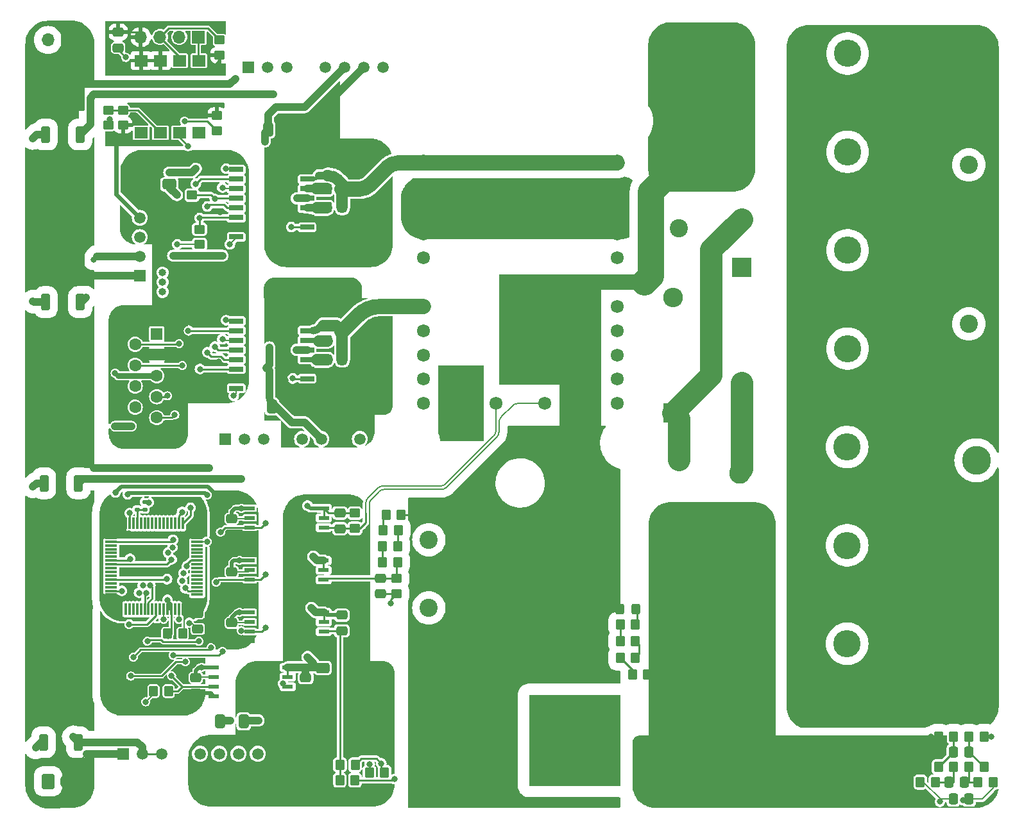
<source format=gbr>
%TF.GenerationSoftware,KiCad,Pcbnew,7.0.9*%
%TF.CreationDate,2024-05-29T20:40:16+05:30*%
%TF.ProjectId,LU,4c552e6b-6963-4616-945f-706362585858,rev?*%
%TF.SameCoordinates,Original*%
%TF.FileFunction,Copper,L1,Top*%
%TF.FilePolarity,Positive*%
%FSLAX46Y46*%
G04 Gerber Fmt 4.6, Leading zero omitted, Abs format (unit mm)*
G04 Created by KiCad (PCBNEW 7.0.9) date 2024-05-29 20:40:16*
%MOMM*%
%LPD*%
G01*
G04 APERTURE LIST*
G04 Aperture macros list*
%AMRoundRect*
0 Rectangle with rounded corners*
0 $1 Rounding radius*
0 $2 $3 $4 $5 $6 $7 $8 $9 X,Y pos of 4 corners*
0 Add a 4 corners polygon primitive as box body*
4,1,4,$2,$3,$4,$5,$6,$7,$8,$9,$2,$3,0*
0 Add four circle primitives for the rounded corners*
1,1,$1+$1,$2,$3*
1,1,$1+$1,$4,$5*
1,1,$1+$1,$6,$7*
1,1,$1+$1,$8,$9*
0 Add four rect primitives between the rounded corners*
20,1,$1+$1,$2,$3,$4,$5,0*
20,1,$1+$1,$4,$5,$6,$7,0*
20,1,$1+$1,$6,$7,$8,$9,0*
20,1,$1+$1,$8,$9,$2,$3,0*%
G04 Aperture macros list end*
%TA.AperFunction,SMDPad,CuDef*%
%ADD10R,1.473200X0.558800*%
%TD*%
%TA.AperFunction,ComponentPad*%
%ADD11R,1.498600X1.498600*%
%TD*%
%TA.AperFunction,ComponentPad*%
%ADD12C,1.498600*%
%TD*%
%TA.AperFunction,SMDPad,CuDef*%
%ADD13RoundRect,0.250000X-0.350000X-0.450000X0.350000X-0.450000X0.350000X0.450000X-0.350000X0.450000X0*%
%TD*%
%TA.AperFunction,SMDPad,CuDef*%
%ADD14R,1.850000X0.650000*%
%TD*%
%TA.AperFunction,SMDPad,CuDef*%
%ADD15RoundRect,0.250000X0.350000X0.450000X-0.350000X0.450000X-0.350000X-0.450000X0.350000X-0.450000X0*%
%TD*%
%TA.AperFunction,SMDPad,CuDef*%
%ADD16R,1.780000X1.520000*%
%TD*%
%TA.AperFunction,SMDPad,CuDef*%
%ADD17R,1.750000X1.520000*%
%TD*%
%TA.AperFunction,ComponentPad*%
%ADD18C,3.600000*%
%TD*%
%TA.AperFunction,ComponentPad*%
%ADD19R,12.000000X12.000000*%
%TD*%
%TA.AperFunction,SMDPad,CuDef*%
%ADD20RoundRect,0.135000X0.185000X-0.135000X0.185000X0.135000X-0.185000X0.135000X-0.185000X-0.135000X0*%
%TD*%
%TA.AperFunction,SMDPad,CuDef*%
%ADD21RoundRect,0.250000X-0.450000X0.350000X-0.450000X-0.350000X0.450000X-0.350000X0.450000X0.350000X0*%
%TD*%
%TA.AperFunction,ComponentPad*%
%ADD22C,2.400000*%
%TD*%
%TA.AperFunction,SMDPad,CuDef*%
%ADD23RoundRect,0.250000X0.475000X-0.337500X0.475000X0.337500X-0.475000X0.337500X-0.475000X-0.337500X0*%
%TD*%
%TA.AperFunction,SMDPad,CuDef*%
%ADD24RoundRect,0.250000X0.450000X-0.350000X0.450000X0.350000X-0.450000X0.350000X-0.450000X-0.350000X0*%
%TD*%
%TA.AperFunction,SMDPad,CuDef*%
%ADD25RoundRect,0.250000X-0.475000X0.337500X-0.475000X-0.337500X0.475000X-0.337500X0.475000X0.337500X0*%
%TD*%
%TA.AperFunction,SMDPad,CuDef*%
%ADD26RoundRect,0.250000X-0.337500X-0.475000X0.337500X-0.475000X0.337500X0.475000X-0.337500X0.475000X0*%
%TD*%
%TA.AperFunction,ComponentPad*%
%ADD27R,1.508000X1.508000*%
%TD*%
%TA.AperFunction,ComponentPad*%
%ADD28C,1.508000*%
%TD*%
%TA.AperFunction,SMDPad,CuDef*%
%ADD29RoundRect,0.075000X-0.700000X-0.075000X0.700000X-0.075000X0.700000X0.075000X-0.700000X0.075000X0*%
%TD*%
%TA.AperFunction,SMDPad,CuDef*%
%ADD30RoundRect,0.075000X-0.075000X-0.700000X0.075000X-0.700000X0.075000X0.700000X-0.075000X0.700000X0*%
%TD*%
%TA.AperFunction,ComponentPad*%
%ADD31C,2.800000*%
%TD*%
%TA.AperFunction,ComponentPad*%
%ADD32RoundRect,0.250000X-0.600000X-0.750000X0.600000X-0.750000X0.600000X0.750000X-0.600000X0.750000X0*%
%TD*%
%TA.AperFunction,ComponentPad*%
%ADD33O,1.700000X2.000000*%
%TD*%
%TA.AperFunction,SMDPad,CuDef*%
%ADD34RoundRect,0.250000X0.325000X0.450000X-0.325000X0.450000X-0.325000X-0.450000X0.325000X-0.450000X0*%
%TD*%
%TA.AperFunction,SMDPad,CuDef*%
%ADD35RoundRect,0.250000X0.350000X-0.850000X0.350000X0.850000X-0.350000X0.850000X-0.350000X-0.850000X0*%
%TD*%
%TA.AperFunction,SMDPad,CuDef*%
%ADD36RoundRect,0.250000X1.125000X-1.275000X1.125000X1.275000X-1.125000X1.275000X-1.125000X-1.275000X0*%
%TD*%
%TA.AperFunction,SMDPad,CuDef*%
%ADD37RoundRect,0.249997X2.650003X-2.950003X2.650003X2.950003X-2.650003X2.950003X-2.650003X-2.950003X0*%
%TD*%
%TA.AperFunction,ComponentPad*%
%ADD38R,1.600000X1.600000*%
%TD*%
%TA.AperFunction,ComponentPad*%
%ADD39C,1.600000*%
%TD*%
%TA.AperFunction,SMDPad,CuDef*%
%ADD40RoundRect,0.135000X-0.185000X0.135000X-0.185000X-0.135000X0.185000X-0.135000X0.185000X0.135000X0*%
%TD*%
%TA.AperFunction,ComponentPad*%
%ADD41R,1.700000X1.700000*%
%TD*%
%TA.AperFunction,ComponentPad*%
%ADD42O,1.700000X1.700000*%
%TD*%
%TA.AperFunction,SMDPad,CuDef*%
%ADD43RoundRect,0.250000X-0.412500X-0.650000X0.412500X-0.650000X0.412500X0.650000X-0.412500X0.650000X0*%
%TD*%
%TA.AperFunction,ComponentPad*%
%ADD44O,2.600000X2.600000*%
%TD*%
%TA.AperFunction,ComponentPad*%
%ADD45R,2.600000X2.600000*%
%TD*%
%TA.AperFunction,ComponentPad*%
%ADD46C,3.800000*%
%TD*%
%TA.AperFunction,SMDPad,CuDef*%
%ADD47RoundRect,0.250000X-0.650000X0.412500X-0.650000X-0.412500X0.650000X-0.412500X0.650000X0.412500X0*%
%TD*%
%TA.AperFunction,ComponentPad*%
%ADD48R,1.000000X1.000000*%
%TD*%
%TA.AperFunction,ComponentPad*%
%ADD49O,1.000000X1.000000*%
%TD*%
%TA.AperFunction,ComponentPad*%
%ADD50C,1.721000*%
%TD*%
%TA.AperFunction,ViaPad*%
%ADD51C,0.800000*%
%TD*%
%TA.AperFunction,Conductor*%
%ADD52C,0.250000*%
%TD*%
%TA.AperFunction,Conductor*%
%ADD53C,0.200000*%
%TD*%
%TA.AperFunction,Conductor*%
%ADD54C,0.500000*%
%TD*%
%TA.AperFunction,Conductor*%
%ADD55C,3.500000*%
%TD*%
%TA.AperFunction,Conductor*%
%ADD56C,1.000000*%
%TD*%
%TA.AperFunction,Conductor*%
%ADD57C,0.750000*%
%TD*%
%TA.AperFunction,Conductor*%
%ADD58C,0.600000*%
%TD*%
%TA.AperFunction,Conductor*%
%ADD59C,1.500000*%
%TD*%
%TA.AperFunction,Conductor*%
%ADD60C,2.000000*%
%TD*%
%TA.AperFunction,Conductor*%
%ADD61C,3.000000*%
%TD*%
G04 APERTURE END LIST*
D10*
%TO.P,U12,1,VDD2*%
%TO.N,SensePWR5V*%
X122126800Y-182655000D03*
%TO.P,U12,2,VIN*%
%TO.N,A2*%
X122126800Y-181385000D03*
%TO.P,U12,3,SHTD*%
%TO.N,DCLink-*%
X122126800Y-180115000D03*
%TO.P,U12,4,GND2*%
X122126800Y-178845000D03*
%TO.P,U12,5,GND1*%
%TO.N,DIG-*%
X112373200Y-178845000D03*
%TO.P,U12,6,NC*%
X112373200Y-180115000D03*
%TO.P,U12,7,VOUT*%
%TO.N,Net-(U12-VOUT)*%
X112373200Y-181385000D03*
%TO.P,U12,8,VDD1*%
%TO.N,DIG5V*%
X112373200Y-182655000D03*
%TD*%
%TO.P,U11,1,VDD2*%
%TO.N,SensePWR5V*%
X126876800Y-175405000D03*
%TO.P,U11,2,VIN*%
%TO.N,A0*%
X126876800Y-174135000D03*
%TO.P,U11,3,SHTD*%
%TO.N,DCLink-*%
X126876800Y-172865000D03*
%TO.P,U11,4,GND2*%
X126876800Y-171595000D03*
%TO.P,U11,5,GND1*%
%TO.N,DIG-*%
X117123200Y-171595000D03*
%TO.P,U11,6,NC*%
X117123200Y-172865000D03*
%TO.P,U11,7,VOUT*%
%TO.N,Net-(U11-VOUT)*%
X117123200Y-174135000D03*
%TO.P,U11,8,VDD1*%
%TO.N,DIG5V*%
X117123200Y-175405000D03*
%TD*%
%TO.P,U10,1,VDD2*%
%TO.N,SensePWR5V*%
X126867900Y-168552800D03*
%TO.P,U10,2,VIN*%
%TO.N,A1*%
X126867900Y-167282800D03*
%TO.P,U10,3,SHTD*%
%TO.N,DCLink-*%
X126867900Y-166012800D03*
%TO.P,U10,4,GND2*%
X126867900Y-164742800D03*
%TO.P,U10,5,GND1*%
%TO.N,DIG-*%
X117114300Y-164742800D03*
%TO.P,U10,6,NC*%
X117114300Y-166012800D03*
%TO.P,U10,7,VOUT*%
%TO.N,Net-(U10-VOUT)*%
X117114300Y-167282800D03*
%TO.P,U10,8,VDD1*%
%TO.N,DIG5V*%
X117114300Y-168552800D03*
%TD*%
%TO.P,U9,1,VDD2*%
%TO.N,SensePWR5V*%
X126876800Y-161655000D03*
%TO.P,U9,2,VIN*%
%TO.N,T-*%
X126876800Y-160385000D03*
%TO.P,U9,3,SHTD*%
%TO.N,DCLink-*%
X126876800Y-159115000D03*
%TO.P,U9,4,GND2*%
X126876800Y-157845000D03*
%TO.P,U9,5,GND1*%
%TO.N,DIG-*%
X117123200Y-157845000D03*
%TO.P,U9,6,NC*%
X117123200Y-159115000D03*
%TO.P,U9,7,VOUT*%
%TO.N,Net-(U13A-+)*%
X117123200Y-160385000D03*
%TO.P,U9,8,VDD1*%
%TO.N,DIG5V*%
X117123200Y-161655000D03*
%TD*%
D11*
%TO.P,U4,1,GND*%
%TO.N,VAux-*%
X102608200Y-127120000D03*
D12*
%TO.P,U4,2,VIN*%
%TO.N,Net-(U3-VO)*%
X102608200Y-124580000D03*
%TO.P,U4,3,0V*%
%TO.N,DIG-*%
X102608200Y-122040000D03*
%TO.P,U4,4,+VO*%
%TO.N,DIG5V*%
X102608200Y-119500000D03*
%TD*%
D13*
%TO.P,R75,1*%
%TO.N,DIG-*%
X104400000Y-182000000D03*
%TO.P,R75,2*%
%TO.N,Net-(U12-VOUT)*%
X106400000Y-182000000D03*
%TD*%
D14*
%TO.P,IC5,1,VEE2_1*%
%TO.N,GND2*%
X124675000Y-122000000D03*
%TO.P,IC5,2,DESAT*%
%TO.N,Net-(D4-A)*%
X124675000Y-120730000D03*
%TO.P,IC5,3,GND2*%
%TO.N,GND2*%
X124675000Y-119460000D03*
%TO.P,IC5,4,OUT-*%
%TO.N,Net-(IC5-OUT-)*%
X124675000Y-118190000D03*
%TO.P,IC5,5,VCC2*%
%TO.N,VDrive2*%
X124675000Y-116920000D03*
%TO.P,IC5,6,OUT+*%
%TO.N,Net-(IC5-OUT+)*%
X124675000Y-115650000D03*
%TO.P,IC5,7,CLAMP*%
%TO.N,Net-(IC5-CLAMP)*%
X124675000Y-114380000D03*
%TO.P,IC5,8,VEE2_2*%
%TO.N,GND2*%
X124675000Y-113110000D03*
%TO.P,IC5,9,GND1_1*%
%TO.N,DIG-*%
X115325000Y-113110000D03*
%TO.P,IC5,10,IN+*%
%TO.N,INHS*%
X115325000Y-114380000D03*
%TO.P,IC5,11,IN-*%
%TO.N,DIG-*%
X115325000Y-115650000D03*
%TO.P,IC5,12,RDY*%
%TO.N,RDY*%
X115325000Y-116920000D03*
%TO.P,IC5,13,~{FLT}*%
%TO.N,FLT*%
X115325000Y-118190000D03*
%TO.P,IC5,14,~{RST}*%
%TO.N,RST*%
X115325000Y-119460000D03*
%TO.P,IC5,15,VCC1*%
%TO.N,DIG+*%
X115325000Y-120730000D03*
%TO.P,IC5,16,GND1_2*%
%TO.N,DIG-*%
X115325000Y-122000000D03*
%TD*%
%TO.P,IC1,1,VEE2_1*%
%TO.N,GND1*%
X124675000Y-142000000D03*
%TO.P,IC1,2,DESAT*%
%TO.N,Net-(D1-A)*%
X124675000Y-140730000D03*
%TO.P,IC1,3,GND2*%
%TO.N,GND1*%
X124675000Y-139460000D03*
%TO.P,IC1,4,OUT-*%
%TO.N,Net-(IC1-OUT-)*%
X124675000Y-138190000D03*
%TO.P,IC1,5,VCC2*%
%TO.N,VDrive1*%
X124675000Y-136920000D03*
%TO.P,IC1,6,OUT+*%
%TO.N,Net-(IC1-OUT+)*%
X124675000Y-135650000D03*
%TO.P,IC1,7,CLAMP*%
%TO.N,Net-(IC1-CLAMP)*%
X124675000Y-134380000D03*
%TO.P,IC1,8,VEE2_2*%
%TO.N,GND1*%
X124675000Y-133110000D03*
%TO.P,IC1,9,GND1_1*%
%TO.N,DIG-*%
X115325000Y-133110000D03*
%TO.P,IC1,10,IN+*%
%TO.N,INLS*%
X115325000Y-134380000D03*
%TO.P,IC1,11,IN-*%
%TO.N,DIG-*%
X115325000Y-135650000D03*
%TO.P,IC1,12,RDY*%
%TO.N,RDY*%
X115325000Y-136920000D03*
%TO.P,IC1,13,~{FLT}*%
%TO.N,FLT*%
X115325000Y-138190000D03*
%TO.P,IC1,14,~{RST}*%
%TO.N,RST*%
X115325000Y-139460000D03*
%TO.P,IC1,15,VCC1*%
%TO.N,DIG+*%
X115325000Y-140730000D03*
%TO.P,IC1,16,GND1_2*%
%TO.N,DIG-*%
X115325000Y-142000000D03*
%TD*%
D13*
%TO.P,R68,1*%
%TO.N,Net-(R67-Pad1)*%
X167600000Y-179800000D03*
%TO.P,R68,2*%
%TO.N,-BATT*%
X169600000Y-179800000D03*
%TD*%
%TO.P,R71,1*%
%TO.N,Net-(R69-Pad2)*%
X166000000Y-173200000D03*
%TO.P,R71,2*%
%TO.N,Net-(D9-K)*%
X168000000Y-173200000D03*
%TD*%
D15*
%TO.P,R69,1*%
%TO.N,Net-(R67-Pad2)*%
X168000000Y-175400000D03*
%TO.P,R69,2*%
%TO.N,Net-(R69-Pad2)*%
X166000000Y-175400000D03*
%TD*%
D13*
%TO.P,R67,1*%
%TO.N,Net-(R67-Pad1)*%
X166000000Y-177600000D03*
%TO.P,R67,2*%
%TO.N,Net-(R67-Pad2)*%
X168000000Y-177600000D03*
%TD*%
D16*
%TO.P,U16,1,NC*%
%TO.N,unconnected-(U16-NC-Pad1)*%
X102785000Y-108250000D03*
D17*
%TO.P,U16,2,A*%
%TO.N,Net-(U16-A)*%
X105325000Y-108250000D03*
D16*
%TO.P,U16,3,C*%
%TO.N,TXD*%
X107865000Y-108250000D03*
%TO.P,U16,4*%
%TO.N,N/C*%
X110405000Y-108250000D03*
%TO.P,U16,5,GND*%
%TO.N,GNDCOMM*%
X110405000Y-98730000D03*
%TO.P,U16,6,VO*%
%TO.N,TXCOMM*%
X107865000Y-98730000D03*
%TO.P,U16,7,EN*%
%TO.N,5VCOMM*%
X105325000Y-98730000D03*
%TO.P,U16,8,VCC*%
X102785000Y-98730000D03*
%TD*%
D18*
%TO.P,L6,1,1*%
%TO.N,Net-(D7-K)*%
X195950000Y-162740000D03*
%TO.P,L6,2,2*%
%TO.N,/OUT+*%
X195950000Y-170360000D03*
%TD*%
D19*
%TO.P,H6,1,1*%
%TO.N,+BATT*%
X145000000Y-188500000D03*
%TD*%
D18*
%TO.P,L2,1,1*%
%TO.N,Net-(D7-K)*%
X196000000Y-110780000D03*
%TO.P,L2,2,2*%
%TO.N,/OUT+*%
X196000000Y-118400000D03*
%TD*%
D20*
%TO.P,R60,1*%
%TO.N,Net-(U14-PB8)*%
X102250000Y-158010000D03*
%TO.P,R60,2*%
%TO.N,DIG+*%
X102250000Y-156990000D03*
%TD*%
D13*
%TO.P,R58,1*%
%TO.N,Net-(U14-VDDA)*%
X106250000Y-174400000D03*
%TO.P,R58,2*%
%TO.N,DIG+*%
X108250000Y-174400000D03*
%TD*%
D21*
%TO.P,R56,1*%
%TO.N,DCLink-*%
X131000000Y-158500000D03*
%TO.P,R56,2*%
%TO.N,T-*%
X131000000Y-160500000D03*
%TD*%
D22*
%TO.P,C30,1*%
%TO.N,-BATT*%
X140750000Y-162000000D03*
%TO.P,C30,2*%
%TO.N,+BATT*%
X163250000Y-162000000D03*
%TD*%
D15*
%TO.P,R39,1*%
%TO.N,Net-(R39-Pad1)*%
X134900000Y-192730000D03*
%TO.P,R39,2*%
%TO.N,Net-(U6A--)*%
X132900000Y-192730000D03*
%TD*%
D23*
%TO.P,C64,1*%
%TO.N,DIG-*%
X110250000Y-173787500D03*
%TO.P,C64,2*%
%TO.N,DIG+*%
X110250000Y-171712500D03*
%TD*%
D24*
%TO.P,R10,1*%
%TO.N,DIG-*%
X110500000Y-123000000D03*
%TO.P,R10,2*%
%TO.N,RST*%
X110500000Y-121000000D03*
%TD*%
D18*
%TO.P,L4,1,1*%
%TO.N,Net-(D7-K)*%
X196000000Y-136760000D03*
%TO.P,L4,2,2*%
%TO.N,/OUT+*%
X196000000Y-144380000D03*
%TD*%
%TO.P,L5,1,1*%
%TO.N,Net-(D7-K)*%
X195950000Y-149750000D03*
%TO.P,L5,2,2*%
%TO.N,/OUT+*%
X195950000Y-157370000D03*
%TD*%
D25*
%TO.P,C48,1*%
%TO.N,DCLink-*%
X124500000Y-180212500D03*
%TO.P,C48,2*%
%TO.N,SensePWR5V*%
X124500000Y-182287500D03*
%TD*%
D18*
%TO.P,L3,1,1*%
%TO.N,Net-(D7-K)*%
X196000000Y-123770000D03*
%TO.P,L3,2,2*%
%TO.N,/OUT+*%
X196000000Y-131390000D03*
%TD*%
D13*
%TO.P,R28,2*%
%TO.N,Net-(C37-Pad2)*%
X214000000Y-192000000D03*
%TO.P,R28,1*%
%TO.N,Net-(C36-Pad2)*%
X212000000Y-192000000D03*
%TD*%
D22*
%TO.P,C28,1*%
%TO.N,Net-(D8-K)*%
X173750000Y-151400000D03*
%TO.P,C28,2*%
%TO.N,-BATT*%
X173750000Y-173900000D03*
%TD*%
D21*
%TO.P,R61,1*%
%TO.N,DIG5V*%
X112750000Y-106000000D03*
%TO.P,R61,2*%
%TO.N,RXD*%
X112750000Y-108000000D03*
%TD*%
%TO.P,R48,1*%
%TO.N,A1*%
X136470000Y-167130000D03*
%TO.P,R48,2*%
%TO.N,DCLink-*%
X136470000Y-169130000D03*
%TD*%
D26*
%TO.P,C36,2*%
%TO.N,Net-(C36-Pad2)*%
X211437500Y-194000000D03*
%TO.P,C36,1*%
%TO.N,Net-(C36-Pad1)*%
X209362500Y-194000000D03*
%TD*%
D18*
%TO.P,L1,1,1*%
%TO.N,Net-(D7-K)*%
X196000000Y-97790000D03*
%TO.P,L1,2,2*%
%TO.N,/OUT+*%
X196000000Y-105410000D03*
%TD*%
D27*
%TO.P,PS3,1,GND*%
%TO.N,VAux-*%
X100390000Y-190270000D03*
D28*
%TO.P,PS3,2,VIN*%
%TO.N,Net-(PS3-CTRL)*%
X102930000Y-190270000D03*
%TO.P,PS3,3,CTRL*%
X105470000Y-190270000D03*
%TO.P,PS3,5,NC*%
%TO.N,unconnected-(PS3-NC-Pad5)*%
X110550000Y-190270000D03*
%TO.P,PS3,6,+VO*%
%TO.N,SensePWR*%
X113090000Y-190270000D03*
%TO.P,PS3,7,0V*%
%TO.N,DCLink-*%
X115630000Y-190270000D03*
%TO.P,PS3,8,NC*%
%TO.N,unconnected-(PS3-NC-Pad8)*%
X118170000Y-190270000D03*
%TD*%
D21*
%TO.P,R64,1*%
%TO.N,TXCOMM*%
X113155000Y-96000000D03*
%TO.P,R64,2*%
%TO.N,5VCOMM*%
X113155000Y-98000000D03*
%TD*%
D29*
%TO.P,U14,1,VBAT*%
%TO.N,DIG+*%
X98825000Y-161750000D03*
%TO.P,U14,2,PC13*%
%TO.N,INLS*%
X98825000Y-162250000D03*
%TO.P,U14,3,PC14*%
%TO.N,unconnected-(U14-PC14-Pad3)*%
X98825000Y-162750000D03*
%TO.P,U14,4,PC15*%
%TO.N,unconnected-(U14-PC15-Pad4)*%
X98825000Y-163250000D03*
%TO.P,U14,5,PF0*%
%TO.N,unconnected-(U14-PF0-Pad5)*%
X98825000Y-163750000D03*
%TO.P,U14,6,PF1*%
%TO.N,unconnected-(U14-PF1-Pad6)*%
X98825000Y-164250000D03*
%TO.P,U14,7,PG10*%
%TO.N,Net-(U14-PG10)*%
X98825000Y-164750000D03*
%TO.P,U14,8,PC0*%
%TO.N,INHS*%
X98825000Y-165250000D03*
%TO.P,U14,9,PC1*%
%TO.N,unconnected-(U14-PC1-Pad9)*%
X98825000Y-165750000D03*
%TO.P,U14,10,PC2*%
%TO.N,unconnected-(U14-PC2-Pad10)*%
X98825000Y-166250000D03*
%TO.P,U14,11,PC3*%
%TO.N,unconnected-(U14-PC3-Pad11)*%
X98825000Y-166750000D03*
%TO.P,U14,12,PA0*%
%TO.N,DA2*%
X98825000Y-167250000D03*
%TO.P,U14,13,PA1*%
%TO.N,unconnected-(U14-PA1-Pad13)*%
X98825000Y-167750000D03*
%TO.P,U14,14,PA2*%
%TO.N,unconnected-(U14-PA2-Pad14)*%
X98825000Y-168250000D03*
%TO.P,U14,15,VSS*%
%TO.N,DIG-*%
X98825000Y-168750000D03*
%TO.P,U14,16,VDD*%
%TO.N,DIG+*%
X98825000Y-169250000D03*
D30*
%TO.P,U14,17,PA3*%
%TO.N,unconnected-(U14-PA3-Pad17)*%
X100750000Y-171175000D03*
%TO.P,U14,18,PA4*%
%TO.N,unconnected-(U14-PA4-Pad18)*%
X101250000Y-171175000D03*
%TO.P,U14,19,PA5*%
%TO.N,unconnected-(U14-PA5-Pad19)*%
X101750000Y-171175000D03*
%TO.P,U14,20,PA6*%
%TO.N,unconnected-(U14-PA6-Pad20)*%
X102250000Y-171175000D03*
%TO.P,U14,21,PA7*%
%TO.N,unconnected-(U14-PA7-Pad21)*%
X102750000Y-171175000D03*
%TO.P,U14,22,PC4*%
%TO.N,TXD*%
X103250000Y-171175000D03*
%TO.P,U14,23,PC5*%
%TO.N,RXD*%
X103750000Y-171175000D03*
%TO.P,U14,24,PB0*%
%TO.N,unconnected-(U14-PB0-Pad24)*%
X104250000Y-171175000D03*
%TO.P,U14,25,PB1*%
%TO.N,DA1*%
X104750000Y-171175000D03*
%TO.P,U14,26,PB2*%
%TO.N,unconnected-(U14-PB2-Pad26)*%
X105250000Y-171175000D03*
%TO.P,U14,27,VSSA*%
%TO.N,DIG-*%
X105750000Y-171175000D03*
%TO.P,U14,28,VREF+*%
%TO.N,Net-(U14-VDDA)*%
X106250000Y-171175000D03*
%TO.P,U14,29,VDDA*%
X106750000Y-171175000D03*
%TO.P,U14,30,PB10*%
%TO.N,unconnected-(U14-PB10-Pad30)*%
X107250000Y-171175000D03*
%TO.P,U14,31,VSS*%
%TO.N,DIG-*%
X107750000Y-171175000D03*
%TO.P,U14,32,VDD*%
%TO.N,DIG+*%
X108250000Y-171175000D03*
D29*
%TO.P,U14,33,PB11*%
%TO.N,unconnected-(U14-PB11-Pad33)*%
X110175000Y-169250000D03*
%TO.P,U14,34,PB12*%
%TO.N,DA3*%
X110175000Y-168750000D03*
%TO.P,U14,35,PB13*%
%TO.N,unconnected-(U14-PB13-Pad35)*%
X110175000Y-168250000D03*
%TO.P,U14,36,PB14*%
%TO.N,unconnected-(U14-PB14-Pad36)*%
X110175000Y-167750000D03*
%TO.P,U14,37,PB15*%
%TO.N,unconnected-(U14-PB15-Pad37)*%
X110175000Y-167250000D03*
%TO.P,U14,38,PC6*%
%TO.N,unconnected-(U14-PC6-Pad38)*%
X110175000Y-166750000D03*
%TO.P,U14,39,PC7*%
%TO.N,unconnected-(U14-PC7-Pad39)*%
X110175000Y-166250000D03*
%TO.P,U14,40,PC8*%
%TO.N,unconnected-(U14-PC8-Pad40)*%
X110175000Y-165750000D03*
%TO.P,U14,41,PC9*%
%TO.N,unconnected-(U14-PC9-Pad41)*%
X110175000Y-165250000D03*
%TO.P,U14,42,PA8*%
%TO.N,DA0*%
X110175000Y-164750000D03*
%TO.P,U14,43,PA9*%
%TO.N,unconnected-(U14-PA9-Pad43)*%
X110175000Y-164250000D03*
%TO.P,U14,44,PA10*%
%TO.N,unconnected-(U14-PA10-Pad44)*%
X110175000Y-163750000D03*
%TO.P,U14,45,PA11*%
%TO.N,unconnected-(U14-PA11-Pad45)*%
X110175000Y-163250000D03*
%TO.P,U14,46,PA12*%
%TO.N,unconnected-(U14-PA12-Pad46)*%
X110175000Y-162750000D03*
%TO.P,U14,47,VSS*%
%TO.N,DIG-*%
X110175000Y-162250000D03*
%TO.P,U14,48,VDD*%
%TO.N,DIG+*%
X110175000Y-161750000D03*
D30*
%TO.P,U14,49,PA13*%
%TO.N,SWDIO*%
X108250000Y-159825000D03*
%TO.P,U14,50,PA14*%
%TO.N,SWCLK*%
X107750000Y-159825000D03*
%TO.P,U14,51,PA15*%
%TO.N,unconnected-(U14-PA15-Pad51)*%
X107250000Y-159825000D03*
%TO.P,U14,52,PC10*%
%TO.N,unconnected-(U14-PC10-Pad52)*%
X106750000Y-159825000D03*
%TO.P,U14,53,PC11*%
%TO.N,unconnected-(U14-PC11-Pad53)*%
X106250000Y-159825000D03*
%TO.P,U14,54,PC12*%
%TO.N,unconnected-(U14-PC12-Pad54)*%
X105750000Y-159825000D03*
%TO.P,U14,55,PD2*%
%TO.N,unconnected-(U14-PD2-Pad55)*%
X105250000Y-159825000D03*
%TO.P,U14,56,PB3*%
%TO.N,unconnected-(U14-PB3-Pad56)*%
X104750000Y-159825000D03*
%TO.P,U14,57,PB4*%
%TO.N,unconnected-(U14-PB4-Pad57)*%
X104250000Y-159825000D03*
%TO.P,U14,58,PB5*%
%TO.N,unconnected-(U14-PB5-Pad58)*%
X103750000Y-159825000D03*
%TO.P,U14,59,PB6*%
%TO.N,unconnected-(U14-PB6-Pad59)*%
X103250000Y-159825000D03*
%TO.P,U14,60,PB7*%
%TO.N,unconnected-(U14-PB7-Pad60)*%
X102750000Y-159825000D03*
%TO.P,U14,61,PB8*%
%TO.N,Net-(U14-PB8)*%
X102250000Y-159825000D03*
%TO.P,U14,62,PB9*%
%TO.N,unconnected-(U14-PB9-Pad62)*%
X101750000Y-159825000D03*
%TO.P,U14,63,VSS*%
%TO.N,DIG-*%
X101250000Y-159825000D03*
%TO.P,U14,64,VDD*%
%TO.N,DIG+*%
X100750000Y-159825000D03*
%TD*%
D31*
%TO.P,R7,1*%
%TO.N,Net-(D8-K)*%
X182000000Y-119650000D03*
%TO.P,R7,2*%
%TO.N,+BATT*%
X182000000Y-99650000D03*
%TD*%
D25*
%TO.P,C47,1*%
%TO.N,DCLink-*%
X129250000Y-171962500D03*
%TO.P,C47,2*%
%TO.N,A0*%
X129250000Y-174037500D03*
%TD*%
D15*
%TO.P,R31,2*%
%TO.N,Net-(C37-Pad1)*%
X208000000Y-192000000D03*
%TO.P,R31,1*%
%TO.N,Net-(C36-Pad1)*%
X210000000Y-192000000D03*
%TD*%
D32*
%TO.P,J1,1,Pin_1*%
%TO.N,VAux+*%
X90500000Y-193900000D03*
D33*
%TO.P,J1,2,Pin_2*%
%TO.N,VAux-*%
X93000000Y-193900000D03*
%TD*%
D26*
%TO.P,C33,2*%
%TO.N,/OUTSHUNT+*%
X212037500Y-196250000D03*
%TO.P,C33,1*%
%TO.N,/OUTSHUNT-*%
X209962500Y-196250000D03*
%TD*%
D15*
%TO.P,R32,2*%
%TO.N,-BATT*%
X208000000Y-188000000D03*
%TO.P,R32,1*%
%TO.N,Net-(C37-Pad1)*%
X210000000Y-188000000D03*
%TD*%
D13*
%TO.P,R6,1*%
%TO.N,Net-(IC5-OUT-)*%
X127300000Y-118100000D03*
%TO.P,R6,2*%
%TO.N,Net-(IC5-CLAMP)*%
X129300000Y-118100000D03*
%TD*%
D22*
%TO.P,C32,1*%
%TO.N,-BATT*%
X212000000Y-133500000D03*
%TO.P,C32,2*%
%TO.N,/OUT+*%
X212000000Y-118500000D03*
%TD*%
D25*
%TO.P,C57,1*%
%TO.N,DIG-*%
X110000000Y-180212500D03*
%TO.P,C57,2*%
%TO.N,DIG5V*%
X110000000Y-182287500D03*
%TD*%
D13*
%TO.P,R47,1*%
%TO.N,Net-(R46-Pad2)*%
X134650000Y-164960000D03*
%TO.P,R47,2*%
%TO.N,A1*%
X136650000Y-164960000D03*
%TD*%
D34*
%TO.P,D9,1,K*%
%TO.N,Net-(D9-K)*%
X168025000Y-171200000D03*
%TO.P,D9,2,A*%
%TO.N,+BATT*%
X165975000Y-171200000D03*
%TD*%
D13*
%TO.P,R1,1*%
%TO.N,Net-(IC1-OUT+)*%
X127300000Y-135700000D03*
%TO.P,R1,2*%
%TO.N,Net-(IC1-CLAMP)*%
X129300000Y-135700000D03*
%TD*%
D35*
%TO.P,U5,1,VI*%
%TO.N,VAux+*%
X89900000Y-188740000D03*
D36*
%TO.P,U5,2,GND*%
%TO.N,VAux-*%
X90655000Y-184115000D03*
X93705000Y-184115000D03*
D37*
X92180000Y-182440000D03*
D36*
X90655000Y-180765000D03*
X93705000Y-180765000D03*
D35*
%TO.P,U5,3,VO*%
%TO.N,Net-(PS3-CTRL)*%
X94460000Y-188740000D03*
%TD*%
D31*
%TO.P,R16,1*%
%TO.N,-BATT*%
X181750000Y-173200000D03*
%TO.P,R16,2*%
%TO.N,Net-(D7-A)*%
X181750000Y-153200000D03*
%TD*%
D38*
%TO.P,J4,1,1*%
%TO.N,DIG-*%
X104840000Y-134805000D03*
D39*
%TO.P,J4,2,2*%
%TO.N,DIG+*%
X104840000Y-137575000D03*
%TO.P,J4,3,3*%
%TO.N,DIG5V*%
X104840000Y-140345000D03*
%TO.P,J4,4,4*%
%TO.N,RXD*%
X104840000Y-143115000D03*
%TO.P,J4,5,5*%
%TO.N,TXD*%
X104840000Y-145885000D03*
%TO.P,J4,6,6*%
%TO.N,SWCLK*%
X102000000Y-136190000D03*
%TO.P,J4,7,7*%
%TO.N,SWDIO*%
X102000000Y-138960000D03*
%TO.P,J4,8,8*%
%TO.N,unconnected-(J4-Pad8)*%
X102000000Y-141730000D03*
%TO.P,J4,9,9*%
%TO.N,unconnected-(J4-Pad9)*%
X102000000Y-144500000D03*
%TD*%
D13*
%TO.P,R5,1*%
%TO.N,Net-(IC1-OUT-)*%
X127300000Y-138200000D03*
%TO.P,R5,2*%
%TO.N,Net-(IC1-CLAMP)*%
X129300000Y-138200000D03*
%TD*%
D15*
%TO.P,R44,1*%
%TO.N,+BATT*%
X137090000Y-158710000D03*
%TO.P,R44,2*%
%TO.N,Net-(R44-Pad2)*%
X135090000Y-158710000D03*
%TD*%
D40*
%TO.P,R59,1*%
%TO.N,DIG-*%
X103250000Y-156990000D03*
%TO.P,R59,2*%
%TO.N,Net-(U14-PB8)*%
X103250000Y-158010000D03*
%TD*%
D13*
%TO.P,R45,1*%
%TO.N,Net-(R44-Pad2)*%
X134740000Y-160720000D03*
%TO.P,R45,2*%
%TO.N,Net-(R45-Pad2)*%
X136740000Y-160720000D03*
%TD*%
D22*
%TO.P,C27,1*%
%TO.N,+BATT*%
X173750000Y-98400000D03*
%TO.P,C27,2*%
%TO.N,Net-(D7-A)*%
X173750000Y-120900000D03*
%TD*%
D41*
%TO.P,J3,1,Pin_1*%
%TO.N,GNDCOMM*%
X110345000Y-95600000D03*
D42*
%TO.P,J3,2,Pin_2*%
%TO.N,RXCOMM*%
X107805000Y-95600000D03*
%TO.P,J3,3,Pin_3*%
%TO.N,TXCOMM*%
X105265000Y-95600000D03*
%TO.P,J3,4,Pin_4*%
%TO.N,5VCOMM*%
X102725000Y-95600000D03*
%TD*%
D27*
%TO.P,PS2,1,GND*%
%TO.N,VAux-*%
X116920000Y-99600000D03*
D28*
%TO.P,PS2,2,VIN*%
%TO.N,Net-(PS2-CTRL)*%
X119460000Y-99600000D03*
%TO.P,PS2,3,CTRL*%
X122000000Y-99600000D03*
%TO.P,PS2,5,NC*%
%TO.N,unconnected-(PS2-NC-Pad5)*%
X127080000Y-99600000D03*
%TO.P,PS2,6,+VO*%
%TO.N,VDrive2*%
X129620000Y-99600000D03*
%TO.P,PS2,7,0V*%
%TO.N,GND2*%
X132160000Y-99600000D03*
%TO.P,PS2,8,NC*%
%TO.N,unconnected-(PS2-NC-Pad8)*%
X134700000Y-99600000D03*
%TD*%
D18*
%TO.P,L7,1,1*%
%TO.N,Net-(D7-K)*%
X195950000Y-175730000D03*
%TO.P,L7,2,2*%
%TO.N,/OUT+*%
X195950000Y-183350000D03*
%TD*%
D23*
%TO.P,C71,1*%
%TO.N,GNDCOMM*%
X99750000Y-97037500D03*
%TO.P,C71,2*%
%TO.N,5VCOMM*%
X99750000Y-94962500D03*
%TD*%
D43*
%TO.P,C24,1*%
%TO.N,VDrive2*%
X119537500Y-107800000D03*
%TO.P,C24,2*%
%TO.N,GND2*%
X122662500Y-107800000D03*
%TD*%
D15*
%TO.P,R42,1*%
%TO.N,Net-(R39-Pad1)*%
X131020000Y-191720000D03*
%TO.P,R42,2*%
%TO.N,A0*%
X129020000Y-191720000D03*
%TD*%
D13*
%TO.P,R29,2*%
%TO.N,/OUT-*%
X214000000Y-188000000D03*
%TO.P,R29,1*%
%TO.N,Net-(C37-Pad2)*%
X212000000Y-188000000D03*
%TD*%
D35*
%TO.P,U2,1,VI*%
%TO.N,VAux+*%
X89960000Y-154540000D03*
D36*
%TO.P,U2,2,GND*%
%TO.N,VAux-*%
X90715000Y-149915000D03*
X93765000Y-149915000D03*
D37*
X92240000Y-148240000D03*
D36*
X90715000Y-146565000D03*
X93765000Y-146565000D03*
D35*
%TO.P,U2,3,VO*%
%TO.N,Net-(PS1-CTRL)*%
X94520000Y-154540000D03*
%TD*%
D25*
%TO.P,C55,1*%
%TO.N,DIG-*%
X114750000Y-172962500D03*
%TO.P,C55,2*%
%TO.N,DIG5V*%
X114750000Y-175037500D03*
%TD*%
D22*
%TO.P,C31,1*%
%TO.N,-BATT*%
X140750000Y-171000000D03*
%TO.P,C31,2*%
%TO.N,+BATT*%
X163250000Y-171000000D03*
%TD*%
D44*
%TO.P,D8,2,A*%
%TO.N,Net-(D7-K)*%
X173000000Y-130030000D03*
D45*
%TO.P,D8,1,K*%
%TO.N,Net-(D8-K)*%
X173000000Y-145270000D03*
%TD*%
D15*
%TO.P,R27,2*%
%TO.N,Net-(C36-Pad2)*%
X213200000Y-194000000D03*
%TO.P,R27,1*%
%TO.N,/OUTSHUNT+*%
X215200000Y-194000000D03*
%TD*%
D46*
%TO.P,H8,1,1*%
%TO.N,/OUT+*%
X213000000Y-142000000D03*
%TD*%
D25*
%TO.P,C53,1*%
%TO.N,DIG-*%
X114750000Y-166212500D03*
%TO.P,C53,2*%
%TO.N,DIG5V*%
X114750000Y-168287500D03*
%TD*%
D45*
%TO.P,D7,1,K*%
%TO.N,Net-(D7-K)*%
X182000000Y-126030000D03*
D44*
%TO.P,D7,2,A*%
%TO.N,Net-(D7-A)*%
X182000000Y-141270000D03*
%TD*%
D43*
%TO.P,C38,1*%
%TO.N,SensePWR*%
X113187500Y-186000000D03*
%TO.P,C38,2*%
%TO.N,DCLink-*%
X116312500Y-186000000D03*
%TD*%
D24*
%TO.P,R62,1*%
%TO.N,DIG5V*%
X100400000Y-107250000D03*
%TO.P,R62,2*%
%TO.N,Net-(U16-A)*%
X100400000Y-105250000D03*
%TD*%
D13*
%TO.P,R43,1*%
%TO.N,A0*%
X129000000Y-193730000D03*
%TO.P,R43,2*%
%TO.N,DCLink-*%
X131000000Y-193730000D03*
%TD*%
D46*
%TO.P,H7,1,1*%
%TO.N,/OUT-*%
X213000000Y-151500000D03*
%TD*%
D35*
%TO.P,U3,1,VI*%
%TO.N,VAux+*%
X90195000Y-130625000D03*
D36*
%TO.P,U3,2,GND*%
%TO.N,VAux-*%
X90950000Y-126000000D03*
X94000000Y-126000000D03*
D37*
X92475000Y-124325000D03*
D36*
X90950000Y-122650000D03*
X94000000Y-122650000D03*
D35*
%TO.P,U3,3,VO*%
%TO.N,Net-(U3-VO)*%
X94755000Y-130625000D03*
%TD*%
D24*
%TO.P,R9,1*%
%TO.N,DIG+*%
X109500000Y-118500000D03*
%TO.P,R9,2*%
%TO.N,RDY*%
X109500000Y-116500000D03*
%TD*%
D27*
%TO.P,PS1,1,GND*%
%TO.N,VAux-*%
X113860000Y-148700000D03*
D28*
%TO.P,PS1,2,VIN*%
%TO.N,Net-(PS1-CTRL)*%
X116400000Y-148700000D03*
%TO.P,PS1,3,CTRL*%
X118940000Y-148700000D03*
%TO.P,PS1,5,NC*%
%TO.N,unconnected-(PS1-NC-Pad5)*%
X124020000Y-148700000D03*
%TO.P,PS1,6,+VO*%
%TO.N,VDrive1*%
X126560000Y-148700000D03*
%TO.P,PS1,7,0V*%
%TO.N,GND1*%
X129100000Y-148700000D03*
%TO.P,PS1,8,NC*%
%TO.N,unconnected-(PS1-NC-Pad8)*%
X131640000Y-148700000D03*
%TD*%
D25*
%TO.P,C17,1*%
%TO.N,A1*%
X134350000Y-167092500D03*
%TO.P,C17,2*%
%TO.N,DCLink-*%
X134350000Y-169167500D03*
%TD*%
D24*
%TO.P,R63,1*%
%TO.N,DIG-*%
X98500000Y-107250000D03*
%TO.P,R63,2*%
%TO.N,Net-(U16-A)*%
X98500000Y-105250000D03*
%TD*%
D47*
%TO.P,C15,1*%
%TO.N,DIG+*%
X106500000Y-111937500D03*
%TO.P,C15,2*%
%TO.N,DIG-*%
X106500000Y-115062500D03*
%TD*%
D26*
%TO.P,C37,2*%
%TO.N,Net-(C37-Pad2)*%
X212037500Y-190000000D03*
%TO.P,C37,1*%
%TO.N,Net-(C37-Pad1)*%
X209962500Y-190000000D03*
%TD*%
D35*
%TO.P,U1,1,VI*%
%TO.N,VAux+*%
X90195000Y-108475000D03*
D36*
%TO.P,U1,2,GND*%
%TO.N,VAux-*%
X90950000Y-103850000D03*
X94000000Y-103850000D03*
D37*
X92475000Y-102175000D03*
D36*
X90950000Y-100500000D03*
X94000000Y-100500000D03*
D35*
%TO.P,U1,3,VO*%
%TO.N,Net-(PS2-CTRL)*%
X94755000Y-108475000D03*
%TD*%
D13*
%TO.P,R30,2*%
%TO.N,Net-(C36-Pad1)*%
X207600000Y-194000000D03*
%TO.P,R30,1*%
%TO.N,/OUTSHUNT-*%
X205600000Y-194000000D03*
%TD*%
D19*
%TO.P,H5,1,1*%
%TO.N,DCLink-*%
X160000000Y-188500000D03*
%TD*%
D43*
%TO.P,C9,1*%
%TO.N,VDrive1*%
X120037500Y-144400000D03*
%TO.P,C9,2*%
%TO.N,GND1*%
X123162500Y-144400000D03*
%TD*%
D25*
%TO.P,C42,1*%
%TO.N,DCLink-*%
X129000000Y-158462500D03*
%TO.P,C42,2*%
%TO.N,T-*%
X129000000Y-160537500D03*
%TD*%
D13*
%TO.P,R3,1*%
%TO.N,Net-(IC5-OUT+)*%
X127300000Y-115700000D03*
%TO.P,R3,2*%
%TO.N,Net-(IC5-CLAMP)*%
X129300000Y-115700000D03*
%TD*%
D22*
%TO.P,C29,1*%
%TO.N,-BATT*%
X212000000Y-112500000D03*
%TO.P,C29,2*%
%TO.N,/OUT+*%
X212000000Y-97500000D03*
%TD*%
D15*
%TO.P,R46,1*%
%TO.N,Net-(R45-Pad2)*%
X136660000Y-162830000D03*
%TO.P,R46,2*%
%TO.N,Net-(R46-Pad2)*%
X134660000Y-162830000D03*
%TD*%
D25*
%TO.P,C51,1*%
%TO.N,DIG-*%
X114750000Y-159212500D03*
%TO.P,C51,2*%
%TO.N,DIG5V*%
X114750000Y-161287500D03*
%TD*%
D47*
%TO.P,C49,1*%
%TO.N,DCLink-*%
X126750000Y-178937500D03*
%TO.P,C49,2*%
%TO.N,SensePWR5V*%
X126750000Y-182062500D03*
%TD*%
D48*
%TO.P,J5,1,Pin_1*%
%TO.N,DIG+*%
X105600000Y-125460000D03*
D49*
%TO.P,J5,2,Pin_2*%
%TO.N,SWCLK*%
X105600000Y-126730000D03*
%TO.P,J5,3,Pin_3*%
%TO.N,SWDIO*%
X105600000Y-128000000D03*
%TO.P,J5,4,Pin_4*%
%TO.N,DIG-*%
X105600000Y-129270000D03*
%TD*%
D41*
%TO.P,J2,1,Pin_1*%
%TO.N,VAux-*%
X93020000Y-96000000D03*
D42*
%TO.P,J2,2,Pin_2*%
%TO.N,VAux+*%
X90480000Y-96000000D03*
%TD*%
D50*
%TO.P,Q1,V3,V3*%
%TO.N,Net-(D7-K)*%
X140000000Y-121600000D03*
%TO.P,Q1,V2,V2*%
X140000000Y-118400000D03*
%TO.P,Q1,V1,V1*%
X140000000Y-115200000D03*
%TO.P,Q1,U3,U3*%
X165600000Y-121600000D03*
%TO.P,Q1,U2,U2*%
X165600000Y-118400000D03*
%TO.P,Q1,U1,U1*%
X165600000Y-115200000D03*
%TO.P,Q1,T2,T2*%
%TO.N,SensePWR5V*%
X156000000Y-144000000D03*
%TO.P,Q1,T1,T1*%
%TO.N,T-*%
X149600000Y-144000000D03*
%TO.P,Q1,P3,P3*%
%TO.N,+BATT*%
X152800000Y-137600000D03*
%TO.P,Q1,P2,P2*%
X152800000Y-134400000D03*
%TO.P,Q1,P1,P1*%
X152800000Y-131200000D03*
%TO.P,Q1,G4,G4*%
%TO.N,Net-(IC1-CLAMP)*%
X140000000Y-131200000D03*
%TO.P,Q1,G3,G3*%
%TO.N,Net-(IC5-CLAMP)*%
X140000000Y-112000000D03*
%TO.P,Q1,G2,G2*%
%TO.N,Net-(IC1-CLAMP)*%
X165600000Y-131200000D03*
%TO.P,Q1,G1,G1*%
%TO.N,Net-(IC5-CLAMP)*%
X165600000Y-112000000D03*
%TO.P,Q1,EV3,EV3*%
%TO.N,-BATT*%
X140000000Y-140800000D03*
%TO.P,Q1,EV2,EV2*%
X140000000Y-137600000D03*
%TO.P,Q1,EV1,EV1*%
X140000000Y-134400000D03*
%TO.P,Q1,EU3,EU3*%
X165600000Y-140800000D03*
%TO.P,Q1,EU2,EU2*%
X165600000Y-137600000D03*
%TO.P,Q1,EU1,EU1*%
X165600000Y-134400000D03*
%TO.P,Q1,E4,E4*%
%TO.N,GND1*%
X140000000Y-144000000D03*
%TO.P,Q1,E3,E3*%
%TO.N,GND2*%
X140000000Y-124800000D03*
%TO.P,Q1,E2,E2*%
%TO.N,GND1*%
X165600000Y-144000000D03*
%TO.P,Q1,E1,E1*%
%TO.N,GND2*%
X165600000Y-124800000D03*
%TD*%
D51*
%TO.N,DIG-*%
X103400000Y-183400000D03*
%TO.N,Net-(U13A-+)*%
X119200000Y-159800000D03*
%TO.N,Net-(U10-VOUT)*%
X119200000Y-166600000D03*
%TO.N,Net-(U11-VOUT)*%
X119200000Y-173600000D03*
%TO.N,DIG-*%
X101000000Y-156000000D03*
X111512234Y-156087766D03*
X108400000Y-166400000D03*
X108200000Y-167400000D03*
%TO.N,DA3*%
X108600000Y-168400000D03*
%TO.N,DA0*%
X108821755Y-165493839D03*
X110400000Y-175400000D03*
X103600000Y-175400000D03*
%TO.N,DIG5V*%
X98800000Y-178800000D03*
%TO.N,DA1*%
X101200000Y-173200000D03*
%TO.N,DCLink-*%
X136200000Y-193600000D03*
%TO.N,VAux+*%
X88500000Y-155000000D03*
X88870000Y-189480000D03*
X88500000Y-130500000D03*
X88500000Y-109000000D03*
%TO.N,VAux-*%
X90950000Y-122650000D03*
X111750000Y-152500000D03*
X92240000Y-148240000D03*
X90950000Y-100500000D03*
X92180000Y-182440000D03*
X94000000Y-122650000D03*
X115200000Y-101100000D03*
%TO.N,Net-(PS1-CTRL)*%
X116000000Y-154000000D03*
%TO.N,Net-(PS2-CTRL)*%
X120200000Y-103200000D03*
%TO.N,VDrive1*%
X119300000Y-139300000D03*
X119700000Y-136600000D03*
X123200000Y-137000000D03*
%TO.N,GND1*%
X121800000Y-140900000D03*
X123000000Y-142000000D03*
X123000000Y-133000000D03*
X123000000Y-139500000D03*
%TO.N,VDrive2*%
X123300000Y-116900000D03*
X119100000Y-109400000D03*
%TO.N,GND2*%
X122675000Y-122000000D03*
X121800000Y-119900000D03*
X122000000Y-109200000D03*
X122675000Y-119000000D03*
X122675000Y-113000000D03*
%TO.N,DIG5V*%
X110750000Y-182287500D03*
X116000000Y-168287500D03*
X101500000Y-147000000D03*
X116000000Y-175037500D03*
X116000000Y-161287500D03*
X111000000Y-105750000D03*
X102750000Y-106890498D03*
X99400500Y-155750000D03*
X99349500Y-140000000D03*
X100250000Y-184000000D03*
X99349500Y-147000000D03*
%TO.N,DIG-*%
X110750000Y-178845000D03*
X105750000Y-172500000D03*
X100250000Y-168750000D03*
X114000000Y-113000000D03*
X110000000Y-113000000D03*
X114000000Y-133000000D03*
X115000000Y-143000000D03*
X113500000Y-135500000D03*
X103800500Y-157065234D03*
X106900000Y-163000000D03*
X115750000Y-164742800D03*
X109149500Y-173000000D03*
X107500000Y-116500000D03*
X107550500Y-123000000D03*
X111500000Y-162250000D03*
X106500000Y-113500000D03*
X103000000Y-168000000D03*
X116000000Y-157845000D03*
X115750000Y-171595000D03*
X98671701Y-106449500D03*
X107000000Y-124500000D03*
X106353009Y-163706018D03*
X102500000Y-169000000D03*
X107750000Y-172500000D03*
X113500000Y-115500000D03*
X101250000Y-158500000D03*
X114500000Y-123000000D03*
X113500000Y-124500000D03*
%TO.N,DIG+*%
X112500000Y-111500000D03*
X99500000Y-161000000D03*
X106250000Y-157500000D03*
X99625000Y-159875000D03*
X99500000Y-170500000D03*
X113238048Y-118735500D03*
X109500000Y-161250000D03*
X104000000Y-114000000D03*
X113000000Y-138500000D03*
X101170747Y-161199500D03*
X101500000Y-134000000D03*
%TO.N,Net-(D1-A)*%
X122800000Y-140700000D03*
%TO.N,Net-(D4-A)*%
X122600000Y-120700000D03*
%TO.N,INLS*%
X106975500Y-162000000D03*
X109000000Y-134380000D03*
%TO.N,RDY*%
X112500000Y-117000000D03*
X112500000Y-136500000D03*
%TO.N,FLT*%
X111500000Y-137250000D03*
X111500000Y-118000000D03*
%TO.N,RST*%
X110540000Y-139460000D03*
X110500000Y-119500000D03*
%TO.N,INHS*%
X106800000Y-164600000D03*
X110000000Y-115000000D03*
%TO.N,-BATT*%
X144400000Y-139600000D03*
X203600000Y-189000000D03*
X147100000Y-148500000D03*
X146600000Y-147600000D03*
X142600000Y-139600000D03*
X142600000Y-148500000D03*
X146200000Y-148500000D03*
X142500000Y-140600000D03*
X203600000Y-191400000D03*
X187000000Y-190200000D03*
X143000000Y-147600000D03*
X187000000Y-193800000D03*
X144400000Y-148500000D03*
X145300000Y-148500000D03*
X147100000Y-139600000D03*
X143400000Y-140600000D03*
X146200000Y-139600000D03*
X144800000Y-147600000D03*
X207000000Y-188000000D03*
X145200000Y-140600000D03*
X143500000Y-139600000D03*
X203600000Y-192600000D03*
X187000000Y-189000000D03*
X146100000Y-140600000D03*
X144300000Y-140600000D03*
X203600000Y-190200000D03*
X143900000Y-147600000D03*
X145700000Y-147600000D03*
X147000000Y-140600000D03*
X147500000Y-147600000D03*
X145300000Y-139600000D03*
X203600000Y-193800000D03*
X187000000Y-192600000D03*
X187000000Y-191400000D03*
X143500000Y-148500000D03*
%TO.N,/OUTSHUNT-*%
X208200000Y-196600000D03*
%TO.N,/OUTSHUNT+*%
X211200000Y-196400000D03*
%TO.N,/OUT-*%
X215000000Y-188000000D03*
%TO.N,Net-(U3-VO)*%
X96500000Y-125000000D03*
X95500000Y-130000000D03*
%TO.N,Net-(PS3-CTRL)*%
X93830000Y-188030000D03*
%TO.N,SensePWR*%
X114640000Y-185910000D03*
%TO.N,DCLink-*%
X124750000Y-177500000D03*
X124750000Y-157500000D03*
X118360000Y-185950000D03*
X125500000Y-164250000D03*
X125250000Y-171000000D03*
X135730000Y-170360000D03*
%TO.N,Net-(R39-Pad1)*%
X134470000Y-191530000D03*
%TO.N,Net-(U6A--)*%
X132950500Y-191640000D03*
%TO.N,A2*%
X121500000Y-181000000D03*
%TO.N,SensePWR5V*%
X124750000Y-161500000D03*
X125500000Y-168500000D03*
X125500000Y-175250000D03*
X120250000Y-182500000D03*
%TO.N,Net-(U13A-+)*%
X113250000Y-161000000D03*
X101400500Y-180000000D03*
X108600000Y-178120000D03*
%TO.N,Net-(U10-VOUT)*%
X112000000Y-176250000D03*
X112675500Y-167600000D03*
X101750000Y-177500000D03*
%TO.N,Net-(U11-VOUT)*%
X116000000Y-174000000D03*
X113500000Y-176750000D03*
X107000000Y-177250000D03*
%TO.N,Net-(U12-VOUT)*%
X106800000Y-179980000D03*
%TO.N,Net-(U14-VDDA)*%
X106250000Y-169937500D03*
%TO.N,Net-(U14-PG10)*%
X101311093Y-164525500D03*
%TO.N,GNDCOMM*%
X100744022Y-98299500D03*
%TO.N,5VCOMM*%
X113000000Y-94250000D03*
%TO.N,RXD*%
X104000000Y-168000000D03*
X106225500Y-143000000D03*
X108500000Y-106750000D03*
%TO.N,TXD*%
X109000000Y-110000000D03*
X103500000Y-169000000D03*
X107224500Y-145500000D03*
%TO.N,SWDIO*%
X108224500Y-139000000D03*
X109300000Y-157800000D03*
%TO.N,SWCLK*%
X107800000Y-136100000D03*
X108179975Y-158337815D03*
%TO.N,DA2*%
X106200000Y-167200000D03*
%TD*%
D52*
%TO.N,Net-(U10-VOUT)*%
X112992700Y-167282800D02*
X117114300Y-167282800D01*
X112675500Y-167600000D02*
X112992700Y-167282800D01*
D53*
%TO.N,DIG-*%
X104400000Y-182400000D02*
X103400000Y-183400000D01*
X104400000Y-182000000D02*
X104400000Y-182400000D01*
D52*
%TO.N,Net-(U12-VOUT)*%
X107570000Y-182000000D02*
X108195000Y-181375000D01*
X106400000Y-182000000D02*
X107570000Y-182000000D01*
%TO.N,Net-(U13A-+)*%
X118615000Y-160385000D02*
X119200000Y-159800000D01*
X117123200Y-160385000D02*
X118615000Y-160385000D01*
%TO.N,Net-(U10-VOUT)*%
X118517200Y-167282800D02*
X119200000Y-166600000D01*
X117114300Y-167282800D02*
X118517200Y-167282800D01*
%TO.N,Net-(U11-VOUT)*%
X118665000Y-174135000D02*
X119200000Y-173600000D01*
X117123200Y-174135000D02*
X118665000Y-174135000D01*
%TO.N,SWDIO*%
X109300000Y-158775000D02*
X108250000Y-159825000D01*
X109300000Y-157800000D02*
X109300000Y-158775000D01*
D54*
%TO.N,DIG-*%
X111224468Y-155800000D02*
X111512234Y-156087766D01*
X101200000Y-155800000D02*
X111224468Y-155800000D01*
X101000000Y-156000000D02*
X101200000Y-155800000D01*
%TO.N,DIG5V*%
X113500000Y-156873450D02*
X113500000Y-157000000D01*
X111626550Y-155000000D02*
X113500000Y-156873450D01*
X100150500Y-155000000D02*
X111626550Y-155000000D01*
X99400500Y-155750000D02*
X100150500Y-155000000D01*
D52*
%TO.N,INHS*%
X106150000Y-165250000D02*
X98825000Y-165250000D01*
X106800000Y-164600000D02*
X106150000Y-165250000D01*
%TO.N,DA0*%
X105429900Y-175200000D02*
X105679900Y-175450000D01*
X105679900Y-175450000D02*
X110350000Y-175450000D01*
X110350000Y-175450000D02*
X110400000Y-175400000D01*
X103800000Y-175200000D02*
X105429900Y-175200000D01*
X103600000Y-175400000D02*
X103800000Y-175200000D01*
X109332236Y-164750000D02*
X110175000Y-164750000D01*
X108821755Y-165260481D02*
X109332236Y-164750000D01*
X108821755Y-165493839D02*
X108821755Y-165260481D01*
%TO.N,DA3*%
X108950000Y-168750000D02*
X110175000Y-168750000D01*
X108600000Y-168400000D02*
X108950000Y-168750000D01*
D53*
%TO.N,DIG-*%
X109462500Y-173000000D02*
X110250000Y-173787500D01*
X109149500Y-173000000D02*
X109462500Y-173000000D01*
D52*
%TO.N,Net-(U12-VOUT)*%
X108195000Y-181375000D02*
X112363200Y-181375000D01*
X106800000Y-179980000D02*
X108195000Y-181375000D01*
X112363200Y-181375000D02*
X112373200Y-181385000D01*
%TO.N,Net-(U13A-+)*%
X105500000Y-180000000D02*
X101400500Y-180000000D01*
X107380000Y-178120000D02*
X105500000Y-180000000D01*
X108600000Y-178120000D02*
X107380000Y-178120000D01*
%TO.N,DA1*%
X103200000Y-173200000D02*
X101200000Y-173200000D01*
X103567764Y-173200000D02*
X103200000Y-173200000D01*
X104750000Y-172017764D02*
X103567764Y-173200000D01*
X104750000Y-171175000D02*
X104750000Y-172017764D01*
%TO.N,Net-(R67-Pad1)*%
X167600000Y-179200000D02*
X167600000Y-179800000D01*
X166000000Y-177600000D02*
X167600000Y-179200000D01*
%TO.N,Net-(R67-Pad2)*%
X168500000Y-177100000D02*
X168000000Y-177600000D01*
X168500000Y-175800000D02*
X168500000Y-177100000D01*
%TO.N,Net-(R69-Pad2)*%
X166000000Y-173200000D02*
X166000000Y-175400000D01*
%TO.N,DCLink-*%
X136045000Y-193755000D02*
X136200000Y-193600000D01*
X131025000Y-193755000D02*
X136045000Y-193755000D01*
X131000000Y-193730000D02*
X131025000Y-193755000D01*
X131000000Y-193730000D02*
X131899701Y-193730000D01*
X131000000Y-193730000D02*
X131070000Y-193800000D01*
%TO.N,Net-(C36-Pad2)*%
X213200000Y-194000000D02*
X211437500Y-194000000D01*
D53*
%TO.N,/OUTSHUNT+*%
X215200000Y-194000000D02*
X215200000Y-194800000D01*
X215200000Y-194800000D02*
X215000000Y-195000000D01*
X215000000Y-195000000D02*
X213750000Y-196250000D01*
D55*
%TO.N,+BATT*%
X170000000Y-116000000D02*
X170000000Y-127171573D01*
X170000000Y-127171573D02*
X169171573Y-128000000D01*
X172000000Y-114000000D02*
X170000000Y-116000000D01*
D52*
%TO.N,Net-(D9-K)*%
X168225000Y-171200000D02*
X168225000Y-173125000D01*
%TO.N,+BATT*%
X166175000Y-171200000D02*
X162950000Y-171200000D01*
D56*
%TO.N,VAux+*%
X90195000Y-108475000D02*
X89025000Y-108475000D01*
X90195000Y-130625000D02*
X88625000Y-130625000D01*
X88960000Y-154540000D02*
X88500000Y-155000000D01*
X88625000Y-130625000D02*
X88500000Y-130500000D01*
X89025000Y-108475000D02*
X88500000Y-109000000D01*
X89960000Y-154540000D02*
X88960000Y-154540000D01*
X89610000Y-188740000D02*
X88870000Y-189480000D01*
D53*
X89900000Y-188740000D02*
X89610000Y-188740000D01*
D56*
%TO.N,VAux-*%
X96500000Y-152500000D02*
X111750000Y-152500000D01*
X95560000Y-190270000D02*
X100390000Y-190270000D01*
D53*
X93000000Y-192830000D02*
X95560000Y-190270000D01*
D56*
X115200000Y-101100000D02*
X114500000Y-101800000D01*
D53*
X95120000Y-127120000D02*
X94000000Y-126000000D01*
D56*
X95300000Y-101800000D02*
X94000000Y-100500000D01*
X114500000Y-101800000D02*
X95300000Y-101800000D01*
D53*
X93000000Y-193900000D02*
X93000000Y-192830000D01*
D56*
X102750000Y-127120000D02*
X95120000Y-127120000D01*
D53*
X93765000Y-149915000D02*
X96350000Y-152500000D01*
X96350000Y-152500000D02*
X96500000Y-152500000D01*
D56*
%TO.N,Net-(PS1-CTRL)*%
X111210000Y-154000000D02*
X116000000Y-154000000D01*
X95060000Y-154000000D02*
X111210000Y-154000000D01*
X94520000Y-154540000D02*
X95060000Y-154000000D01*
%TO.N,Net-(PS2-CTRL)*%
X96550000Y-103200000D02*
X96075000Y-103675000D01*
X120200000Y-103200000D02*
X96550000Y-103200000D01*
X96075000Y-103675000D02*
X96075000Y-107155000D01*
X96075000Y-107155000D02*
X94755000Y-108475000D01*
%TO.N,VDrive1*%
X124675000Y-136920000D02*
X123280000Y-136920000D01*
X124360000Y-146500000D02*
X122660000Y-146500000D01*
D52*
X123280000Y-136920000D02*
X123200000Y-137000000D01*
D56*
X119700000Y-143125786D02*
X119700000Y-139700000D01*
X119700000Y-138900000D02*
X119700000Y-136600000D01*
X119300000Y-139300000D02*
X119700000Y-138900000D01*
X122660000Y-146500000D02*
X119992893Y-143832893D01*
X119700000Y-139700000D02*
X119300000Y-139300000D01*
X126560000Y-148700000D02*
X124360000Y-146500000D01*
X119700010Y-143125786D02*
G75*
G03*
X119992893Y-143832893I999990J-14D01*
G01*
%TO.N,GND1*%
X124675000Y-133110000D02*
X123110000Y-133110000D01*
D52*
X123110000Y-133110000D02*
X123000000Y-133000000D01*
D56*
X124675000Y-142000000D02*
X123000000Y-142000000D01*
X124675000Y-139460000D02*
X123040000Y-139460000D01*
D52*
X123040000Y-139460000D02*
X123000000Y-139500000D01*
D56*
%TO.N,VDrive2*%
X119100000Y-109400000D02*
X119100000Y-108237500D01*
D52*
X123320000Y-116920000D02*
X123300000Y-116900000D01*
D56*
X120523286Y-104876714D02*
X119537500Y-105862500D01*
X129620000Y-99600000D02*
X124343286Y-104876714D01*
X124675000Y-116920000D02*
X123320000Y-116920000D01*
X124343286Y-104876714D02*
X120523286Y-104876714D01*
X119537500Y-105862500D02*
X119537500Y-107800000D01*
X119100000Y-108237500D02*
X119537500Y-107800000D01*
D57*
%TO.N,GND2*%
X123135000Y-119460000D02*
X122675000Y-119000000D01*
D52*
X128460000Y-103300000D02*
X128400000Y-103300000D01*
D56*
X122000000Y-112325000D02*
X122000000Y-109200000D01*
D52*
X122785000Y-113110000D02*
X122675000Y-113000000D01*
D56*
X124675000Y-119460000D02*
X123135000Y-119460000D01*
X132160000Y-99600000D02*
X128460000Y-103300000D01*
X124675000Y-122000000D02*
X122675000Y-122000000D01*
X122675000Y-113000000D02*
X122000000Y-112325000D01*
X124675000Y-113110000D02*
X122785000Y-113110000D01*
%TO.N,DIG5V*%
X101500000Y-147000000D02*
X99349500Y-147000000D01*
D54*
X110750000Y-182287500D02*
X112005700Y-182287500D01*
X116755700Y-161287500D02*
X117123200Y-161655000D01*
X116000000Y-175037500D02*
X116755700Y-175037500D01*
X114750000Y-168287500D02*
X116000000Y-168287500D01*
X114750000Y-161287500D02*
X116000000Y-161287500D01*
D52*
X99349500Y-140000000D02*
X99694500Y-140345000D01*
D54*
X114750000Y-175037500D02*
X116000000Y-175037500D01*
D57*
X99694500Y-140345000D02*
X104840000Y-140345000D01*
D54*
X110000000Y-182287500D02*
X110750000Y-182287500D01*
D58*
X99500000Y-116391800D02*
X99500000Y-109000000D01*
D54*
X116000000Y-168287500D02*
X116849000Y-168287500D01*
D52*
X116849000Y-168287500D02*
X117114300Y-168552800D01*
D58*
X102608200Y-119500000D02*
X99500000Y-116391800D01*
D54*
X116755700Y-175037500D02*
X117123200Y-175405000D01*
X112005700Y-182287500D02*
X112373200Y-182655000D01*
X116000000Y-161287500D02*
X116755700Y-161287500D01*
D52*
%TO.N,DIG-*%
X98825000Y-168750000D02*
X100250000Y-168750000D01*
D54*
X110405000Y-178845000D02*
X110750000Y-178845000D01*
X115007200Y-164742800D02*
X115750000Y-164742800D01*
D53*
X117025700Y-159212500D02*
X117123200Y-159115000D01*
D54*
X114750000Y-172962500D02*
X114750000Y-172250000D01*
D53*
X113650000Y-135650000D02*
X113500000Y-135500000D01*
X113650000Y-115650000D02*
X113500000Y-115500000D01*
X105750000Y-171175000D02*
X105750000Y-172500000D01*
D52*
X101250000Y-159825000D02*
X101250000Y-158500000D01*
D53*
X107750000Y-171175000D02*
X107750000Y-172500000D01*
D54*
X110750000Y-178845000D02*
X112373200Y-178845000D01*
D53*
X107550500Y-123000000D02*
X110500000Y-123000000D01*
X115325000Y-142675000D02*
X115000000Y-143000000D01*
X103250000Y-156990000D02*
X103725266Y-156990000D01*
D54*
X110000000Y-179250000D02*
X110405000Y-178845000D01*
D56*
X106500000Y-113500000D02*
X109500000Y-113500000D01*
D53*
X115325000Y-113110000D02*
X114110000Y-113110000D01*
X103725266Y-156990000D02*
X103800500Y-157065234D01*
X114750000Y-159212500D02*
X117025700Y-159212500D01*
X98500000Y-107250000D02*
X98500000Y-106621201D01*
X115325000Y-122000000D02*
X115325000Y-122175000D01*
X115325000Y-122175000D02*
X114500000Y-123000000D01*
X106500000Y-115062500D02*
X106500000Y-115500000D01*
D54*
X115750000Y-171595000D02*
X117123200Y-171595000D01*
X114750000Y-165000000D02*
X115007200Y-164742800D01*
D53*
X115325000Y-133110000D02*
X114110000Y-133110000D01*
D54*
X114750000Y-166212500D02*
X114750000Y-165000000D01*
D53*
X112373200Y-180115000D02*
X110097500Y-180115000D01*
D54*
X114750000Y-172250000D02*
X115250000Y-171750000D01*
D56*
X107000000Y-124500000D02*
X113500000Y-124500000D01*
D54*
X115250000Y-171750000D02*
X115405000Y-171595000D01*
D53*
X98500000Y-106621201D02*
X98671701Y-106449500D01*
X110175000Y-162250000D02*
X111500000Y-162250000D01*
D56*
X109500000Y-113500000D02*
X110000000Y-113000000D01*
D53*
X110097500Y-180115000D02*
X110000000Y-180212500D01*
D54*
X116000000Y-157845000D02*
X115155000Y-157845000D01*
D53*
X114750000Y-166212500D02*
X116914600Y-166212500D01*
X115325000Y-142000000D02*
X115325000Y-142675000D01*
X114750000Y-172962500D02*
X117025700Y-172962500D01*
D54*
X110000000Y-180212500D02*
X110000000Y-179250000D01*
D53*
X116914600Y-166212500D02*
X117114300Y-166012800D01*
X117025700Y-172962500D02*
X117123200Y-172865000D01*
D54*
X115405000Y-171595000D02*
X115750000Y-171595000D01*
D53*
X115325000Y-135650000D02*
X113650000Y-135650000D01*
X115325000Y-115650000D02*
X113650000Y-115650000D01*
D54*
X114750000Y-158250000D02*
X114750000Y-159212500D01*
X117123200Y-157845000D02*
X116000000Y-157845000D01*
D53*
X114110000Y-133110000D02*
X114000000Y-133000000D01*
D54*
X115155000Y-157845000D02*
X114750000Y-158250000D01*
D56*
X106500000Y-115500000D02*
X107500000Y-116500000D01*
D53*
X114110000Y-113110000D02*
X114000000Y-113000000D01*
D54*
X115750000Y-164742800D02*
X117114300Y-164742800D01*
D53*
%TO.N,DIG+*%
X106800000Y-137500000D02*
X106725000Y-137575000D01*
X103275000Y-137575000D02*
X103200000Y-137500000D01*
X98825000Y-161750000D02*
X98825000Y-161675000D01*
X98825000Y-169250000D02*
X98825000Y-169925000D01*
X108250000Y-175000000D02*
X108450000Y-174800000D01*
X108787500Y-171712500D02*
X108250000Y-171175000D01*
D59*
X106725000Y-137575000D02*
X104840000Y-137575000D01*
D53*
X108450000Y-171375000D02*
X108250000Y-171175000D01*
D59*
X104840000Y-137575000D02*
X103275000Y-137575000D01*
D53*
X98825000Y-161675000D02*
X99500000Y-161000000D01*
X108450000Y-174800000D02*
X108450000Y-171375000D01*
X110250000Y-171712500D02*
X108787500Y-171712500D01*
D52*
%TO.N,Net-(D1-A)*%
X124675000Y-140730000D02*
X122830000Y-140730000D01*
X122830000Y-140730000D02*
X122800000Y-140700000D01*
%TO.N,Net-(D4-A)*%
X124675000Y-120730000D02*
X122630000Y-120730000D01*
X122630000Y-120730000D02*
X122600000Y-120700000D01*
%TO.N,+BATT*%
X138100000Y-158710000D02*
X138460000Y-158350000D01*
D60*
X169171573Y-128000000D02*
X160000000Y-128000000D01*
X160000000Y-128000000D02*
X158000000Y-130000000D01*
D52*
X137090000Y-158710000D02*
X138100000Y-158710000D01*
%TO.N,INLS*%
X98825000Y-162250000D02*
X106725500Y-162250000D01*
X106725500Y-162250000D02*
X106975500Y-162000000D01*
X109000000Y-134380000D02*
X115325000Y-134380000D01*
%TO.N,RDY*%
X112580000Y-116920000D02*
X112500000Y-117000000D01*
X112920000Y-136920000D02*
X115325000Y-136920000D01*
X112500000Y-136500000D02*
X112920000Y-136920000D01*
X115325000Y-116920000D02*
X112580000Y-116920000D01*
X112500000Y-117000000D02*
X112000000Y-116500000D01*
X112000000Y-116500000D02*
X109500000Y-116500000D01*
%TO.N,FLT*%
X113725000Y-117775000D02*
X111725000Y-117775000D01*
X111500000Y-137250000D02*
X112025000Y-137775000D01*
X114140000Y-118190000D02*
X115325000Y-118190000D01*
X111725000Y-117775000D02*
X111500000Y-118000000D01*
X113725000Y-117775000D02*
X114140000Y-118190000D01*
X113715305Y-138190000D02*
X115325000Y-138190000D01*
X112025000Y-137775000D02*
X113300305Y-137775000D01*
X113300305Y-137775000D02*
X113715305Y-138190000D01*
%TO.N,RST*%
X115325000Y-119460000D02*
X110540000Y-119460000D01*
X115325000Y-139460000D02*
X110540000Y-139460000D01*
X110540000Y-119460000D02*
X110500000Y-119500000D01*
X110500000Y-139500000D02*
X110540000Y-139460000D01*
X110500000Y-121000000D02*
X110500000Y-119500000D01*
%TO.N,INHS*%
X110620000Y-114380000D02*
X115325000Y-114380000D01*
X110000000Y-115000000D02*
X110620000Y-114380000D01*
%TO.N,-BATT*%
X208000000Y-188000000D02*
X207000000Y-188000000D01*
D59*
%TO.N,Net-(IC1-OUT-)*%
X127300000Y-138250000D02*
X126000000Y-138250000D01*
D52*
X125890000Y-138190000D02*
X125900000Y-138200000D01*
X124675000Y-138190000D02*
X125890000Y-138190000D01*
X126000000Y-138100000D02*
X125900000Y-138200000D01*
%TO.N,Net-(IC1-OUT+)*%
X126150000Y-135650000D02*
X126200000Y-135600000D01*
X124675000Y-135650000D02*
X126150000Y-135650000D01*
X126300000Y-135700000D02*
X126200000Y-135600000D01*
D59*
X127300000Y-135750000D02*
X126200000Y-135750000D01*
D52*
%TO.N,Net-(IC1-CLAMP)*%
X124675000Y-134380000D02*
X125505786Y-134380000D01*
D60*
X140000000Y-131200000D02*
X134256854Y-131200000D01*
D59*
X128500000Y-133700000D02*
X129300000Y-134500000D01*
X129300000Y-134500000D02*
X129300000Y-135700000D01*
D56*
X126212893Y-134087107D02*
X126453554Y-133846446D01*
D60*
X131428427Y-132371573D02*
X129300000Y-134500000D01*
D59*
X129300000Y-135700000D02*
X129300000Y-138200000D01*
X126807107Y-133700000D02*
X128500000Y-133700000D01*
D56*
X126807107Y-133700005D02*
G75*
G03*
X126453554Y-133846446I-7J-499995D01*
G01*
D60*
X134256854Y-131199968D02*
G75*
G03*
X131428427Y-132371573I46J-4000032D01*
G01*
D56*
X125505786Y-134379990D02*
G75*
G03*
X126212893Y-134087107I14J999990D01*
G01*
D52*
%TO.N,Net-(IC5-OUT-)*%
X127210000Y-118190000D02*
X127300000Y-118100000D01*
D56*
X124675000Y-118190000D02*
X126000000Y-118190000D01*
D59*
X126000000Y-118190000D02*
X127210000Y-118190000D01*
D52*
%TO.N,Net-(IC5-OUT+)*%
X127250000Y-115650000D02*
X127300000Y-115700000D01*
D59*
X125900000Y-115650000D02*
X127250000Y-115650000D01*
D56*
X124675000Y-115650000D02*
X125900000Y-115650000D01*
D59*
%TO.N,Net-(IC5-CLAMP)*%
X128785787Y-114485787D02*
X129300000Y-115000000D01*
D60*
X129300000Y-115700000D02*
X131571573Y-115700000D01*
D59*
X129300000Y-115700000D02*
X129300000Y-118100000D01*
D56*
X126200000Y-113900000D02*
X127371573Y-113900000D01*
D54*
X125866447Y-114233553D02*
X126200000Y-113900000D01*
X124675000Y-114380000D02*
X125512893Y-114380000D01*
D60*
X132985786Y-115114214D02*
X135264213Y-112835787D01*
X136678427Y-112250000D02*
X165600000Y-112250000D01*
D59*
X129300000Y-115000000D02*
X129300000Y-115700000D01*
D54*
X125512893Y-114379995D02*
G75*
G03*
X125866447Y-114233553I7J499995D01*
G01*
D60*
X131571573Y-115699980D02*
G75*
G03*
X132985785Y-115114213I27J1999980D01*
G01*
X136678427Y-112250020D02*
G75*
G03*
X135264214Y-112835788I-27J-1999980D01*
G01*
D59*
X128785801Y-114485773D02*
G75*
G03*
X127371573Y-113900000I-1414201J-1414227D01*
G01*
D61*
%TO.N,Net-(D7-A)*%
X182000000Y-152650000D02*
X182000000Y-141270000D01*
%TO.N,Net-(D8-K)*%
X173750000Y-151400000D02*
X173750000Y-146020000D01*
X173000000Y-145270000D02*
X178000000Y-140270000D01*
X178000000Y-140270000D02*
X178000000Y-123650000D01*
X178000000Y-123650000D02*
X182000000Y-119650000D01*
D52*
%TO.N,Net-(C36-Pad1)*%
X208000000Y-194000000D02*
X209962500Y-194000000D01*
X210000000Y-192000000D02*
X210000000Y-193962500D01*
X210000000Y-193962500D02*
X209962500Y-194000000D01*
%TO.N,Net-(C36-Pad2)*%
X212000000Y-193962500D02*
X212037500Y-194000000D01*
X212000000Y-192000000D02*
X212000000Y-193962500D01*
%TO.N,Net-(C37-Pad1)*%
X209962500Y-190000000D02*
X209962500Y-190037500D01*
X209962500Y-190037500D02*
X208000000Y-192000000D01*
X210000000Y-188000000D02*
X210000000Y-189962500D01*
X210000000Y-189962500D02*
X209962500Y-190000000D01*
%TO.N,Net-(C37-Pad2)*%
X212000000Y-188000000D02*
X212000000Y-189962500D01*
X212037500Y-190037500D02*
X214000000Y-192000000D01*
X212037500Y-190000000D02*
X212037500Y-190037500D01*
X212000000Y-189962500D02*
X212037500Y-190000000D01*
D53*
%TO.N,/OUTSHUNT-*%
X208250000Y-196250000D02*
X209962500Y-196250000D01*
X208550000Y-196250000D02*
X209962500Y-196250000D01*
X208200000Y-196600000D02*
X208550000Y-196250000D01*
X206000000Y-194000000D02*
X208250000Y-196250000D01*
%TO.N,/OUTSHUNT+*%
X211200000Y-196400000D02*
X211350000Y-196250000D01*
X211350000Y-196250000D02*
X212037500Y-196250000D01*
X213750000Y-196250000D02*
X212037500Y-196250000D01*
%TO.N,/OUT-*%
X214000000Y-188000000D02*
X215000000Y-188000000D01*
D56*
%TO.N,Net-(U3-VO)*%
X102500000Y-124580000D02*
X96920000Y-124580000D01*
D54*
X96920000Y-124580000D02*
X96500000Y-125000000D01*
D56*
X94875000Y-130625000D02*
X95500000Y-130000000D01*
D52*
X94755000Y-130625000D02*
X94875000Y-130625000D01*
D56*
%TO.N,Net-(PS3-CTRL)*%
X94460000Y-188740000D02*
X102270000Y-188740000D01*
X94460000Y-188660000D02*
X93830000Y-188030000D01*
X102930000Y-189400000D02*
X102930000Y-190270000D01*
X102270000Y-188740000D02*
X102930000Y-189400000D01*
D52*
X105470000Y-190270000D02*
X102930000Y-190270000D01*
X94460000Y-188740000D02*
X94460000Y-188660000D01*
%TO.N,SensePWR*%
X114580000Y-185850000D02*
X114640000Y-185910000D01*
D56*
X113527500Y-185850000D02*
X114580000Y-185850000D01*
D52*
%TO.N,DCLink-*%
X131000000Y-158500000D02*
X129037500Y-158500000D01*
X129037500Y-158500000D02*
X129000000Y-158462500D01*
X126876800Y-171595000D02*
X126876800Y-172865000D01*
D54*
X129250000Y-171962500D02*
X127244300Y-171962500D01*
X126876800Y-157845000D02*
X125095000Y-157845000D01*
D56*
X126876800Y-171595000D02*
X125845000Y-171595000D01*
D52*
X135730000Y-169870000D02*
X136470000Y-169130000D01*
D56*
X125992800Y-164742800D02*
X125500000Y-164250000D01*
D52*
X127244300Y-171962500D02*
X126876800Y-171595000D01*
D56*
X124250000Y-178845000D02*
X125500000Y-178845000D01*
X125500000Y-178845000D02*
X125500000Y-178250000D01*
D52*
X134350000Y-169167500D02*
X136432500Y-169167500D01*
D56*
X125500000Y-178845000D02*
X126657500Y-178845000D01*
X125500000Y-178250000D02*
X124750000Y-177500000D01*
X124250000Y-178845000D02*
X124500000Y-179095000D01*
D52*
X126876800Y-157845000D02*
X127494300Y-158462500D01*
D54*
X125095000Y-157845000D02*
X124750000Y-157500000D01*
D52*
X126657500Y-178845000D02*
X126750000Y-178937500D01*
X129000000Y-158462500D02*
X127750000Y-158462500D01*
X126867900Y-166012800D02*
X126867900Y-164742800D01*
D56*
X125845000Y-171595000D02*
X125250000Y-171000000D01*
X116652500Y-185850000D02*
X118260000Y-185850000D01*
D52*
X126876800Y-159115000D02*
X126876800Y-157845000D01*
X118260000Y-185850000D02*
X118360000Y-185950000D01*
X127494300Y-158462500D02*
X127750000Y-158462500D01*
X136432500Y-169167500D02*
X136470000Y-169130000D01*
X127750000Y-158462500D02*
X127529300Y-158462500D01*
D56*
X122126800Y-178845000D02*
X124250000Y-178845000D01*
X124500000Y-179095000D02*
X124500000Y-180212500D01*
X126867900Y-164742800D02*
X125992800Y-164742800D01*
D52*
X122126800Y-178845000D02*
X122126800Y-180115000D01*
X135730000Y-170360000D02*
X135730000Y-169870000D01*
%TO.N,Net-(R39-Pad1)*%
X133855000Y-190915000D02*
X134470000Y-191530000D01*
X134470000Y-192300000D02*
X134900000Y-192730000D01*
X131020000Y-191720000D02*
X131825000Y-190915000D01*
X131825000Y-190915000D02*
X133855000Y-190915000D01*
X134470000Y-191530000D02*
X134470000Y-192300000D01*
%TO.N,Net-(U6A--)*%
X132950500Y-192679500D02*
X132900000Y-192730000D01*
X132950500Y-191640000D02*
X132950500Y-192679500D01*
%TO.N,A0*%
X129020000Y-191720000D02*
X129020000Y-174267500D01*
X126974300Y-174037500D02*
X126876800Y-174135000D01*
X129020000Y-193710000D02*
X129000000Y-193730000D01*
X129020000Y-174267500D02*
X129250000Y-174037500D01*
X129250000Y-174037500D02*
X126974300Y-174037500D01*
X129020000Y-191720000D02*
X129020000Y-193710000D01*
X129000000Y-193730000D02*
X129010000Y-193730000D01*
%TO.N,Net-(R44-Pad2)*%
X134740000Y-160720000D02*
X134740000Y-159060000D01*
X134740000Y-159060000D02*
X135090000Y-158710000D01*
%TO.N,Net-(R45-Pad2)*%
X136660000Y-160800000D02*
X136740000Y-160720000D01*
X136660000Y-162830000D02*
X136660000Y-160800000D01*
%TO.N,Net-(R46-Pad2)*%
X134650000Y-164960000D02*
X134650000Y-162840000D01*
X134650000Y-162840000D02*
X134660000Y-162830000D01*
%TO.N,A1*%
X134350000Y-167092500D02*
X127058200Y-167092500D01*
X136432500Y-167092500D02*
X136470000Y-167130000D01*
X136470000Y-165140000D02*
X136650000Y-164960000D01*
X134350000Y-167092500D02*
X136432500Y-167092500D01*
X127058200Y-167092500D02*
X126867900Y-167282800D01*
X136470000Y-167130000D02*
X136470000Y-165140000D01*
%TO.N,A2*%
X121885000Y-181385000D02*
X121500000Y-181000000D01*
X122126800Y-181385000D02*
X121885000Y-181385000D01*
%TO.N,T-*%
X131000000Y-160500000D02*
X129037500Y-160500000D01*
X128847500Y-160385000D02*
X129000000Y-160537500D01*
D53*
X149600000Y-144000000D02*
X149600000Y-147585786D01*
D52*
X129037500Y-160500000D02*
X129000000Y-160537500D01*
X126876800Y-160385000D02*
X128847500Y-160385000D01*
X131685000Y-160500000D02*
X132092500Y-160092500D01*
D53*
X149307107Y-148292893D02*
X142997893Y-154602107D01*
D52*
X131000000Y-160500000D02*
X131685000Y-160500000D01*
X132092500Y-160092500D02*
X132435000Y-159750000D01*
D53*
X133993907Y-155187893D02*
X132727893Y-156453907D01*
X142290786Y-154895000D02*
X134701014Y-154895000D01*
D52*
X132435000Y-159750000D02*
X132435000Y-158500000D01*
D53*
X132435000Y-157161014D02*
X132435000Y-158500000D01*
X134701014Y-154895010D02*
G75*
G03*
X133993907Y-155187893I-14J-999990D01*
G01*
X132727886Y-156453900D02*
G75*
G03*
X132435000Y-157161014I707114J-707100D01*
G01*
X142290786Y-154894990D02*
G75*
G03*
X142997893Y-154602107I14J999990D01*
G01*
X149307114Y-148292900D02*
G75*
G03*
X149600000Y-147585786I-707114J707100D01*
G01*
D56*
%TO.N,SensePWR5V*%
X125500000Y-168500000D02*
X126815100Y-168500000D01*
D54*
X125000000Y-161500000D02*
X124750000Y-161500000D01*
D53*
X156000000Y-144000000D02*
X152504214Y-144000000D01*
X132885000Y-159993679D02*
X132885000Y-159750000D01*
D52*
X122126800Y-182655000D02*
X124132500Y-182655000D01*
D53*
X134180307Y-155637893D02*
X133177893Y-156640307D01*
D52*
X124500000Y-182287500D02*
X126525000Y-182287500D01*
D53*
X132885000Y-157347414D02*
X132885000Y-159750000D01*
D54*
X125155000Y-161655000D02*
X125000000Y-161500000D01*
X126876800Y-161655000D02*
X125155000Y-161655000D01*
D52*
X124132500Y-182655000D02*
X124500000Y-182287500D01*
D53*
X131930786Y-161362107D02*
X132592107Y-160700786D01*
X149707107Y-148458579D02*
X143113579Y-155052107D01*
X151797107Y-144292893D02*
X150292893Y-145797107D01*
X131223679Y-161655000D02*
X126876800Y-161655000D01*
D56*
X126815100Y-168500000D02*
X126867900Y-168552800D01*
D52*
X125655000Y-175405000D02*
X125500000Y-175250000D01*
D56*
X126876800Y-175405000D02*
X125655000Y-175405000D01*
D52*
X126525000Y-182287500D02*
X126750000Y-182062500D01*
D53*
X150000000Y-146504214D02*
X150000000Y-147751472D01*
X142406472Y-155345000D02*
X134887414Y-155345000D01*
X152504214Y-144000010D02*
G75*
G03*
X151797107Y-144292893I-14J-999990D01*
G01*
X149707121Y-148458593D02*
G75*
G03*
X150000000Y-147751472I-707121J707093D01*
G01*
X150292886Y-145797100D02*
G75*
G03*
X150000000Y-146504214I707114J-707100D01*
G01*
X132592117Y-160700796D02*
G75*
G03*
X132885000Y-159993679I-707117J707096D01*
G01*
X131223679Y-161654985D02*
G75*
G03*
X131930786Y-161362107I21J999985D01*
G01*
X133177886Y-156640300D02*
G75*
G03*
X132885000Y-157347414I707114J-707100D01*
G01*
X142406472Y-155344980D02*
G75*
G03*
X143113579Y-155052107I28J999980D01*
G01*
X134887414Y-155345010D02*
G75*
G03*
X134180307Y-155637893I-14J-999990D01*
G01*
D52*
%TO.N,Net-(U13A-+)*%
X113875000Y-160375000D02*
X117113200Y-160375000D01*
X113250000Y-161000000D02*
X113875000Y-160375000D01*
X117113200Y-160375000D02*
X117123200Y-160385000D01*
%TO.N,Net-(U10-VOUT)*%
X111725000Y-176525000D02*
X112000000Y-176250000D01*
X101750000Y-177500000D02*
X102725000Y-176525000D01*
X102725000Y-176525000D02*
X111725000Y-176525000D01*
%TO.N,Net-(U11-VOUT)*%
X113000000Y-177250000D02*
X107000000Y-177250000D01*
X113500000Y-176750000D02*
X113000000Y-177250000D01*
X116000000Y-174000000D02*
X116988200Y-174000000D01*
X116988200Y-174000000D02*
X117123200Y-174135000D01*
%TO.N,Net-(U14-VDDA)*%
X106500000Y-171175000D02*
X106500000Y-170687500D01*
X106250000Y-171175000D02*
X106500000Y-171175000D01*
X106500000Y-171175000D02*
X106750000Y-171175000D01*
X106750000Y-171175000D02*
X106750000Y-174500000D01*
X106750000Y-170437500D02*
X106250000Y-169937500D01*
X106750000Y-174500000D02*
X106250000Y-175000000D01*
X106500000Y-170687500D02*
X106500000Y-170500000D01*
X106250000Y-170250000D02*
X106250000Y-169937500D01*
X106500000Y-170500000D02*
X106250000Y-170250000D01*
X106750000Y-171175000D02*
X106750000Y-170437500D01*
X106250000Y-171175000D02*
X106250000Y-170250000D01*
X106500000Y-170687500D02*
X106750000Y-170437500D01*
%TO.N,Net-(U14-PG10)*%
X98825000Y-164750000D02*
X101086593Y-164750000D01*
X101086593Y-164750000D02*
X101311093Y-164525500D01*
%TO.N,Net-(U14-PB8)*%
X103250000Y-158010000D02*
X102250000Y-158010000D01*
X102250000Y-158010000D02*
X102250000Y-159825000D01*
%TO.N,GNDCOMM*%
X99750000Y-97037500D02*
X99750000Y-97305478D01*
X110345000Y-95600000D02*
X110345000Y-98560000D01*
X99750000Y-97305478D02*
X100744022Y-98299500D01*
X110345000Y-98560000D02*
X110425000Y-98640000D01*
%TO.N,5VCOMM*%
X105345000Y-98640000D02*
X102805000Y-98640000D01*
X102725000Y-95600000D02*
X102725000Y-98560000D01*
X99750000Y-94962500D02*
X102087500Y-94962500D01*
X105325000Y-99825000D02*
X105325000Y-98730000D01*
X113155000Y-98000000D02*
X113155000Y-98600000D01*
X102725000Y-98560000D02*
X102805000Y-98640000D01*
X111755000Y-100000000D02*
X105500000Y-100000000D01*
X102087500Y-94962500D02*
X102725000Y-95600000D01*
X113155000Y-98600000D02*
X111755000Y-100000000D01*
X105500000Y-100000000D02*
X105325000Y-99825000D01*
%TO.N,TXCOMM*%
X113155000Y-96000000D02*
X111580000Y-94425000D01*
X111580000Y-94425000D02*
X106440000Y-94425000D01*
X107885000Y-98220000D02*
X107885000Y-98640000D01*
X105265000Y-95600000D02*
X107885000Y-98220000D01*
X106440000Y-94425000D02*
X105265000Y-95600000D01*
%TO.N,RXD*%
X112750000Y-108000000D02*
X111500000Y-106750000D01*
X104000000Y-168000000D02*
X104225000Y-168225000D01*
X104840000Y-143115000D02*
X106110500Y-143115000D01*
X104225000Y-169775000D02*
X103750000Y-170250000D01*
X104225000Y-168225000D02*
X104225000Y-169775000D01*
X103750000Y-170250000D02*
X103750000Y-171175000D01*
X106110500Y-143115000D02*
X106225500Y-143000000D01*
X111500000Y-106750000D02*
X108500000Y-106750000D01*
%TO.N,Net-(U16-A)*%
X100500000Y-105250000D02*
X102325000Y-105250000D01*
X102325000Y-105250000D02*
X105325000Y-108250000D01*
X98500000Y-105250000D02*
X100500000Y-105250000D01*
%TO.N,TXD*%
X103500000Y-169000000D02*
X103250000Y-169250000D01*
X107865000Y-108865000D02*
X109000000Y-110000000D01*
X104840000Y-145885000D02*
X106839500Y-145885000D01*
X103250000Y-169250000D02*
X103250000Y-171175000D01*
X106839500Y-145885000D02*
X107224500Y-145500000D01*
X107865000Y-108250000D02*
X107865000Y-108865000D01*
%TO.N,SWDIO*%
X108184500Y-138960000D02*
X108224500Y-139000000D01*
X102000000Y-138960000D02*
X108184500Y-138960000D01*
%TO.N,SWCLK*%
X108179975Y-158337815D02*
X107750000Y-158767790D01*
X107750000Y-158767790D02*
X107750000Y-159825000D01*
X107800000Y-136100000D02*
X107710000Y-136190000D01*
X107710000Y-136190000D02*
X102000000Y-136190000D01*
%TO.N,DA2*%
X106150000Y-167250000D02*
X98825000Y-167250000D01*
X106200000Y-167200000D02*
X106150000Y-167250000D01*
%TD*%
%TA.AperFunction,Conductor*%
%TO.N,+BATT*%
G36*
X180800685Y-93650039D02*
G01*
X180955564Y-93658736D01*
X181134525Y-93668786D01*
X181137247Y-93669093D01*
X181466207Y-93724986D01*
X181468875Y-93725594D01*
X181647958Y-93777187D01*
X181789516Y-93817970D01*
X181792111Y-93818878D01*
X181946244Y-93882721D01*
X182100381Y-93946567D01*
X182102855Y-93947758D01*
X182394899Y-94109165D01*
X182397205Y-94110614D01*
X182669359Y-94303718D01*
X182671477Y-94305407D01*
X182920293Y-94527762D01*
X182922235Y-94529704D01*
X183144590Y-94778520D01*
X183146282Y-94780642D01*
X183339382Y-95052789D01*
X183340838Y-95055107D01*
X183502241Y-95347145D01*
X183503434Y-95349622D01*
X183631121Y-95657888D01*
X183632029Y-95660483D01*
X183724402Y-95981111D01*
X183725013Y-95983792D01*
X183780906Y-96312752D01*
X183781214Y-96315484D01*
X183799961Y-96649314D01*
X183800000Y-96650688D01*
X183800000Y-113049311D01*
X183799961Y-113050685D01*
X183781214Y-113384515D01*
X183780906Y-113387247D01*
X183725013Y-113716207D01*
X183724402Y-113718888D01*
X183632029Y-114039516D01*
X183631121Y-114042111D01*
X183503434Y-114350377D01*
X183502241Y-114352854D01*
X183340838Y-114644892D01*
X183339375Y-114647221D01*
X183146291Y-114919346D01*
X183144583Y-114921487D01*
X183033407Y-115045894D01*
X182922237Y-115170293D01*
X182920293Y-115172237D01*
X182795894Y-115283407D01*
X182671487Y-115394583D01*
X182669346Y-115396291D01*
X182397221Y-115589375D01*
X182394892Y-115590838D01*
X182102854Y-115752241D01*
X182100377Y-115753434D01*
X181792111Y-115881121D01*
X181789516Y-115882029D01*
X181468888Y-115974402D01*
X181466207Y-115975013D01*
X181137247Y-116030906D01*
X181134515Y-116031214D01*
X180800685Y-116049961D01*
X180799311Y-116050000D01*
X172700689Y-116050000D01*
X172699315Y-116049961D01*
X172365484Y-116031214D01*
X172362752Y-116030906D01*
X172033792Y-115975013D01*
X172031111Y-115974402D01*
X171710483Y-115882029D01*
X171707888Y-115881121D01*
X171399622Y-115753434D01*
X171397145Y-115752241D01*
X171105107Y-115590838D01*
X171102789Y-115589382D01*
X170830642Y-115396282D01*
X170828520Y-115394590D01*
X170579704Y-115172235D01*
X170577762Y-115170293D01*
X170355407Y-114921477D01*
X170353718Y-114919359D01*
X170160614Y-114647205D01*
X170159165Y-114644899D01*
X169997758Y-114352854D01*
X169996565Y-114350377D01*
X169868878Y-114042111D01*
X169867970Y-114039516D01*
X169827187Y-113897958D01*
X169775594Y-113718875D01*
X169774986Y-113716207D01*
X169719093Y-113387247D01*
X169718786Y-113384525D01*
X169708736Y-113205564D01*
X169700039Y-113050685D01*
X169700000Y-113049311D01*
X169700000Y-108805443D01*
X169710459Y-108775184D01*
X169718534Y-108764899D01*
X169916454Y-108448578D01*
X169916459Y-108448565D01*
X169916463Y-108448561D01*
X170079628Y-108113015D01*
X170079631Y-108113007D01*
X170206209Y-107762007D01*
X170206212Y-107762000D01*
X170294768Y-107399524D01*
X170344293Y-107029688D01*
X170354226Y-106656683D01*
X170324455Y-106284735D01*
X170255316Y-105918059D01*
X170147595Y-105560809D01*
X170002510Y-105217033D01*
X170002508Y-105217028D01*
X169821711Y-104890635D01*
X169821710Y-104890634D01*
X169821706Y-104890626D01*
X169821695Y-104890610D01*
X169708903Y-104730031D01*
X169700000Y-104701867D01*
X169700000Y-96650688D01*
X169700039Y-96649314D01*
X169707817Y-96510785D01*
X169718786Y-96315472D01*
X169719093Y-96312752D01*
X169774986Y-95983792D01*
X169775593Y-95981127D01*
X169867970Y-95660483D01*
X169868878Y-95657888D01*
X169996570Y-95349611D01*
X169997758Y-95347145D01*
X170159170Y-95055092D01*
X170160608Y-95052801D01*
X170353725Y-94780631D01*
X170355399Y-94778530D01*
X170577772Y-94529695D01*
X170579695Y-94527772D01*
X170828530Y-94305399D01*
X170830631Y-94303725D01*
X171102801Y-94110608D01*
X171105092Y-94109170D01*
X171397151Y-93947755D01*
X171399611Y-93946570D01*
X171707889Y-93818877D01*
X171710483Y-93817970D01*
X171781119Y-93797619D01*
X172031127Y-93725593D01*
X172033792Y-93724986D01*
X172198272Y-93697039D01*
X172362755Y-93669092D01*
X172365472Y-93668786D01*
X172551666Y-93658330D01*
X172699315Y-93650039D01*
X172700689Y-93650000D01*
X180799311Y-93650000D01*
X180800685Y-93650039D01*
G37*
%TD.AperFunction*%
%TD*%
%TA.AperFunction,Conductor*%
%TO.N,DIG+*%
G36*
X109000000Y-133774318D02*
G01*
X108999999Y-133774318D01*
X108843239Y-133794955D01*
X108843237Y-133794956D01*
X108697160Y-133855463D01*
X108571718Y-133951718D01*
X108475463Y-134077160D01*
X108414956Y-134223237D01*
X108414955Y-134223239D01*
X108394318Y-134379998D01*
X108394318Y-134380001D01*
X108414955Y-134536760D01*
X108414956Y-134536762D01*
X108454899Y-134633194D01*
X108475464Y-134682841D01*
X108571718Y-134808282D01*
X108697159Y-134904536D01*
X108843238Y-134965044D01*
X108921619Y-134975363D01*
X108999999Y-134985682D01*
X109000000Y-134985682D01*
X109000000Y-146000000D01*
X109000000Y-147997786D01*
X108999842Y-148002210D01*
X108980275Y-148275785D01*
X108977757Y-148293297D01*
X108920872Y-148554794D01*
X108915888Y-148571770D01*
X108822361Y-148822524D01*
X108815011Y-148838617D01*
X108686758Y-149073496D01*
X108677193Y-149088380D01*
X108516811Y-149302624D01*
X108505225Y-149315994D01*
X108315994Y-149505225D01*
X108302624Y-149516811D01*
X108088380Y-149677193D01*
X108073496Y-149686758D01*
X107838617Y-149815011D01*
X107822524Y-149822361D01*
X107571770Y-149915888D01*
X107554794Y-149920872D01*
X107293297Y-149977757D01*
X107275785Y-149980275D01*
X107027448Y-149998036D01*
X107002208Y-149999842D01*
X106997786Y-150000000D01*
X100502214Y-150000000D01*
X100497791Y-149999842D01*
X100469503Y-149997818D01*
X100224214Y-149980275D01*
X100206702Y-149977757D01*
X99945205Y-149920872D01*
X99928229Y-149915888D01*
X99677475Y-149822361D01*
X99661382Y-149815011D01*
X99426503Y-149686758D01*
X99411619Y-149677193D01*
X99197375Y-149516811D01*
X99184005Y-149505225D01*
X98994774Y-149315994D01*
X98983188Y-149302624D01*
X98822802Y-149088375D01*
X98813244Y-149073501D01*
X98684987Y-148838616D01*
X98677638Y-148822524D01*
X98584108Y-148571762D01*
X98579129Y-148554803D01*
X98522241Y-148293291D01*
X98519724Y-148275785D01*
X98500158Y-148002210D01*
X98500000Y-147997786D01*
X98500000Y-147391849D01*
X98519685Y-147324810D01*
X98572489Y-147279055D01*
X98641647Y-147269111D01*
X98705203Y-147298136D01*
X98733794Y-147334219D01*
X98768766Y-147400852D01*
X98881571Y-147528183D01*
X98971818Y-147590476D01*
X99021568Y-147624817D01*
X99021569Y-147624817D01*
X99021570Y-147624818D01*
X99180628Y-147685140D01*
X99256528Y-147694356D01*
X99307126Y-147700500D01*
X99307128Y-147700500D01*
X101542374Y-147700500D01*
X101584538Y-147695380D01*
X101668872Y-147685140D01*
X101827930Y-147624818D01*
X101967929Y-147528183D01*
X102080734Y-147400852D01*
X102085460Y-147391849D01*
X102134644Y-147298136D01*
X102159790Y-147250225D01*
X102200500Y-147085056D01*
X102200500Y-146914944D01*
X102159790Y-146749775D01*
X102159789Y-146749773D01*
X102080736Y-146599150D01*
X102061560Y-146577505D01*
X101967929Y-146471817D01*
X101918177Y-146437475D01*
X101827931Y-146375182D01*
X101668874Y-146314860D01*
X101668868Y-146314859D01*
X101542374Y-146299500D01*
X101542372Y-146299500D01*
X99307128Y-146299500D01*
X99307126Y-146299500D01*
X99180631Y-146314859D01*
X99180625Y-146314860D01*
X99021568Y-146375182D01*
X98881572Y-146471816D01*
X98768763Y-146599150D01*
X98733796Y-146665776D01*
X98685211Y-146715989D01*
X98617192Y-146731963D01*
X98551335Y-146708628D01*
X98508548Y-146653391D01*
X98500000Y-146608150D01*
X98500000Y-145885000D01*
X103834659Y-145885000D01*
X103853975Y-146081129D01*
X103853976Y-146081132D01*
X103888695Y-146195586D01*
X103911188Y-146269733D01*
X104004086Y-146443532D01*
X104004090Y-146443539D01*
X104129116Y-146595883D01*
X104281460Y-146720909D01*
X104281467Y-146720913D01*
X104455266Y-146813811D01*
X104455269Y-146813811D01*
X104455273Y-146813814D01*
X104643868Y-146871024D01*
X104840000Y-146890341D01*
X105036132Y-146871024D01*
X105224727Y-146813814D01*
X105398538Y-146720910D01*
X105550883Y-146595883D01*
X105675910Y-146443538D01*
X105675910Y-146443536D01*
X105675914Y-146443532D01*
X105765437Y-146276047D01*
X105814399Y-146226202D01*
X105874795Y-146210500D01*
X106822578Y-146210500D01*
X106827981Y-146210735D01*
X106868307Y-146214264D01*
X106907440Y-146203777D01*
X106912662Y-146202619D01*
X106952545Y-146195588D01*
X106952550Y-146195584D01*
X106957599Y-146193747D01*
X106974324Y-146186819D01*
X106979181Y-146184554D01*
X106979184Y-146184554D01*
X107012341Y-146161335D01*
X107016890Y-146158438D01*
X107051955Y-146138194D01*
X107051957Y-146138190D01*
X107060268Y-146131219D01*
X107061613Y-146132822D01*
X107108112Y-146101876D01*
X107161132Y-146097339D01*
X107224500Y-146105682D01*
X107381262Y-146085044D01*
X107527341Y-146024536D01*
X107652782Y-145928282D01*
X107749036Y-145802841D01*
X107809544Y-145656762D01*
X107830182Y-145500000D01*
X107809544Y-145343238D01*
X107749036Y-145197159D01*
X107652782Y-145071718D01*
X107527341Y-144975464D01*
X107381262Y-144914956D01*
X107381260Y-144914955D01*
X107224501Y-144894318D01*
X107224499Y-144894318D01*
X107067739Y-144914955D01*
X107067737Y-144914956D01*
X106921660Y-144975463D01*
X106796218Y-145071718D01*
X106699963Y-145197160D01*
X106639456Y-145343237D01*
X106639455Y-145343239D01*
X106625179Y-145451685D01*
X106596913Y-145515582D01*
X106538588Y-145554053D01*
X106502240Y-145559500D01*
X105874795Y-145559500D01*
X105807756Y-145539815D01*
X105765437Y-145493953D01*
X105675914Y-145326467D01*
X105675909Y-145326460D01*
X105550883Y-145174116D01*
X105398539Y-145049090D01*
X105398532Y-145049086D01*
X105224733Y-144956188D01*
X105224727Y-144956186D01*
X105036132Y-144898976D01*
X105036129Y-144898975D01*
X104840000Y-144879659D01*
X104643870Y-144898975D01*
X104455266Y-144956188D01*
X104281467Y-145049086D01*
X104281460Y-145049090D01*
X104129116Y-145174116D01*
X104004090Y-145326460D01*
X104004086Y-145326467D01*
X103911188Y-145500266D01*
X103853975Y-145688870D01*
X103834659Y-145885000D01*
X98500000Y-145885000D01*
X98500000Y-144500000D01*
X100994659Y-144500000D01*
X101013975Y-144696129D01*
X101071188Y-144884733D01*
X101164086Y-145058532D01*
X101164090Y-145058539D01*
X101289116Y-145210883D01*
X101441460Y-145335909D01*
X101441467Y-145335913D01*
X101615266Y-145428811D01*
X101615269Y-145428811D01*
X101615273Y-145428814D01*
X101803868Y-145486024D01*
X102000000Y-145505341D01*
X102196132Y-145486024D01*
X102384727Y-145428814D01*
X102558538Y-145335910D01*
X102710883Y-145210883D01*
X102835910Y-145058538D01*
X102921198Y-144898975D01*
X102928811Y-144884733D01*
X102928811Y-144884732D01*
X102928814Y-144884727D01*
X102986024Y-144696132D01*
X103005341Y-144500000D01*
X102986024Y-144303868D01*
X102928814Y-144115273D01*
X102928811Y-144115269D01*
X102928811Y-144115266D01*
X102835913Y-143941467D01*
X102835909Y-143941460D01*
X102710883Y-143789116D01*
X102558539Y-143664090D01*
X102558532Y-143664086D01*
X102384733Y-143571188D01*
X102384727Y-143571186D01*
X102230947Y-143524537D01*
X102196129Y-143513975D01*
X102000000Y-143494659D01*
X101803870Y-143513975D01*
X101615266Y-143571188D01*
X101441467Y-143664086D01*
X101441460Y-143664090D01*
X101289116Y-143789116D01*
X101164090Y-143941460D01*
X101164086Y-143941467D01*
X101071188Y-144115266D01*
X101013975Y-144303870D01*
X100994659Y-144500000D01*
X98500000Y-144500000D01*
X98500000Y-143115000D01*
X103834659Y-143115000D01*
X103853975Y-143311129D01*
X103911188Y-143499733D01*
X104004086Y-143673532D01*
X104004090Y-143673539D01*
X104129116Y-143825883D01*
X104281460Y-143950909D01*
X104281467Y-143950913D01*
X104455266Y-144043811D01*
X104455269Y-144043811D01*
X104455273Y-144043814D01*
X104643868Y-144101024D01*
X104840000Y-144120341D01*
X105036132Y-144101024D01*
X105224727Y-144043814D01*
X105398538Y-143950910D01*
X105550883Y-143825883D01*
X105675910Y-143673538D01*
X105723212Y-143585042D01*
X105735262Y-143562499D01*
X105784224Y-143512655D01*
X105852361Y-143497194D01*
X105918041Y-143521025D01*
X105920073Y-143522552D01*
X105922659Y-143524536D01*
X105922660Y-143524536D01*
X105922661Y-143524537D01*
X105922663Y-143524538D01*
X105995698Y-143554790D01*
X106068738Y-143585044D01*
X106147119Y-143595363D01*
X106225499Y-143605682D01*
X106225500Y-143605682D01*
X106225501Y-143605682D01*
X106277754Y-143598802D01*
X106382262Y-143585044D01*
X106528341Y-143524536D01*
X106653782Y-143428282D01*
X106750036Y-143302841D01*
X106810544Y-143156762D01*
X106831182Y-143000000D01*
X106810544Y-142843238D01*
X106750036Y-142697159D01*
X106653782Y-142571718D01*
X106528341Y-142475464D01*
X106382262Y-142414956D01*
X106382260Y-142414955D01*
X106225501Y-142394318D01*
X106225499Y-142394318D01*
X106068739Y-142414955D01*
X106068737Y-142414956D01*
X105922657Y-142475464D01*
X105825673Y-142549883D01*
X105760504Y-142575077D01*
X105692059Y-142561038D01*
X105654334Y-142530172D01*
X105550883Y-142404116D01*
X105398539Y-142279090D01*
X105398532Y-142279086D01*
X105224733Y-142186188D01*
X105224727Y-142186186D01*
X105036132Y-142128976D01*
X105036129Y-142128975D01*
X104840000Y-142109659D01*
X104643870Y-142128975D01*
X104455266Y-142186188D01*
X104281467Y-142279086D01*
X104281460Y-142279090D01*
X104129116Y-142404116D01*
X104004090Y-142556460D01*
X104004086Y-142556467D01*
X103911188Y-142730266D01*
X103853975Y-142918870D01*
X103834659Y-143115000D01*
X98500000Y-143115000D01*
X98500000Y-140039892D01*
X98511545Y-140000574D01*
X98509824Y-139996921D01*
X98737812Y-139996921D01*
X98742977Y-140004957D01*
X98746939Y-140023707D01*
X98764455Y-140156760D01*
X98764456Y-140156762D01*
X98824964Y-140302841D01*
X98921218Y-140428282D01*
X99046659Y-140524536D01*
X99046660Y-140524536D01*
X99046661Y-140524537D01*
X99119059Y-140554525D01*
X99173463Y-140598366D01*
X99186167Y-140621632D01*
X99191798Y-140635226D01*
X99191799Y-140635229D01*
X99191801Y-140635232D01*
X99191802Y-140635233D01*
X99284049Y-140755451D01*
X99404267Y-140847698D01*
X99544264Y-140905687D01*
X99656780Y-140920500D01*
X101107873Y-140920500D01*
X101174912Y-140940185D01*
X101220667Y-140992989D01*
X101230611Y-141062147D01*
X101203726Y-141123165D01*
X101164090Y-141171460D01*
X101164086Y-141171467D01*
X101071188Y-141345266D01*
X101013975Y-141533870D01*
X100994659Y-141730000D01*
X101013975Y-141926129D01*
X101071188Y-142114733D01*
X101164086Y-142288532D01*
X101164090Y-142288539D01*
X101289116Y-142440883D01*
X101441460Y-142565909D01*
X101441467Y-142565913D01*
X101615266Y-142658811D01*
X101615269Y-142658811D01*
X101615273Y-142658814D01*
X101803868Y-142716024D01*
X102000000Y-142735341D01*
X102196132Y-142716024D01*
X102384727Y-142658814D01*
X102558538Y-142565910D01*
X102710883Y-142440883D01*
X102835910Y-142288538D01*
X102928814Y-142114727D01*
X102986024Y-141926132D01*
X103005341Y-141730000D01*
X102986024Y-141533868D01*
X102928814Y-141345273D01*
X102928811Y-141345269D01*
X102928811Y-141345266D01*
X102835913Y-141171467D01*
X102835909Y-141171460D01*
X102796274Y-141123165D01*
X102768961Y-141058855D01*
X102780752Y-140989987D01*
X102827904Y-140938427D01*
X102892127Y-140920500D01*
X103959363Y-140920500D01*
X104026402Y-140940185D01*
X104055216Y-140965835D01*
X104129116Y-141055883D01*
X104281460Y-141180909D01*
X104281467Y-141180913D01*
X104455266Y-141273811D01*
X104455269Y-141273811D01*
X104455273Y-141273814D01*
X104643868Y-141331024D01*
X104840000Y-141350341D01*
X105036132Y-141331024D01*
X105224727Y-141273814D01*
X105398538Y-141180910D01*
X105550883Y-141055883D01*
X105675910Y-140903538D01*
X105768814Y-140729727D01*
X105826024Y-140541132D01*
X105845341Y-140345000D01*
X105826024Y-140148868D01*
X105768814Y-139960273D01*
X105768811Y-139960269D01*
X105768811Y-139960266D01*
X105675913Y-139786467D01*
X105675909Y-139786460D01*
X105550883Y-139634116D01*
X105393985Y-139505353D01*
X105354651Y-139447607D01*
X105352780Y-139377763D01*
X105388968Y-139317994D01*
X105451724Y-139287279D01*
X105472650Y-139285500D01*
X107625508Y-139285500D01*
X107692547Y-139305185D01*
X107723883Y-139334013D01*
X107732104Y-139344727D01*
X107785992Y-139414956D01*
X107796218Y-139428282D01*
X107921659Y-139524536D01*
X108067738Y-139585044D01*
X108146119Y-139595363D01*
X108224499Y-139605682D01*
X108224500Y-139605682D01*
X108224501Y-139605682D01*
X108276754Y-139598802D01*
X108381262Y-139585044D01*
X108527341Y-139524536D01*
X108652782Y-139428282D01*
X108749036Y-139302841D01*
X108809544Y-139156762D01*
X108830182Y-139000000D01*
X108809544Y-138843238D01*
X108749036Y-138697159D01*
X108652782Y-138571718D01*
X108527341Y-138475464D01*
X108381262Y-138414956D01*
X108381260Y-138414955D01*
X108224501Y-138394318D01*
X108224499Y-138394318D01*
X108067739Y-138414955D01*
X108067737Y-138414956D01*
X107921660Y-138475463D01*
X107898997Y-138492853D01*
X107796218Y-138571718D01*
X107785267Y-138585988D01*
X107728842Y-138627189D01*
X107686894Y-138634500D01*
X105918340Y-138634500D01*
X105851301Y-138614815D01*
X105805546Y-138562011D01*
X105795602Y-138492853D01*
X105824627Y-138429297D01*
X105830659Y-138422819D01*
X105839657Y-138413820D01*
X105970134Y-138227482D01*
X106066265Y-138021326D01*
X106066269Y-138021317D01*
X106125139Y-137801610D01*
X106125141Y-137801599D01*
X106144966Y-137575002D01*
X106144966Y-137574997D01*
X106125141Y-137348400D01*
X106125139Y-137348389D01*
X106066269Y-137128682D01*
X106066265Y-137128673D01*
X105970134Y-136922517D01*
X105839657Y-136736179D01*
X105830659Y-136727181D01*
X105797174Y-136665858D01*
X105802158Y-136596166D01*
X105844030Y-136540233D01*
X105909494Y-136515816D01*
X105918340Y-136515500D01*
X107312968Y-136515500D01*
X107380007Y-136535185D01*
X107388454Y-136541124D01*
X107497157Y-136624535D01*
X107497158Y-136624535D01*
X107497159Y-136624536D01*
X107643238Y-136685044D01*
X107721619Y-136695363D01*
X107799999Y-136705682D01*
X107800000Y-136705682D01*
X107800001Y-136705682D01*
X107852254Y-136698802D01*
X107956762Y-136685044D01*
X108102841Y-136624536D01*
X108228282Y-136528282D01*
X108324536Y-136402841D01*
X108385044Y-136256762D01*
X108405682Y-136100000D01*
X108385044Y-135943238D01*
X108324536Y-135797159D01*
X108228282Y-135671718D01*
X108102841Y-135575464D01*
X107956762Y-135514956D01*
X107956760Y-135514955D01*
X107800001Y-135494318D01*
X107799999Y-135494318D01*
X107643239Y-135514955D01*
X107643237Y-135514956D01*
X107497160Y-135575463D01*
X107371716Y-135671719D01*
X107275466Y-135797155D01*
X107272379Y-135802503D01*
X107221810Y-135850717D01*
X107164993Y-135864500D01*
X105939362Y-135864500D01*
X105872323Y-135844815D01*
X105826568Y-135792011D01*
X105816624Y-135722853D01*
X105824802Y-135693045D01*
X105828868Y-135683228D01*
X105836587Y-135644418D01*
X105840500Y-135624748D01*
X105840500Y-133985252D01*
X105840500Y-133985249D01*
X105840499Y-133985247D01*
X105828868Y-133926770D01*
X105828867Y-133926769D01*
X105784552Y-133860447D01*
X105718230Y-133816132D01*
X105718229Y-133816131D01*
X105659752Y-133804500D01*
X105659748Y-133804500D01*
X104020252Y-133804500D01*
X104020247Y-133804500D01*
X103961770Y-133816131D01*
X103961769Y-133816132D01*
X103895447Y-133860447D01*
X103851132Y-133926769D01*
X103851131Y-133926770D01*
X103839500Y-133985247D01*
X103839500Y-135624752D01*
X103851131Y-135683228D01*
X103855198Y-135693045D01*
X103862668Y-135762514D01*
X103831395Y-135824994D01*
X103771306Y-135860648D01*
X103740638Y-135864500D01*
X103034795Y-135864500D01*
X102967756Y-135844815D01*
X102925437Y-135798953D01*
X102835914Y-135631467D01*
X102835909Y-135631460D01*
X102710883Y-135479116D01*
X102558539Y-135354090D01*
X102558532Y-135354086D01*
X102384733Y-135261188D01*
X102384727Y-135261186D01*
X102196132Y-135203976D01*
X102196129Y-135203975D01*
X102000000Y-135184659D01*
X101803870Y-135203975D01*
X101615266Y-135261188D01*
X101441467Y-135354086D01*
X101441460Y-135354090D01*
X101289116Y-135479116D01*
X101164090Y-135631460D01*
X101164086Y-135631467D01*
X101071188Y-135805266D01*
X101013975Y-135993870D01*
X100994659Y-136190000D01*
X101013975Y-136386129D01*
X101013976Y-136386132D01*
X101053315Y-136515816D01*
X101071188Y-136574733D01*
X101164086Y-136748532D01*
X101164090Y-136748539D01*
X101289116Y-136900883D01*
X101441460Y-137025909D01*
X101441467Y-137025913D01*
X101615266Y-137118811D01*
X101615269Y-137118811D01*
X101615273Y-137118814D01*
X101803868Y-137176024D01*
X102000000Y-137195341D01*
X102196132Y-137176024D01*
X102384727Y-137118814D01*
X102438036Y-137090320D01*
X102558532Y-137025913D01*
X102558538Y-137025910D01*
X102710883Y-136900883D01*
X102835910Y-136748538D01*
X102835910Y-136748536D01*
X102835914Y-136748532D01*
X102925437Y-136581047D01*
X102974399Y-136531202D01*
X103034795Y-136515500D01*
X103761660Y-136515500D01*
X103828699Y-136535185D01*
X103874454Y-136587989D01*
X103884398Y-136657147D01*
X103855373Y-136720703D01*
X103849341Y-136727181D01*
X103840342Y-136736179D01*
X103709865Y-136922517D01*
X103613734Y-137128673D01*
X103613730Y-137128682D01*
X103554860Y-137348389D01*
X103554858Y-137348400D01*
X103535034Y-137574997D01*
X103535034Y-137575002D01*
X103554858Y-137801599D01*
X103554860Y-137801610D01*
X103613730Y-138021317D01*
X103613734Y-138021326D01*
X103709865Y-138227482D01*
X103840342Y-138413820D01*
X103849341Y-138422819D01*
X103882826Y-138484142D01*
X103877842Y-138553834D01*
X103835970Y-138609767D01*
X103770506Y-138634184D01*
X103761660Y-138634500D01*
X103034795Y-138634500D01*
X102967756Y-138614815D01*
X102925437Y-138568953D01*
X102835914Y-138401467D01*
X102835909Y-138401460D01*
X102710883Y-138249116D01*
X102558539Y-138124090D01*
X102558532Y-138124086D01*
X102384733Y-138031188D01*
X102384727Y-138031186D01*
X102196132Y-137973976D01*
X102196129Y-137973975D01*
X102000000Y-137954659D01*
X101803870Y-137973975D01*
X101615266Y-138031188D01*
X101441467Y-138124086D01*
X101441460Y-138124090D01*
X101289116Y-138249116D01*
X101164090Y-138401460D01*
X101164086Y-138401467D01*
X101071188Y-138575266D01*
X101013975Y-138763870D01*
X100994659Y-138960000D01*
X101013975Y-139156129D01*
X101071188Y-139344733D01*
X101164086Y-139518532D01*
X101164090Y-139518539D01*
X101203726Y-139566835D01*
X101231039Y-139631145D01*
X101219248Y-139700013D01*
X101172096Y-139751573D01*
X101107873Y-139769500D01*
X99986855Y-139769500D01*
X99919816Y-139749815D01*
X99879561Y-139703358D01*
X99878102Y-139704201D01*
X99874035Y-139697158D01*
X99777783Y-139571719D01*
X99716293Y-139524536D01*
X99652341Y-139475464D01*
X99585088Y-139447607D01*
X99506262Y-139414956D01*
X99506260Y-139414955D01*
X99349501Y-139394318D01*
X99349499Y-139394318D01*
X99192739Y-139414955D01*
X99192737Y-139414956D01*
X99046660Y-139475463D01*
X98921218Y-139571718D01*
X98824963Y-139697160D01*
X98764456Y-139843237D01*
X98764455Y-139843239D01*
X98746939Y-139976292D01*
X98737812Y-139996921D01*
X98509824Y-139996921D01*
X98501481Y-139979213D01*
X98500000Y-139960107D01*
X98500000Y-133002213D01*
X98500158Y-132997789D01*
X98519724Y-132724214D01*
X98522240Y-132706710D01*
X98579130Y-132445192D01*
X98584107Y-132428241D01*
X98677640Y-132177470D01*
X98684985Y-132161388D01*
X98813248Y-131926491D01*
X98822798Y-131911630D01*
X98983195Y-131697366D01*
X98994767Y-131684012D01*
X99184012Y-131494767D01*
X99197366Y-131483195D01*
X99411630Y-131322798D01*
X99426491Y-131313248D01*
X99661388Y-131184985D01*
X99677470Y-131177640D01*
X99928241Y-131084107D01*
X99945192Y-131079130D01*
X100206710Y-131022240D01*
X100224207Y-131019724D01*
X100497791Y-131000157D01*
X100502214Y-131000000D01*
X102200000Y-131000000D01*
X109000000Y-131000000D01*
X109000000Y-133774318D01*
G37*
%TD.AperFunction*%
%TD*%
%TA.AperFunction,Conductor*%
%TO.N,DIG5V*%
G36*
X113693039Y-104269685D02*
G01*
X113738794Y-104322489D01*
X113750000Y-104374000D01*
X113750000Y-104885874D01*
X113730315Y-104952913D01*
X113677511Y-104998668D01*
X113608353Y-105008612D01*
X113560904Y-104991413D01*
X113519128Y-104965645D01*
X113519119Y-104965641D01*
X113352697Y-104910494D01*
X113352690Y-104910493D01*
X113249986Y-104900000D01*
X113000000Y-104900000D01*
X113000000Y-106126000D01*
X112980315Y-106193039D01*
X112927511Y-106238794D01*
X112876000Y-106250000D01*
X111550001Y-106250000D01*
X111550001Y-106300500D01*
X111530316Y-106367539D01*
X111477512Y-106413294D01*
X111426001Y-106424500D01*
X109068299Y-106424500D01*
X109001260Y-106404815D01*
X108969923Y-106375986D01*
X108963441Y-106367539D01*
X108928282Y-106321718D01*
X108802841Y-106225464D01*
X108656762Y-106164956D01*
X108656760Y-106164955D01*
X108500001Y-106144318D01*
X108499999Y-106144318D01*
X108343239Y-106164955D01*
X108343237Y-106164956D01*
X108197160Y-106225463D01*
X108071718Y-106321718D01*
X107975463Y-106447160D01*
X107914956Y-106593237D01*
X107914955Y-106593239D01*
X107894318Y-106749998D01*
X107894318Y-106750001D01*
X107914955Y-106906760D01*
X107914956Y-106906762D01*
X107975464Y-107052842D01*
X108003987Y-107090013D01*
X108029182Y-107155182D01*
X108015144Y-107223627D01*
X107966330Y-107273617D01*
X107905612Y-107289500D01*
X106955247Y-107289500D01*
X106896770Y-107301131D01*
X106896769Y-107301132D01*
X106830447Y-107345447D01*
X106786132Y-107411769D01*
X106786131Y-107411770D01*
X106774500Y-107470247D01*
X106774500Y-109029752D01*
X106786131Y-109088229D01*
X106786132Y-109088230D01*
X106830447Y-109154552D01*
X106896769Y-109198867D01*
X106896770Y-109198868D01*
X106955247Y-109210499D01*
X106955250Y-109210500D01*
X106955252Y-109210500D01*
X107698812Y-109210500D01*
X107765851Y-109230185D01*
X107786493Y-109246819D01*
X108327993Y-109788319D01*
X108361478Y-109849642D01*
X108356494Y-109919334D01*
X108314622Y-109975267D01*
X108249158Y-109999684D01*
X108240312Y-110000000D01*
X98124000Y-110000000D01*
X98056961Y-109980315D01*
X98011206Y-109927511D01*
X98000000Y-109876000D01*
X98000000Y-108174500D01*
X98019685Y-108107461D01*
X98072489Y-108061706D01*
X98124000Y-108050500D01*
X99004270Y-108050500D01*
X99034699Y-108047646D01*
X99034701Y-108047646D01*
X99087473Y-108029179D01*
X99162882Y-108002793D01*
X99162886Y-108002789D01*
X99171098Y-107998451D01*
X99172081Y-108000311D01*
X99226141Y-107980555D01*
X99294314Y-107995859D01*
X99339706Y-108039198D01*
X99357684Y-108068345D01*
X99481654Y-108192315D01*
X99630875Y-108284356D01*
X99630880Y-108284358D01*
X99797302Y-108339505D01*
X99797309Y-108339506D01*
X99900019Y-108349999D01*
X100149999Y-108349999D01*
X100150000Y-108349998D01*
X100150000Y-107124000D01*
X100169685Y-107056961D01*
X100222489Y-107011206D01*
X100274000Y-107000000D01*
X101599999Y-107000000D01*
X101599999Y-106850028D01*
X101599998Y-106850013D01*
X101589505Y-106747302D01*
X101534358Y-106580880D01*
X101534356Y-106580875D01*
X101442315Y-106431654D01*
X101318345Y-106307684D01*
X101169124Y-106215643D01*
X101169121Y-106215642D01*
X101124026Y-106200699D01*
X101066582Y-106160926D01*
X101039759Y-106096410D01*
X101052074Y-106027634D01*
X101089394Y-105983225D01*
X101172150Y-105922150D01*
X101252793Y-105812882D01*
X101275219Y-105748790D01*
X101297646Y-105684701D01*
X101299256Y-105677330D01*
X101301379Y-105677793D01*
X101323198Y-105623018D01*
X101380041Y-105582391D01*
X101420802Y-105575500D01*
X102138812Y-105575500D01*
X102205851Y-105595185D01*
X102226493Y-105611819D01*
X103692493Y-107077819D01*
X103725978Y-107139142D01*
X103720994Y-107208834D01*
X103679122Y-107264767D01*
X103613658Y-107289184D01*
X103604812Y-107289500D01*
X101875247Y-107289500D01*
X101816770Y-107301131D01*
X101816769Y-107301132D01*
X101750447Y-107345447D01*
X101706132Y-107411769D01*
X101701458Y-107423054D01*
X101697369Y-107421360D01*
X101676002Y-107462153D01*
X101615266Y-107496693D01*
X101586818Y-107500000D01*
X100650000Y-107500000D01*
X100650000Y-108349999D01*
X100899972Y-108349999D01*
X100899986Y-108349998D01*
X101002697Y-108339505D01*
X101169119Y-108284358D01*
X101169124Y-108284356D01*
X101318345Y-108192315D01*
X101442317Y-108068343D01*
X101464961Y-108031632D01*
X101516909Y-107984907D01*
X101585871Y-107973684D01*
X101649953Y-108001527D01*
X101688810Y-108059596D01*
X101694500Y-108096728D01*
X101694500Y-109029752D01*
X101706131Y-109088229D01*
X101706132Y-109088230D01*
X101750447Y-109154552D01*
X101816769Y-109198867D01*
X101816770Y-109198868D01*
X101875247Y-109210499D01*
X101875250Y-109210500D01*
X101875252Y-109210500D01*
X103694750Y-109210500D01*
X103694751Y-109210499D01*
X103709568Y-109207552D01*
X103753229Y-109198868D01*
X103753229Y-109198867D01*
X103753231Y-109198867D01*
X103819552Y-109154552D01*
X103863867Y-109088231D01*
X103863867Y-109088229D01*
X103863868Y-109088229D01*
X103875499Y-109029752D01*
X103875500Y-109029750D01*
X103875500Y-107560188D01*
X103895185Y-107493149D01*
X103947989Y-107447394D01*
X104017147Y-107437450D01*
X104080703Y-107466475D01*
X104087181Y-107472507D01*
X104213181Y-107598507D01*
X104246666Y-107659830D01*
X104249500Y-107686188D01*
X104249500Y-109029752D01*
X104261131Y-109088229D01*
X104261132Y-109088230D01*
X104305447Y-109154552D01*
X104371769Y-109198867D01*
X104371770Y-109198868D01*
X104430247Y-109210499D01*
X104430250Y-109210500D01*
X104430252Y-109210500D01*
X106219750Y-109210500D01*
X106219751Y-109210499D01*
X106234568Y-109207552D01*
X106278229Y-109198868D01*
X106278229Y-109198867D01*
X106278231Y-109198867D01*
X106344552Y-109154552D01*
X106388867Y-109088231D01*
X106388867Y-109088229D01*
X106388868Y-109088229D01*
X106400499Y-109029752D01*
X106400500Y-109029750D01*
X106400500Y-107470249D01*
X106400499Y-107470247D01*
X106388868Y-107411770D01*
X106388867Y-107411769D01*
X106344552Y-107345447D01*
X106278230Y-107301132D01*
X106278229Y-107301131D01*
X106219752Y-107289500D01*
X106219748Y-107289500D01*
X104876188Y-107289500D01*
X104809149Y-107269815D01*
X104788507Y-107253181D01*
X103679644Y-106144318D01*
X103285326Y-105750000D01*
X111550000Y-105750000D01*
X112500000Y-105750000D01*
X112500000Y-104900000D01*
X112250029Y-104900000D01*
X112250012Y-104900001D01*
X112147302Y-104910494D01*
X111980880Y-104965641D01*
X111980875Y-104965643D01*
X111831654Y-105057684D01*
X111707684Y-105181654D01*
X111615643Y-105330875D01*
X111615641Y-105330880D01*
X111560494Y-105497302D01*
X111560493Y-105497309D01*
X111550000Y-105600013D01*
X111550000Y-105750000D01*
X103285326Y-105750000D01*
X102567119Y-105031793D01*
X102563474Y-105027814D01*
X102537456Y-104996807D01*
X102537455Y-104996806D01*
X102526058Y-104990226D01*
X102502392Y-104976561D01*
X102497831Y-104973655D01*
X102484687Y-104964452D01*
X102464684Y-104950446D01*
X102464681Y-104950445D01*
X102459861Y-104948197D01*
X102443055Y-104941235D01*
X102438043Y-104939411D01*
X102398190Y-104932383D01*
X102392910Y-104931212D01*
X102353808Y-104920735D01*
X102318892Y-104923790D01*
X102313481Y-104924264D01*
X102308078Y-104924500D01*
X101420802Y-104924500D01*
X101353763Y-104904815D01*
X101308008Y-104852011D01*
X101300122Y-104822480D01*
X101299256Y-104822670D01*
X101297646Y-104815298D01*
X101252793Y-104687119D01*
X101252792Y-104687117D01*
X101250230Y-104683645D01*
X101172150Y-104577850D01*
X101062882Y-104497207D01*
X101062880Y-104497206D01*
X101051885Y-104493359D01*
X101045259Y-104491040D01*
X100988484Y-104450320D01*
X100962737Y-104385367D01*
X100976193Y-104316805D01*
X101024581Y-104266403D01*
X101086215Y-104250000D01*
X113626000Y-104250000D01*
X113693039Y-104269685D01*
G37*
%TD.AperFunction*%
%TD*%
%TA.AperFunction,Conductor*%
%TO.N,VAux-*%
G36*
X93567715Y-93433359D02*
G01*
X93904080Y-93448676D01*
X93906821Y-93448956D01*
X94238625Y-93501989D01*
X94241302Y-93502573D01*
X94565022Y-93592679D01*
X94567633Y-93593567D01*
X94879115Y-93719589D01*
X94881609Y-93720767D01*
X95176894Y-93881103D01*
X95179249Y-93882560D01*
X95454573Y-94075163D01*
X95456738Y-94076867D01*
X95708598Y-94299291D01*
X95710554Y-94301225D01*
X95887030Y-94496685D01*
X95935728Y-94550622D01*
X95937463Y-94552776D01*
X96103804Y-94785080D01*
X96133081Y-94825966D01*
X96134563Y-94828305D01*
X96298134Y-95121810D01*
X96299342Y-95124300D01*
X96320640Y-95175321D01*
X96428775Y-95434366D01*
X96429695Y-95436977D01*
X96523344Y-95759659D01*
X96523964Y-95762358D01*
X96580637Y-96093547D01*
X96580950Y-96096298D01*
X96599961Y-96432459D01*
X96600000Y-96433843D01*
X96600000Y-101649133D01*
X96585648Y-101683781D01*
X96553026Y-101698091D01*
X96518974Y-101699500D01*
X96487933Y-101699500D01*
X96456994Y-101702063D01*
X96363760Y-101705920D01*
X96363757Y-101705920D01*
X96334747Y-101712003D01*
X96331741Y-101712441D01*
X96302183Y-101714891D01*
X96302180Y-101714891D01*
X96211702Y-101737803D01*
X96120386Y-101756951D01*
X96092762Y-101767729D01*
X96089870Y-101768655D01*
X96061129Y-101775933D01*
X96061114Y-101775938D01*
X95998624Y-101803349D01*
X95975651Y-101813426D01*
X95946676Y-101824732D01*
X95888724Y-101847345D01*
X95863246Y-101862525D01*
X95860547Y-101863914D01*
X95833389Y-101875828D01*
X95833387Y-101875829D01*
X95775105Y-101913907D01*
X95755272Y-101926865D01*
X95675106Y-101974634D01*
X95675103Y-101974636D01*
X95675102Y-101974637D01*
X95652474Y-101993800D01*
X95650040Y-101995615D01*
X95625215Y-102011836D01*
X95556552Y-102075044D01*
X95532874Y-102095099D01*
X95532870Y-102095103D01*
X95510933Y-102117039D01*
X95442262Y-102180254D01*
X95442260Y-102180257D01*
X95424043Y-102203662D01*
X95422031Y-102205940D01*
X95080940Y-102547030D01*
X95078664Y-102549041D01*
X95055251Y-102567265D01*
X94992050Y-102635921D01*
X94970102Y-102657870D01*
X94970102Y-102657869D01*
X94950033Y-102681564D01*
X94886836Y-102750215D01*
X94870615Y-102775040D01*
X94868800Y-102777474D01*
X94849631Y-102800109D01*
X94817602Y-102853860D01*
X94801860Y-102880279D01*
X94786612Y-102903617D01*
X94750832Y-102958383D01*
X94750824Y-102958397D01*
X94738914Y-102985548D01*
X94737524Y-102988248D01*
X94722344Y-103013724D01*
X94722344Y-103013725D01*
X94688420Y-103100664D01*
X94650939Y-103186114D01*
X94650933Y-103186129D01*
X94643655Y-103214870D01*
X94642729Y-103217762D01*
X94631951Y-103245386D01*
X94612801Y-103336711D01*
X94589892Y-103427180D01*
X94589891Y-103427186D01*
X94587441Y-103456736D01*
X94587003Y-103459740D01*
X94580919Y-103488764D01*
X94577062Y-103582009D01*
X94574500Y-103612938D01*
X94574500Y-103643964D01*
X94570643Y-103737215D01*
X94570643Y-103737217D01*
X94574312Y-103766656D01*
X94574500Y-103769689D01*
X94574500Y-106325500D01*
X94560148Y-106360148D01*
X94525500Y-106374500D01*
X94340812Y-106374500D01*
X94340784Y-106374501D01*
X94208588Y-106384904D01*
X93990318Y-106439903D01*
X93990311Y-106439906D01*
X93785380Y-106532989D01*
X93785372Y-106532994D01*
X93600346Y-106661180D01*
X93441180Y-106820346D01*
X93312994Y-107005372D01*
X93312989Y-107005380D01*
X93219906Y-107210311D01*
X93219903Y-107210318D01*
X93184698Y-107350033D01*
X93164904Y-107428588D01*
X93154500Y-107560783D01*
X93154501Y-109389216D01*
X93164904Y-109521411D01*
X93219903Y-109739681D01*
X93219906Y-109739688D01*
X93312989Y-109944619D01*
X93312994Y-109944627D01*
X93413530Y-110089743D01*
X93441181Y-110129654D01*
X93600346Y-110288819D01*
X93785374Y-110417007D01*
X93785378Y-110417008D01*
X93785380Y-110417010D01*
X93887845Y-110463551D01*
X93990317Y-110510096D01*
X94208588Y-110565096D01*
X94340783Y-110575500D01*
X94340788Y-110575499D01*
X94340789Y-110575500D01*
X94754999Y-110575499D01*
X95169216Y-110575499D01*
X95301412Y-110565096D01*
X95519683Y-110510096D01*
X95724626Y-110417007D01*
X95909654Y-110288819D01*
X96068819Y-110129654D01*
X96197007Y-109944626D01*
X96290096Y-109739683D01*
X96345096Y-109521412D01*
X96355500Y-109389217D01*
X96355499Y-109016822D01*
X96369850Y-108982176D01*
X96516352Y-108835674D01*
X96551000Y-108821323D01*
X96585648Y-108835675D01*
X96600000Y-108870323D01*
X96600000Y-123075031D01*
X96585648Y-123109679D01*
X96563029Y-123122532D01*
X96431120Y-123155936D01*
X96431114Y-123155938D01*
X96203395Y-123255825D01*
X96203383Y-123255832D01*
X95995215Y-123391834D01*
X95812262Y-123560254D01*
X95812262Y-123560255D01*
X95659529Y-123756486D01*
X95659523Y-123756495D01*
X95545984Y-123966295D01*
X95538941Y-123976159D01*
X95391019Y-124136848D01*
X95264081Y-124331141D01*
X95264074Y-124331153D01*
X95170844Y-124543695D01*
X95170843Y-124543699D01*
X95170843Y-124543700D01*
X95113866Y-124768695D01*
X95094700Y-125000000D01*
X95113866Y-125231305D01*
X95170843Y-125456300D01*
X95170844Y-125456304D01*
X95264074Y-125668846D01*
X95264081Y-125668858D01*
X95391017Y-125863148D01*
X95391019Y-125863150D01*
X95391021Y-125863153D01*
X95520737Y-126004063D01*
X95548218Y-126033915D01*
X95608071Y-126080500D01*
X95731374Y-126176470D01*
X95731381Y-126176474D01*
X95731383Y-126176475D01*
X95935489Y-126286932D01*
X95935491Y-126286932D01*
X95935497Y-126286936D01*
X96155019Y-126362298D01*
X96383951Y-126400500D01*
X96383954Y-126400500D01*
X96551000Y-126400500D01*
X96585648Y-126414852D01*
X96600000Y-126449500D01*
X96600000Y-128859677D01*
X96585648Y-128894325D01*
X96551000Y-128908677D01*
X96516352Y-128894325D01*
X96473097Y-128851070D01*
X96473095Y-128851068D01*
X96270716Y-128706571D01*
X96270712Y-128706569D01*
X96047314Y-128597356D01*
X96047304Y-128597353D01*
X95808985Y-128526403D01*
X95808983Y-128526402D01*
X95808981Y-128526402D01*
X95562221Y-128495643D01*
X95562216Y-128495643D01*
X95562215Y-128495643D01*
X95313760Y-128505920D01*
X95216771Y-128526256D01*
X95202873Y-128527148D01*
X95191534Y-128526256D01*
X95169217Y-128524500D01*
X95169212Y-128524500D01*
X95169211Y-128524500D01*
X94755000Y-128524500D01*
X94340784Y-128524501D01*
X94208588Y-128534904D01*
X93990318Y-128589903D01*
X93990311Y-128589906D01*
X93785380Y-128682989D01*
X93785372Y-128682994D01*
X93600346Y-128811180D01*
X93441180Y-128970346D01*
X93312994Y-129155372D01*
X93312989Y-129155380D01*
X93219906Y-129360311D01*
X93219903Y-129360318D01*
X93177927Y-129526904D01*
X93164904Y-129578588D01*
X93154500Y-129710783D01*
X93154501Y-131539216D01*
X93164904Y-131671411D01*
X93219903Y-131889681D01*
X93219906Y-131889688D01*
X93312989Y-132094619D01*
X93312992Y-132094623D01*
X93312993Y-132094626D01*
X93441181Y-132279654D01*
X93600346Y-132438819D01*
X93785374Y-132567007D01*
X93785378Y-132567008D01*
X93785380Y-132567010D01*
X93887845Y-132613551D01*
X93990317Y-132660096D01*
X94208588Y-132715096D01*
X94340783Y-132725500D01*
X94340788Y-132725499D01*
X94340789Y-132725500D01*
X94754999Y-132725499D01*
X95169216Y-132725499D01*
X95301412Y-132715096D01*
X95519683Y-132660096D01*
X95724626Y-132567007D01*
X95909654Y-132438819D01*
X96068819Y-132279654D01*
X96197007Y-132094626D01*
X96290096Y-131889683D01*
X96345096Y-131671412D01*
X96355500Y-131539217D01*
X96355499Y-131286821D01*
X96369850Y-131252175D01*
X96516353Y-131105673D01*
X96551000Y-131091322D01*
X96585648Y-131105674D01*
X96600000Y-131140322D01*
X96600000Y-152450500D01*
X96585648Y-152485148D01*
X96551000Y-152499500D01*
X95269317Y-152499500D01*
X95257344Y-152498015D01*
X95206280Y-152485148D01*
X95066412Y-152449904D01*
X94934217Y-152439500D01*
X94934211Y-152439500D01*
X94520000Y-152439500D01*
X94105784Y-152439501D01*
X93973588Y-152449904D01*
X93755318Y-152504903D01*
X93755311Y-152504906D01*
X93550380Y-152597989D01*
X93550372Y-152597994D01*
X93365346Y-152726180D01*
X93206180Y-152885346D01*
X93077994Y-153070372D01*
X93077989Y-153070380D01*
X92984906Y-153275311D01*
X92984903Y-153275318D01*
X92954698Y-153395190D01*
X92929904Y-153493588D01*
X92919500Y-153625783D01*
X92919501Y-155454216D01*
X92924067Y-155512240D01*
X92929904Y-155586411D01*
X92984903Y-155804681D01*
X92984906Y-155804688D01*
X93077989Y-156009619D01*
X93077994Y-156009627D01*
X93203141Y-156190267D01*
X93206181Y-156194654D01*
X93365346Y-156353819D01*
X93550374Y-156482007D01*
X93550378Y-156482008D01*
X93550380Y-156482010D01*
X93599577Y-156504356D01*
X93755317Y-156575096D01*
X93973588Y-156630096D01*
X94105783Y-156640500D01*
X94105788Y-156640499D01*
X94105789Y-156640500D01*
X94519999Y-156640499D01*
X94934216Y-156640499D01*
X95066412Y-156630096D01*
X95284683Y-156575096D01*
X95489626Y-156482007D01*
X95674654Y-156353819D01*
X95833819Y-156194654D01*
X95962007Y-156009626D01*
X96055096Y-155804683D01*
X96110096Y-155586412D01*
X96113303Y-155545655D01*
X96130329Y-155512240D01*
X96162152Y-155500500D01*
X96551000Y-155500500D01*
X96585648Y-155514852D01*
X96600000Y-155549500D01*
X96600000Y-156968301D01*
X96596270Y-156987052D01*
X96534519Y-157136133D01*
X96524458Y-157162489D01*
X96514234Y-157191707D01*
X96505672Y-157218573D01*
X96405456Y-157566427D01*
X96398359Y-157593963D01*
X96391488Y-157624131D01*
X96386035Y-157651572D01*
X96325446Y-158008180D01*
X96321513Y-158036013D01*
X96318043Y-158066763D01*
X96315661Y-158094967D01*
X96295339Y-158456854D01*
X96294500Y-158486421D01*
X96294500Y-158878324D01*
X96294500Y-159204379D01*
X96294500Y-167744192D01*
X96294500Y-168758902D01*
X96294500Y-169763578D01*
X96295339Y-169793145D01*
X96315655Y-170154929D01*
X96318014Y-170182931D01*
X96321473Y-170213683D01*
X96325428Y-170241720D01*
X96386041Y-170598457D01*
X96391506Y-170625952D01*
X96398381Y-170656121D01*
X96405464Y-170683601D01*
X96441931Y-170810179D01*
X96470997Y-170911067D01*
X96467053Y-170947867D01*
X96435389Y-171006657D01*
X96426024Y-171029268D01*
X96421042Y-171041296D01*
X96399399Y-171111839D01*
X96367747Y-171215004D01*
X96365083Y-171223686D01*
X96344500Y-171426092D01*
X96344500Y-182263578D01*
X96345339Y-182293145D01*
X96365660Y-182655010D01*
X96368037Y-182683173D01*
X96371505Y-182713924D01*
X96374886Y-182737863D01*
X96375442Y-182741800D01*
X96436041Y-183098455D01*
X96441506Y-183125952D01*
X96448381Y-183156121D01*
X96455464Y-183183600D01*
X96555672Y-183531425D01*
X96564234Y-183558292D01*
X96564235Y-183558294D01*
X96574458Y-183587510D01*
X96584518Y-183613864D01*
X96596270Y-183642237D01*
X96600000Y-183660987D01*
X96600000Y-187190500D01*
X96585648Y-187225148D01*
X96551000Y-187239500D01*
X95906280Y-187239500D01*
X95871632Y-187225148D01*
X95866002Y-187218405D01*
X95846669Y-187190500D01*
X95773819Y-187085346D01*
X95614654Y-186926181D01*
X95549537Y-186881068D01*
X95429627Y-186797994D01*
X95429626Y-186797993D01*
X95429623Y-186797992D01*
X95429619Y-186797989D01*
X95224688Y-186704906D01*
X95224681Y-186704903D01*
X95079938Y-186668431D01*
X95006412Y-186649904D01*
X94874217Y-186639500D01*
X94874211Y-186639500D01*
X94403509Y-186639500D01*
X94385697Y-186636148D01*
X94259618Y-186586952D01*
X94259615Y-186586951D01*
X94016238Y-186535919D01*
X93767784Y-186525643D01*
X93767783Y-186525643D01*
X93767782Y-186525643D01*
X93767779Y-186525643D01*
X93521019Y-186556401D01*
X93521017Y-186556401D01*
X93521014Y-186556402D01*
X93282695Y-186627352D01*
X93282685Y-186627356D01*
X93059288Y-186736569D01*
X93059287Y-186736569D01*
X92856901Y-186881070D01*
X92681070Y-187056901D01*
X92536569Y-187259287D01*
X92536569Y-187259288D01*
X92427356Y-187482685D01*
X92427352Y-187482695D01*
X92356402Y-187721014D01*
X92356401Y-187721021D01*
X92325642Y-187967784D01*
X92335919Y-188216238D01*
X92386951Y-188459615D01*
X92386952Y-188459617D01*
X92414449Y-188530086D01*
X92477344Y-188691274D01*
X92604634Y-188904894D01*
X92725098Y-189047126D01*
X92787586Y-189109614D01*
X92845148Y-189167176D01*
X92859500Y-189201824D01*
X92859501Y-189654216D01*
X92869904Y-189786412D01*
X92888431Y-189859938D01*
X92924903Y-190004681D01*
X92924906Y-190004688D01*
X93017989Y-190209619D01*
X93017992Y-190209623D01*
X93017993Y-190209626D01*
X93146181Y-190394654D01*
X93305346Y-190553819D01*
X93490374Y-190682007D01*
X93490378Y-190682008D01*
X93490380Y-190682010D01*
X93592845Y-190728551D01*
X93695317Y-190775096D01*
X93913588Y-190830096D01*
X94045783Y-190840500D01*
X94045788Y-190840499D01*
X94045789Y-190840500D01*
X94459999Y-190840499D01*
X94874216Y-190840499D01*
X95006412Y-190830096D01*
X95224683Y-190775096D01*
X95429626Y-190682007D01*
X95614654Y-190553819D01*
X95773819Y-190394654D01*
X95866002Y-190261594D01*
X95897531Y-190241287D01*
X95906280Y-190240500D01*
X96551000Y-190240500D01*
X96585648Y-190254852D01*
X96600000Y-190289500D01*
X96600000Y-194432102D01*
X96599962Y-194433467D01*
X96581475Y-194764976D01*
X96581171Y-194767690D01*
X96526055Y-195094409D01*
X96525452Y-195097072D01*
X96434350Y-195415639D01*
X96433454Y-195418218D01*
X96307500Y-195724678D01*
X96306324Y-195727141D01*
X96147076Y-196017698D01*
X96145633Y-196020015D01*
X95955062Y-196291071D01*
X95953370Y-196293214D01*
X95733851Y-196541392D01*
X95731931Y-196543333D01*
X95486167Y-196765576D01*
X95484043Y-196767292D01*
X95215110Y-196960821D01*
X95212808Y-196962290D01*
X94924018Y-197124721D01*
X94921568Y-197125925D01*
X94616509Y-197255241D01*
X94613940Y-197256165D01*
X94296389Y-197350761D01*
X94293733Y-197351394D01*
X93967638Y-197410098D01*
X93964928Y-197410431D01*
X93912847Y-197413909D01*
X93633599Y-197432561D01*
X93632334Y-197432610D01*
X90533630Y-197466662D01*
X90532283Y-197466639D01*
X90320238Y-197456984D01*
X90195931Y-197451324D01*
X90193177Y-197451042D01*
X89861376Y-197398010D01*
X89858684Y-197397422D01*
X89534987Y-197307323D01*
X89532367Y-197306432D01*
X89220894Y-197180414D01*
X89218390Y-197179232D01*
X88923105Y-197018896D01*
X88920750Y-197017439D01*
X88645426Y-196824836D01*
X88643259Y-196823130D01*
X88391401Y-196600708D01*
X88389445Y-196598774D01*
X88164271Y-196349377D01*
X88162534Y-196347221D01*
X87966912Y-196074024D01*
X87965436Y-196071694D01*
X87864230Y-195890095D01*
X87801864Y-195778187D01*
X87800660Y-195775706D01*
X87671219Y-195465619D01*
X87670304Y-195463022D01*
X87576653Y-195140332D01*
X87576035Y-195137641D01*
X87519362Y-194806452D01*
X87519050Y-194803713D01*
X87500039Y-194467540D01*
X87500000Y-194466156D01*
X87500000Y-193085783D01*
X88649500Y-193085783D01*
X88649501Y-194714216D01*
X88659904Y-194846411D01*
X88714903Y-195064681D01*
X88714906Y-195064688D01*
X88807989Y-195269619D01*
X88807992Y-195269623D01*
X88807993Y-195269626D01*
X88936181Y-195454654D01*
X89095346Y-195613819D01*
X89280374Y-195742007D01*
X89280378Y-195742008D01*
X89280380Y-195742010D01*
X89354565Y-195775706D01*
X89485317Y-195835096D01*
X89703588Y-195890096D01*
X89835783Y-195900500D01*
X89835788Y-195900499D01*
X89835789Y-195900500D01*
X90499999Y-195900499D01*
X91164216Y-195900499D01*
X91296412Y-195890096D01*
X91514683Y-195835096D01*
X91719626Y-195742007D01*
X91904654Y-195613819D01*
X92063819Y-195454654D01*
X92192007Y-195269626D01*
X92285096Y-195064683D01*
X92340096Y-194846412D01*
X92350500Y-194714217D01*
X92350499Y-193085784D01*
X92340096Y-192953588D01*
X92285096Y-192735317D01*
X92192007Y-192530374D01*
X92063819Y-192345346D01*
X91904654Y-192186181D01*
X91719626Y-192057993D01*
X91719623Y-192057992D01*
X91719619Y-192057989D01*
X91514688Y-191964906D01*
X91514681Y-191964903D01*
X91369938Y-191928431D01*
X91296412Y-191909904D01*
X91164217Y-191899500D01*
X91164211Y-191899500D01*
X90500000Y-191899500D01*
X89835784Y-191899501D01*
X89703588Y-191909904D01*
X89485318Y-191964903D01*
X89485311Y-191964906D01*
X89280380Y-192057989D01*
X89280372Y-192057994D01*
X89095346Y-192186180D01*
X88936180Y-192345346D01*
X88807994Y-192530372D01*
X88807989Y-192530380D01*
X88714906Y-192735311D01*
X88714903Y-192735318D01*
X88659904Y-192953588D01*
X88649500Y-193085783D01*
X87500000Y-193085783D01*
X87500000Y-190296425D01*
X87514352Y-190261777D01*
X87549000Y-190247425D01*
X87583648Y-190261777D01*
X87588868Y-190267939D01*
X87721068Y-190453096D01*
X87896904Y-190628932D01*
X88099284Y-190773429D01*
X88236478Y-190840499D01*
X88322685Y-190882643D01*
X88322695Y-190882647D01*
X88453125Y-190921477D01*
X88561019Y-190953599D01*
X88807779Y-190984357D01*
X89056237Y-190974081D01*
X89299614Y-190923049D01*
X89502581Y-190843851D01*
X89520393Y-190840499D01*
X90314210Y-190840499D01*
X90314216Y-190840499D01*
X90446412Y-190830096D01*
X90664683Y-190775096D01*
X90869626Y-190682007D01*
X91054654Y-190553819D01*
X91213819Y-190394654D01*
X91342007Y-190209626D01*
X91435096Y-190004683D01*
X91490096Y-189786412D01*
X91500500Y-189654217D01*
X91500499Y-187825784D01*
X91490096Y-187693588D01*
X91435096Y-187475317D01*
X91342007Y-187270374D01*
X91213819Y-187085346D01*
X91054654Y-186926181D01*
X90989537Y-186881068D01*
X90869627Y-186797994D01*
X90869626Y-186797993D01*
X90869623Y-186797992D01*
X90869619Y-186797989D01*
X90664688Y-186704906D01*
X90664681Y-186704903D01*
X90519938Y-186668431D01*
X90446412Y-186649904D01*
X90314217Y-186639500D01*
X90314211Y-186639500D01*
X89900000Y-186639500D01*
X89485784Y-186639501D01*
X89353588Y-186649904D01*
X89135318Y-186704903D01*
X89135311Y-186704906D01*
X88930380Y-186797989D01*
X88930372Y-186797994D01*
X88745346Y-186926180D01*
X88586180Y-187085346D01*
X88457994Y-187270372D01*
X88457989Y-187270380D01*
X88364906Y-187475311D01*
X88364903Y-187475318D01*
X88309904Y-187693588D01*
X88299500Y-187825789D01*
X88299500Y-187908175D01*
X88285147Y-187942823D01*
X87765098Y-188462874D01*
X87765092Y-188462880D01*
X87765090Y-188462883D01*
X87644639Y-188605098D01*
X87644634Y-188605105D01*
X87644634Y-188605106D01*
X87591092Y-188694960D01*
X87561029Y-188717377D01*
X87523917Y-188711970D01*
X87501499Y-188681905D01*
X87500000Y-188669876D01*
X87500000Y-156224915D01*
X87514352Y-156190267D01*
X87549000Y-156175915D01*
X87577471Y-156185036D01*
X87729284Y-156293429D01*
X87910848Y-156382190D01*
X87952685Y-156402643D01*
X87952695Y-156402647D01*
X88083125Y-156441477D01*
X88191019Y-156473599D01*
X88437779Y-156504357D01*
X88686237Y-156494081D01*
X88912458Y-156446646D01*
X88949313Y-156453582D01*
X88950418Y-156454325D01*
X88990374Y-156482007D01*
X88990378Y-156482008D01*
X88990380Y-156482010D01*
X89039577Y-156504356D01*
X89195317Y-156575096D01*
X89413588Y-156630096D01*
X89545783Y-156640500D01*
X89545788Y-156640499D01*
X89545789Y-156640500D01*
X89959999Y-156640499D01*
X90374216Y-156640499D01*
X90506412Y-156630096D01*
X90724683Y-156575096D01*
X90929626Y-156482007D01*
X91114654Y-156353819D01*
X91273819Y-156194654D01*
X91402007Y-156009626D01*
X91495096Y-155804683D01*
X91550096Y-155586412D01*
X91560500Y-155454217D01*
X91560499Y-153625784D01*
X91550096Y-153493588D01*
X91495096Y-153275317D01*
X91439728Y-153153420D01*
X91402010Y-153070380D01*
X91402007Y-153070375D01*
X91402007Y-153070374D01*
X91273819Y-152885346D01*
X91114654Y-152726181D01*
X91041972Y-152675827D01*
X90929627Y-152597994D01*
X90929626Y-152597993D01*
X90929623Y-152597992D01*
X90929619Y-152597989D01*
X90724688Y-152504906D01*
X90724681Y-152504903D01*
X90579938Y-152468431D01*
X90506412Y-152449904D01*
X90374217Y-152439500D01*
X90374211Y-152439500D01*
X89960000Y-152439500D01*
X89545784Y-152439501D01*
X89413588Y-152449904D01*
X89195318Y-152504903D01*
X89195311Y-152504906D01*
X88990380Y-152597989D01*
X88990372Y-152597994D01*
X88805346Y-152726180D01*
X88646180Y-152885346D01*
X88517992Y-153070375D01*
X88510441Y-153086997D01*
X88483043Y-153112606D01*
X88477862Y-153114229D01*
X88471122Y-153115936D01*
X88471114Y-153115939D01*
X88385664Y-153153420D01*
X88298725Y-153187344D01*
X88298724Y-153187344D01*
X88273248Y-153202524D01*
X88270548Y-153203914D01*
X88243397Y-153215824D01*
X88243383Y-153215832D01*
X88188617Y-153251612D01*
X88165279Y-153266860D01*
X88151097Y-153275311D01*
X88085109Y-153314631D01*
X88062474Y-153333800D01*
X88060040Y-153335615D01*
X88035215Y-153351836D01*
X87966564Y-153415033D01*
X87942869Y-153435102D01*
X87942870Y-153435102D01*
X87920921Y-153457050D01*
X87852263Y-153520253D01*
X87834046Y-153543658D01*
X87832035Y-153545936D01*
X87583648Y-153794323D01*
X87549000Y-153808675D01*
X87514352Y-153794323D01*
X87500000Y-153759675D01*
X87500000Y-131740561D01*
X87514352Y-131705913D01*
X87549000Y-131691561D01*
X87582187Y-131704511D01*
X87585921Y-131707949D01*
X87607874Y-131729902D01*
X87631564Y-131749966D01*
X87700215Y-131813164D01*
X87725047Y-131829387D01*
X87727473Y-131831197D01*
X87750106Y-131850366D01*
X87830275Y-131898136D01*
X87908393Y-131949173D01*
X87935554Y-131961087D01*
X87938245Y-131962472D01*
X87963727Y-131977656D01*
X88050667Y-132011580D01*
X88136119Y-132049063D01*
X88164867Y-132056342D01*
X88167756Y-132057268D01*
X88195386Y-132068050D01*
X88286725Y-132087202D01*
X88377179Y-132110108D01*
X88406738Y-132112557D01*
X88409722Y-132112991D01*
X88438763Y-132119081D01*
X88532009Y-132122937D01*
X88562933Y-132125500D01*
X88562935Y-132125500D01*
X88593965Y-132125500D01*
X88687221Y-132129357D01*
X88716656Y-132125688D01*
X88719689Y-132125500D01*
X88748720Y-132125500D01*
X88783368Y-132139852D01*
X88788995Y-132146592D01*
X88881181Y-132279654D01*
X89040346Y-132438819D01*
X89225374Y-132567007D01*
X89225378Y-132567008D01*
X89225380Y-132567010D01*
X89327845Y-132613551D01*
X89430317Y-132660096D01*
X89648588Y-132715096D01*
X89780783Y-132725500D01*
X89780788Y-132725499D01*
X89780789Y-132725500D01*
X90194999Y-132725499D01*
X90609216Y-132725499D01*
X90741412Y-132715096D01*
X90959683Y-132660096D01*
X91164626Y-132567007D01*
X91349654Y-132438819D01*
X91508819Y-132279654D01*
X91637007Y-132094626D01*
X91730096Y-131889683D01*
X91785096Y-131671412D01*
X91795500Y-131539217D01*
X91795499Y-129710784D01*
X91785096Y-129578588D01*
X91730096Y-129360317D01*
X91637007Y-129155374D01*
X91508819Y-128970346D01*
X91349654Y-128811181D01*
X91164626Y-128682993D01*
X91164623Y-128682992D01*
X91164619Y-128682989D01*
X90959688Y-128589906D01*
X90959681Y-128589903D01*
X90814938Y-128553431D01*
X90741412Y-128534904D01*
X90609217Y-128524500D01*
X90609211Y-128524500D01*
X90195000Y-128524500D01*
X89780784Y-128524501D01*
X89648588Y-128534904D01*
X89430318Y-128589903D01*
X89430311Y-128589906D01*
X89225380Y-128682989D01*
X89225372Y-128682994D01*
X89040346Y-128811180D01*
X88881182Y-128970344D01*
X88853448Y-129010375D01*
X88821918Y-129030682D01*
X88803114Y-129030426D01*
X88783918Y-129026401D01*
X88776048Y-129024750D01*
X88686238Y-129005919D01*
X88437784Y-128995643D01*
X88437783Y-128995643D01*
X88437782Y-128995643D01*
X88437779Y-128995643D01*
X88191019Y-129026401D01*
X88191017Y-129026401D01*
X88191014Y-129026402D01*
X87952695Y-129097352D01*
X87952685Y-129097356D01*
X87729288Y-129206569D01*
X87729287Y-129206569D01*
X87729284Y-129206570D01*
X87729284Y-129206571D01*
X87577471Y-129314963D01*
X87540935Y-129323416D01*
X87509121Y-129303557D01*
X87500000Y-129275084D01*
X87500000Y-110224915D01*
X87514352Y-110190267D01*
X87549000Y-110175915D01*
X87577471Y-110185036D01*
X87729284Y-110293429D01*
X87952685Y-110402643D01*
X87952695Y-110402647D01*
X88083125Y-110441477D01*
X88191019Y-110473599D01*
X88437779Y-110504357D01*
X88686237Y-110494081D01*
X88929614Y-110443049D01*
X89118574Y-110369317D01*
X89156068Y-110370092D01*
X89164284Y-110374683D01*
X89225374Y-110417007D01*
X89225378Y-110417008D01*
X89225380Y-110417010D01*
X89327845Y-110463551D01*
X89430317Y-110510096D01*
X89648588Y-110565096D01*
X89780783Y-110575500D01*
X89780788Y-110575499D01*
X89780789Y-110575500D01*
X90194999Y-110575499D01*
X90609216Y-110575499D01*
X90741412Y-110565096D01*
X90959683Y-110510096D01*
X91164626Y-110417007D01*
X91349654Y-110288819D01*
X91508819Y-110129654D01*
X91637007Y-109944626D01*
X91730096Y-109739683D01*
X91785096Y-109521412D01*
X91795500Y-109389217D01*
X91795499Y-107560784D01*
X91785096Y-107428588D01*
X91730096Y-107210317D01*
X91674728Y-107088420D01*
X91637010Y-107005380D01*
X91637008Y-107005378D01*
X91637007Y-107005374D01*
X91508819Y-106820346D01*
X91349654Y-106661181D01*
X91164626Y-106532993D01*
X91164623Y-106532992D01*
X91164619Y-106532989D01*
X90959688Y-106439906D01*
X90959681Y-106439903D01*
X90814938Y-106403431D01*
X90741412Y-106384904D01*
X90609217Y-106374500D01*
X90609211Y-106374500D01*
X90195000Y-106374500D01*
X89780784Y-106374501D01*
X89648588Y-106384904D01*
X89430318Y-106439903D01*
X89430311Y-106439906D01*
X89225380Y-106532989D01*
X89225372Y-106532994D01*
X89040346Y-106661180D01*
X88881180Y-106820346D01*
X88771309Y-106978935D01*
X88743061Y-106998530D01*
X88697814Y-107009989D01*
X88686702Y-107012803D01*
X88595386Y-107031951D01*
X88567762Y-107042729D01*
X88564870Y-107043655D01*
X88536129Y-107050933D01*
X88536114Y-107050939D01*
X88450664Y-107088420D01*
X88363725Y-107122344D01*
X88363724Y-107122344D01*
X88338248Y-107137524D01*
X88335548Y-107138914D01*
X88308397Y-107150824D01*
X88308383Y-107150832D01*
X88253617Y-107186612D01*
X88230279Y-107201860D01*
X88216097Y-107210311D01*
X88150109Y-107249631D01*
X88127474Y-107268800D01*
X88125040Y-107270615D01*
X88100215Y-107286836D01*
X88031564Y-107350033D01*
X88007869Y-107370102D01*
X88007870Y-107370102D01*
X87985921Y-107392050D01*
X87917263Y-107455253D01*
X87899046Y-107478658D01*
X87897035Y-107480936D01*
X87583648Y-107794323D01*
X87549000Y-107808675D01*
X87514352Y-107794323D01*
X87500000Y-107759675D01*
X87500000Y-96467897D01*
X87500038Y-96466532D01*
X87501938Y-96432459D01*
X87518526Y-96135004D01*
X87518825Y-96132327D01*
X87541148Y-96000001D01*
X88624773Y-96000001D01*
X88643656Y-96264019D01*
X88643658Y-96264034D01*
X88643674Y-96264106D01*
X88699923Y-96522678D01*
X88708591Y-96545917D01*
X88792428Y-96770694D01*
X88919279Y-97003003D01*
X88919281Y-97003006D01*
X88919284Y-97003011D01*
X89000290Y-97111222D01*
X89077916Y-97214919D01*
X89265080Y-97402083D01*
X89265083Y-97402085D01*
X89265085Y-97402087D01*
X89476989Y-97560716D01*
X89476995Y-97560719D01*
X89476996Y-97560720D01*
X89709305Y-97687571D01*
X89709306Y-97687571D01*
X89709311Y-97687574D01*
X89957322Y-97780077D01*
X90215974Y-97836343D01*
X90413993Y-97850506D01*
X90479998Y-97855227D01*
X90480000Y-97855227D01*
X90480002Y-97855227D01*
X90538672Y-97851030D01*
X90744026Y-97836343D01*
X91002678Y-97780077D01*
X91250689Y-97687574D01*
X91483011Y-97560716D01*
X91694915Y-97402087D01*
X91882087Y-97214915D01*
X92040716Y-97003011D01*
X92167574Y-96770689D01*
X92260077Y-96522678D01*
X92316343Y-96264026D01*
X92335227Y-96000000D01*
X92316343Y-95735974D01*
X92260077Y-95477322D01*
X92167574Y-95229311D01*
X92110233Y-95124300D01*
X92040720Y-94996996D01*
X92040719Y-94996995D01*
X92040716Y-94996989D01*
X91882087Y-94785085D01*
X91882085Y-94785083D01*
X91882083Y-94785080D01*
X91694919Y-94597916D01*
X91631741Y-94550622D01*
X91483011Y-94439284D01*
X91483006Y-94439281D01*
X91483003Y-94439279D01*
X91250694Y-94312428D01*
X91250689Y-94312426D01*
X91002678Y-94219923D01*
X90975284Y-94213963D01*
X90744034Y-94163658D01*
X90744019Y-94163656D01*
X90480002Y-94144773D01*
X90479998Y-94144773D01*
X90215980Y-94163656D01*
X90215965Y-94163658D01*
X89957326Y-94219922D01*
X89957325Y-94219922D01*
X89957322Y-94219923D01*
X89790147Y-94282275D01*
X89709305Y-94312428D01*
X89476996Y-94439279D01*
X89265080Y-94597916D01*
X89077916Y-94785080D01*
X88919279Y-94996996D01*
X88792428Y-95229305D01*
X88699922Y-95477326D01*
X88643658Y-95735965D01*
X88643656Y-95735980D01*
X88624773Y-95999998D01*
X88624773Y-96000001D01*
X87541148Y-96000001D01*
X87573947Y-95805576D01*
X87574541Y-95802949D01*
X87665651Y-95484351D01*
X87666545Y-95481781D01*
X87668376Y-95477326D01*
X87792503Y-95175310D01*
X87793667Y-95172872D01*
X87952933Y-94882284D01*
X87954358Y-94879995D01*
X88144943Y-94608920D01*
X88146616Y-94606801D01*
X88366161Y-94358592D01*
X88368060Y-94356673D01*
X88581505Y-94163656D01*
X88613832Y-94134423D01*
X88615945Y-94132715D01*
X88884907Y-93939166D01*
X88887176Y-93937718D01*
X89175981Y-93775277D01*
X89178431Y-93774074D01*
X89483505Y-93644752D01*
X89486048Y-93643837D01*
X89803610Y-93549238D01*
X89806257Y-93548607D01*
X90132380Y-93489898D01*
X90135056Y-93489569D01*
X90466399Y-93467437D01*
X90467664Y-93467388D01*
X93566368Y-93433336D01*
X93567715Y-93433359D01*
G37*
%TD.AperFunction*%
%TD*%
%TA.AperFunction,Conductor*%
%TO.N,+BATT*%
G36*
X158000000Y-149000000D02*
G01*
X163354916Y-149000000D01*
X163345774Y-149343312D01*
X163375545Y-149715270D01*
X163444685Y-150081947D01*
X163552404Y-150439191D01*
X163697491Y-150782970D01*
X163878291Y-151109370D01*
X163878294Y-151109374D01*
X164092769Y-151414713D01*
X164338484Y-151695525D01*
X164479524Y-151825727D01*
X164612656Y-151948629D01*
X164905976Y-152166548D01*
X164912177Y-152171155D01*
X165233655Y-152360584D01*
X165573447Y-152514769D01*
X165573457Y-152514772D01*
X165573461Y-152514774D01*
X165685746Y-152551919D01*
X165914947Y-152627743D01*
X165972410Y-152667486D01*
X165999265Y-152731988D01*
X166000000Y-152745467D01*
X166000000Y-171375500D01*
X165980315Y-171442539D01*
X165927511Y-171488294D01*
X165876000Y-171499500D01*
X165585782Y-171499501D01*
X165453586Y-171509904D01*
X165453579Y-171509905D01*
X165235321Y-171564902D01*
X165235318Y-171564903D01*
X165030377Y-171657991D01*
X165030367Y-171657997D01*
X164845354Y-171786174D01*
X164845342Y-171786184D01*
X164686184Y-171945342D01*
X164686174Y-171945354D01*
X164557997Y-172130367D01*
X164557991Y-172130377D01*
X164464903Y-172335318D01*
X164464902Y-172335321D01*
X164409905Y-172553579D01*
X164409904Y-172553586D01*
X164399500Y-172685781D01*
X164399501Y-173714218D01*
X164409904Y-173846413D01*
X164409905Y-173846420D01*
X164464902Y-174064678D01*
X164464903Y-174064681D01*
X164548496Y-174248719D01*
X164558299Y-174317898D01*
X164548496Y-174351281D01*
X164464903Y-174535318D01*
X164464902Y-174535321D01*
X164409905Y-174753579D01*
X164409904Y-174753586D01*
X164399500Y-174885781D01*
X164399501Y-175914218D01*
X164409904Y-176046413D01*
X164409905Y-176046420D01*
X164464902Y-176264678D01*
X164464903Y-176264681D01*
X164548496Y-176448719D01*
X164558299Y-176517898D01*
X164548496Y-176551281D01*
X164464903Y-176735318D01*
X164464902Y-176735321D01*
X164409905Y-176953579D01*
X164409904Y-176953586D01*
X164399500Y-177085781D01*
X164399501Y-178114218D01*
X164409904Y-178246413D01*
X164409905Y-178246420D01*
X164464902Y-178464678D01*
X164464903Y-178464681D01*
X164557991Y-178669622D01*
X164557997Y-178669632D01*
X164686174Y-178854645D01*
X164686178Y-178854650D01*
X164686181Y-178854654D01*
X164845346Y-179013819D01*
X164845350Y-179013822D01*
X164845354Y-179013825D01*
X164950321Y-179086546D01*
X165030374Y-179142007D01*
X165235317Y-179235096D01*
X165235321Y-179235097D01*
X165453579Y-179290094D01*
X165453581Y-179290094D01*
X165453588Y-179290096D01*
X165585783Y-179300500D01*
X165875501Y-179300499D01*
X165942539Y-179320183D01*
X165988294Y-179372987D01*
X165999500Y-179424499D01*
X165999501Y-180314218D01*
X165999501Y-180314217D01*
X165999809Y-180318128D01*
X166000000Y-180322995D01*
X166000000Y-180875500D01*
X165980315Y-180942539D01*
X165927511Y-180988294D01*
X165876000Y-180999500D01*
X153917155Y-180999500D01*
X153813764Y-181005918D01*
X153813761Y-181005919D01*
X153570384Y-181056950D01*
X153570374Y-181056953D01*
X153338730Y-181147342D01*
X153125097Y-181274639D01*
X152935350Y-181435348D01*
X152935348Y-181435350D01*
X152774639Y-181625097D01*
X152647342Y-181838730D01*
X152556953Y-182070374D01*
X152556950Y-182070384D01*
X152505919Y-182313761D01*
X152505918Y-182313764D01*
X152499500Y-182417155D01*
X152499500Y-194582845D01*
X152505918Y-194686235D01*
X152505919Y-194686238D01*
X152556950Y-194929615D01*
X152556953Y-194929625D01*
X152647342Y-195161269D01*
X152647344Y-195161273D01*
X152699296Y-195248460D01*
X152774639Y-195374902D01*
X152935348Y-195564649D01*
X152935350Y-195564651D01*
X153125097Y-195725360D01*
X153125103Y-195725363D01*
X153125106Y-195725366D01*
X153338727Y-195852656D01*
X153338730Y-195852657D01*
X153570374Y-195943046D01*
X153570381Y-195943048D01*
X153570386Y-195943050D01*
X153813763Y-195994081D01*
X153839611Y-195995685D01*
X153917155Y-196000500D01*
X165876000Y-196000500D01*
X165943039Y-196020185D01*
X165988794Y-196072989D01*
X166000000Y-196124500D01*
X166000000Y-197276000D01*
X165980315Y-197343039D01*
X165927511Y-197388794D01*
X165876000Y-197400000D01*
X138124000Y-197400000D01*
X138056961Y-197380315D01*
X138011206Y-197327511D01*
X138000000Y-197276000D01*
X138000000Y-171000000D01*
X138544778Y-171000000D01*
X138563644Y-171287837D01*
X138563646Y-171287849D01*
X138619917Y-171570745D01*
X138619921Y-171570760D01*
X138712642Y-171843905D01*
X138840219Y-172102606D01*
X138840223Y-172102613D01*
X139000478Y-172342452D01*
X139190672Y-172559327D01*
X139334868Y-172685783D01*
X139407546Y-172749520D01*
X139647389Y-172909778D01*
X139906098Y-173037359D01*
X140179247Y-173130081D01*
X140462161Y-173186356D01*
X140750000Y-173205222D01*
X141037839Y-173186356D01*
X141320753Y-173130081D01*
X141593902Y-173037359D01*
X141852611Y-172909778D01*
X142092454Y-172749520D01*
X142309327Y-172559327D01*
X142499520Y-172342454D01*
X142659778Y-172102611D01*
X142787359Y-171843902D01*
X142880081Y-171570753D01*
X142936356Y-171287839D01*
X142955222Y-171000000D01*
X142936356Y-170712161D01*
X142880081Y-170429247D01*
X142787359Y-170156098D01*
X142659778Y-169897389D01*
X142585471Y-169786181D01*
X142499521Y-169657547D01*
X142309327Y-169440672D01*
X142092452Y-169250478D01*
X141852613Y-169090223D01*
X141852606Y-169090219D01*
X141593905Y-168962642D01*
X141320760Y-168869921D01*
X141320754Y-168869919D01*
X141320753Y-168869919D01*
X141320751Y-168869918D01*
X141320745Y-168869917D01*
X141037849Y-168813646D01*
X141037839Y-168813644D01*
X140750000Y-168794778D01*
X140462161Y-168813644D01*
X140462155Y-168813645D01*
X140462150Y-168813646D01*
X140179254Y-168869917D01*
X140179239Y-168869921D01*
X139906094Y-168962642D01*
X139647393Y-169090219D01*
X139647386Y-169090223D01*
X139407547Y-169250478D01*
X139190672Y-169440672D01*
X139000478Y-169657547D01*
X138840223Y-169897386D01*
X138840219Y-169897393D01*
X138712642Y-170156094D01*
X138619921Y-170429239D01*
X138619917Y-170429254D01*
X138563646Y-170712150D01*
X138563644Y-170712162D01*
X138544778Y-171000000D01*
X138000000Y-171000000D01*
X138000000Y-170152901D01*
X138011101Y-170101620D01*
X138012007Y-170099626D01*
X138105096Y-169894683D01*
X138160096Y-169676412D01*
X138170500Y-169544217D01*
X138170499Y-168715784D01*
X138160096Y-168583588D01*
X138105096Y-168365317D01*
X138021502Y-168181279D01*
X138011700Y-168112103D01*
X138021503Y-168078719D01*
X138105096Y-167894683D01*
X138160096Y-167676412D01*
X138170500Y-167544217D01*
X138170499Y-166715784D01*
X138160096Y-166583588D01*
X138105096Y-166365317D01*
X138036914Y-166215208D01*
X138027111Y-166146029D01*
X138047883Y-166093313D01*
X138092007Y-166029626D01*
X138185096Y-165824683D01*
X138240096Y-165606412D01*
X138250500Y-165474217D01*
X138250499Y-164445784D01*
X138240096Y-164313588D01*
X138185096Y-164095317D01*
X138122400Y-163957288D01*
X138112598Y-163888110D01*
X138122401Y-163854727D01*
X138124128Y-163850924D01*
X138195096Y-163694683D01*
X138250096Y-163476412D01*
X138260500Y-163344217D01*
X138260499Y-162315784D01*
X138250096Y-162183588D01*
X138250094Y-162183579D01*
X138203836Y-162000000D01*
X138544778Y-162000000D01*
X138556810Y-162183579D01*
X138563644Y-162287837D01*
X138563646Y-162287849D01*
X138619917Y-162570745D01*
X138619921Y-162570760D01*
X138712642Y-162843905D01*
X138840219Y-163102606D01*
X138840223Y-163102613D01*
X139000478Y-163342452D01*
X139190672Y-163559327D01*
X139407547Y-163749521D01*
X139618349Y-163890374D01*
X139647389Y-163909778D01*
X139906098Y-164037359D01*
X140179247Y-164130081D01*
X140462161Y-164186356D01*
X140750000Y-164205222D01*
X141037839Y-164186356D01*
X141320753Y-164130081D01*
X141593902Y-164037359D01*
X141852611Y-163909778D01*
X142092454Y-163749520D01*
X142309327Y-163559327D01*
X142499520Y-163342454D01*
X142659778Y-163102611D01*
X142787359Y-162843902D01*
X142880081Y-162570753D01*
X142936356Y-162287839D01*
X142955222Y-162000000D01*
X142936356Y-161712161D01*
X142880081Y-161429247D01*
X142787359Y-161156098D01*
X142659778Y-160897389D01*
X142499520Y-160657546D01*
X142309327Y-160440672D01*
X142092452Y-160250478D01*
X141852613Y-160090223D01*
X141852606Y-160090219D01*
X141593905Y-159962642D01*
X141320760Y-159869921D01*
X141320754Y-159869919D01*
X141320753Y-159869919D01*
X141320751Y-159869918D01*
X141320745Y-159869917D01*
X141037849Y-159813646D01*
X141037839Y-159813644D01*
X140750000Y-159794778D01*
X140462161Y-159813644D01*
X140462155Y-159813645D01*
X140462150Y-159813646D01*
X140179254Y-159869917D01*
X140179239Y-159869921D01*
X139906094Y-159962642D01*
X139647393Y-160090219D01*
X139647386Y-160090223D01*
X139407547Y-160250478D01*
X139190672Y-160440672D01*
X139000478Y-160657547D01*
X138840223Y-160897386D01*
X138840219Y-160897393D01*
X138712642Y-161156094D01*
X138619921Y-161429239D01*
X138619917Y-161429254D01*
X138589002Y-161584678D01*
X138563644Y-161712161D01*
X138544778Y-162000000D01*
X138203836Y-162000000D01*
X138195098Y-161965322D01*
X138195096Y-161965317D01*
X138170809Y-161911848D01*
X138161007Y-161842672D01*
X138179863Y-161794825D01*
X138179254Y-161794480D01*
X138181694Y-161790177D01*
X138181786Y-161789946D01*
X138182005Y-161789629D01*
X138182005Y-161789628D01*
X138182007Y-161789626D01*
X138275096Y-161584683D01*
X138330096Y-161366412D01*
X138340500Y-161234217D01*
X138340499Y-160205784D01*
X138330096Y-160073588D01*
X138275096Y-159855317D01*
X138182007Y-159650374D01*
X138053819Y-159465346D01*
X138036319Y-159447846D01*
X138002834Y-159386523D01*
X138000000Y-159360165D01*
X138000000Y-156569500D01*
X138019685Y-156502461D01*
X138072489Y-156456706D01*
X138124000Y-156445500D01*
X142460056Y-156445500D01*
X142460803Y-156445481D01*
X142524403Y-156445484D01*
X142758843Y-156419075D01*
X142988853Y-156366583D01*
X143211539Y-156288668D01*
X143424101Y-156186309D01*
X143623866Y-156060795D01*
X143808321Y-155913703D01*
X143811768Y-155910254D01*
X143811796Y-155910231D01*
X143817441Y-155904585D01*
X143817444Y-155904584D01*
X143891735Y-155830293D01*
X143963844Y-155758187D01*
X143963845Y-155758184D01*
X143969205Y-155752825D01*
X143969229Y-155752798D01*
X145311736Y-154410291D01*
X149545792Y-154410291D01*
X149555675Y-154768822D01*
X149555675Y-154768827D01*
X149555676Y-154768832D01*
X149604941Y-155124103D01*
X149604942Y-155124107D01*
X149692989Y-155471799D01*
X149692989Y-155471801D01*
X149818751Y-155807695D01*
X149818752Y-155807698D01*
X149946834Y-156060792D01*
X149980704Y-156127721D01*
X150176878Y-156427988D01*
X150266954Y-156537361D01*
X150404894Y-156704853D01*
X150404899Y-156704858D01*
X150661985Y-156954955D01*
X150661990Y-156954959D01*
X150945011Y-157175243D01*
X150945014Y-157175245D01*
X150945022Y-157175251D01*
X151250580Y-157363077D01*
X151574946Y-157516149D01*
X151574948Y-157516149D01*
X151574953Y-157516152D01*
X151574952Y-157516152D01*
X151914168Y-157632604D01*
X151914183Y-157632609D01*
X152264172Y-157711043D01*
X152620665Y-157750500D01*
X152889598Y-157750500D01*
X152927731Y-157748396D01*
X153158125Y-157735685D01*
X153511904Y-157676650D01*
X153857041Y-157579054D01*
X154189346Y-157444083D01*
X154504787Y-157273375D01*
X154799534Y-157069002D01*
X155070010Y-156833445D01*
X155312931Y-156569562D01*
X155525348Y-156280559D01*
X155704683Y-155969941D01*
X155848759Y-155641481D01*
X155851597Y-155632409D01*
X155955826Y-155299167D01*
X155964146Y-155256576D01*
X156024588Y-154947147D01*
X156054207Y-154589702D01*
X156044324Y-154231168D01*
X155995059Y-153875897D01*
X155907011Y-153528202D01*
X155843480Y-153358519D01*
X155781248Y-153192304D01*
X155781247Y-153192301D01*
X155699142Y-153030058D01*
X155619296Y-152872279D01*
X155423122Y-152572012D01*
X155195107Y-152295148D01*
X155169412Y-152270152D01*
X154938014Y-152045044D01*
X154938009Y-152045040D01*
X154654988Y-151824756D01*
X154654985Y-151824754D01*
X154654982Y-151824752D01*
X154654978Y-151824749D01*
X154349420Y-151636923D01*
X154349419Y-151636922D01*
X154349415Y-151636920D01*
X154025046Y-151483847D01*
X154025047Y-151483847D01*
X153685831Y-151367395D01*
X153685820Y-151367392D01*
X153685817Y-151367391D01*
X153335828Y-151288957D01*
X153335824Y-151288956D01*
X152979335Y-151249500D01*
X152710405Y-151249500D01*
X152710402Y-151249500D01*
X152441874Y-151264315D01*
X152088094Y-151323350D01*
X152088090Y-151323351D01*
X151742960Y-151420945D01*
X151742957Y-151420946D01*
X151410661Y-151555913D01*
X151410648Y-151555919D01*
X151095220Y-151726620D01*
X151095219Y-151726621D01*
X150800460Y-151931002D01*
X150529996Y-152166548D01*
X150529992Y-152166551D01*
X150287067Y-152430440D01*
X150074652Y-152719441D01*
X150074651Y-152719442D01*
X149895317Y-153030058D01*
X149751240Y-153358520D01*
X149751239Y-153358521D01*
X149644173Y-153700832D01*
X149575412Y-154052849D01*
X149575410Y-154052863D01*
X149545793Y-154410287D01*
X149545792Y-154410291D01*
X145311736Y-154410291D01*
X150407797Y-149314229D01*
X150407832Y-149314199D01*
X150449906Y-149272123D01*
X150449967Y-149272089D01*
X150485307Y-149236748D01*
X150568718Y-149153335D01*
X150715811Y-148968877D01*
X150841327Y-148769111D01*
X150943686Y-148556547D01*
X151021602Y-148333859D01*
X151074095Y-148103847D01*
X151100504Y-147869404D01*
X151100500Y-147751441D01*
X151100500Y-147076769D01*
X151120185Y-147009730D01*
X151172989Y-146963975D01*
X151224051Y-146952771D01*
X158000000Y-146928570D01*
X158000000Y-149000000D01*
G37*
%TD.AperFunction*%
%TA.AperFunction,Conductor*%
G36*
X164050564Y-146926645D02*
G01*
X164096508Y-146979285D01*
X164106698Y-147048407D01*
X164081431Y-147107771D01*
X163981467Y-147235097D01*
X163981462Y-147235105D01*
X163783548Y-147551416D01*
X163783546Y-147551421D01*
X163620367Y-147886994D01*
X163500000Y-148220772D01*
X163500000Y-146908927D01*
X163983461Y-146907201D01*
X164050564Y-146926645D01*
G37*
%TD.AperFunction*%
%TD*%
%TA.AperFunction,Conductor*%
%TO.N,+BATT*%
G36*
X163485648Y-127014352D02*
G01*
X163500000Y-127049000D01*
X163500000Y-146908927D01*
X163500000Y-148220771D01*
X163493790Y-148237992D01*
X163493787Y-148238001D01*
X163405232Y-148600472D01*
X163405231Y-148600478D01*
X163355707Y-148970302D01*
X163354916Y-149000000D01*
X158000000Y-149000000D01*
X158000000Y-141500000D01*
X150049106Y-141517246D01*
X150014427Y-141502969D01*
X150000000Y-141468352D01*
X150000000Y-127049000D01*
X150014352Y-127014352D01*
X150049000Y-127000000D01*
X163451000Y-127000000D01*
X163485648Y-127014352D01*
G37*
%TD.AperFunction*%
%TD*%
%TA.AperFunction,Conductor*%
%TO.N,-BATT*%
G36*
X147985648Y-139014352D02*
G01*
X148000000Y-139049000D01*
X148000000Y-148951000D01*
X147985648Y-148985648D01*
X147951000Y-149000000D01*
X142286920Y-149000000D01*
X142252272Y-148985648D01*
X142238076Y-148954909D01*
X142235291Y-148920119D01*
X142224455Y-148784735D01*
X142155316Y-148418059D01*
X142047595Y-148060809D01*
X142047591Y-148060799D01*
X142003856Y-147957169D01*
X142000000Y-147938117D01*
X142000000Y-139049000D01*
X142014352Y-139014352D01*
X142049000Y-139000000D01*
X147951000Y-139000000D01*
X147985648Y-139014352D01*
G37*
%TD.AperFunction*%
%TD*%
%TA.AperFunction,Conductor*%
%TO.N,DIG+*%
G36*
X108500000Y-110504006D02*
G01*
X108500000Y-112699500D01*
X106455045Y-112699500D01*
X106320750Y-112714631D01*
X106320741Y-112714633D01*
X106150473Y-112774212D01*
X105997740Y-112870182D01*
X105997736Y-112870185D01*
X105870185Y-112997736D01*
X105870182Y-112997740D01*
X105774212Y-113150473D01*
X105714633Y-113320741D01*
X105714631Y-113320750D01*
X105694435Y-113500000D01*
X105714631Y-113679249D01*
X105714633Y-113679258D01*
X105774212Y-113849526D01*
X105870182Y-114002259D01*
X105870185Y-114002263D01*
X105883774Y-114015852D01*
X105898126Y-114050500D01*
X105883774Y-114085148D01*
X105849126Y-114099500D01*
X105806895Y-114099500D01*
X105718443Y-114110121D01*
X105718437Y-114110122D01*
X105718436Y-114110123D01*
X105622286Y-114148039D01*
X105577655Y-114165640D01*
X105457078Y-114257078D01*
X105365640Y-114377655D01*
X105310123Y-114518437D01*
X105310121Y-114518443D01*
X105299500Y-114606894D01*
X105299500Y-115518105D01*
X105310121Y-115606556D01*
X105310122Y-115606560D01*
X105310123Y-115606564D01*
X105333724Y-115666411D01*
X105365640Y-115747344D01*
X105373022Y-115757078D01*
X105457078Y-115867922D01*
X105577658Y-115959361D01*
X105718436Y-116014877D01*
X105718442Y-116014877D01*
X105718443Y-116014878D01*
X105806895Y-116025500D01*
X105806898Y-116025500D01*
X105873125Y-116025500D01*
X105907773Y-116039852D01*
X106965744Y-117097822D01*
X106965756Y-117097833D01*
X106996490Y-117122342D01*
X107071414Y-117182092D01*
X107233939Y-117260360D01*
X107409803Y-117300499D01*
X107409804Y-117300500D01*
X107409806Y-117300500D01*
X107590197Y-117300500D01*
X107590197Y-117300499D01*
X107766061Y-117260360D01*
X107928587Y-117182092D01*
X108069621Y-117069621D01*
X108182092Y-116928587D01*
X108260360Y-116766061D01*
X108300500Y-116590195D01*
X108300500Y-116409806D01*
X108300500Y-116409803D01*
X108260361Y-116233944D01*
X108260360Y-116233941D01*
X108260360Y-116233939D01*
X108182092Y-116071414D01*
X108097827Y-115965749D01*
X107711947Y-115579869D01*
X107697595Y-115545221D01*
X107697945Y-115539378D01*
X107700500Y-115518104D01*
X107700500Y-114606894D01*
X107689878Y-114518443D01*
X107689877Y-114518442D01*
X107689877Y-114518436D01*
X107634361Y-114377658D01*
X107634359Y-114377655D01*
X107634357Y-114377650D01*
X107632718Y-114374734D01*
X107634111Y-114373950D01*
X107625960Y-114342830D01*
X107644895Y-114310458D01*
X107674504Y-114300500D01*
X108500000Y-114300500D01*
X108500000Y-116102730D01*
X108499500Y-116106894D01*
X108499500Y-116893105D01*
X108500000Y-116897268D01*
X108500000Y-122599500D01*
X108150943Y-122599500D01*
X108116295Y-122585148D01*
X108110617Y-122578335D01*
X108078682Y-122532069D01*
X108015017Y-122475668D01*
X107951352Y-122419266D01*
X107951344Y-122419262D01*
X107951343Y-122419261D01*
X107800724Y-122340209D01*
X107635556Y-122299500D01*
X107465444Y-122299500D01*
X107300275Y-122340209D01*
X107149656Y-122419261D01*
X107149651Y-122419264D01*
X107149648Y-122419266D01*
X107149646Y-122419268D01*
X107022316Y-122532071D01*
X106925682Y-122672068D01*
X106925681Y-122672070D01*
X106882507Y-122785914D01*
X106865360Y-122831128D01*
X106844855Y-123000000D01*
X103039166Y-123000000D01*
X103194260Y-122917101D01*
X103354113Y-122785913D01*
X103485301Y-122626060D01*
X103582782Y-122443685D01*
X103642811Y-122245797D01*
X103663080Y-122040000D01*
X103642811Y-121834203D01*
X103582782Y-121636315D01*
X103485301Y-121453940D01*
X103354113Y-121294087D01*
X103194260Y-121162899D01*
X103109367Y-121117522D01*
X103011886Y-121065418D01*
X102813997Y-121005389D01*
X102608200Y-120985120D01*
X102402402Y-121005389D01*
X102402401Y-121005389D01*
X102204513Y-121065418D01*
X102022138Y-121162900D01*
X102022135Y-121162902D01*
X101862288Y-121294085D01*
X101862285Y-121294088D01*
X101731102Y-121453935D01*
X101731100Y-121453938D01*
X101633618Y-121636313D01*
X101573589Y-121834201D01*
X101573589Y-121834202D01*
X101553320Y-122039999D01*
X101553320Y-122040000D01*
X101573589Y-122245797D01*
X101573589Y-122245798D01*
X101633618Y-122443686D01*
X101657930Y-122489170D01*
X101716902Y-122599500D01*
X101731100Y-122626061D01*
X101731102Y-122626064D01*
X101862285Y-122785911D01*
X101862288Y-122785914D01*
X102006261Y-122904070D01*
X102023940Y-122937144D01*
X102013053Y-122973032D01*
X101979979Y-122990711D01*
X101971680Y-122990822D01*
X101804634Y-122978874D01*
X101797714Y-122977879D01*
X101511790Y-122915680D01*
X101505082Y-122913711D01*
X101230905Y-122811449D01*
X101224546Y-122808544D01*
X100967735Y-122668314D01*
X100961853Y-122664535D01*
X100727592Y-122489170D01*
X100722309Y-122484591D01*
X100515408Y-122277690D01*
X100510829Y-122272407D01*
X100335464Y-122038146D01*
X100331685Y-122032264D01*
X100191455Y-121775453D01*
X100188550Y-121769094D01*
X100086288Y-121494917D01*
X100084319Y-121488209D01*
X100022120Y-121202285D01*
X100021125Y-121195365D01*
X100011831Y-121065418D01*
X100000061Y-120900859D01*
X100000000Y-120899126D01*
X100000000Y-117859331D01*
X100014352Y-117824683D01*
X100049000Y-117810331D01*
X100083648Y-117824683D01*
X101555370Y-119296405D01*
X101569722Y-119331053D01*
X101569486Y-119335856D01*
X101553320Y-119499999D01*
X101553320Y-119500000D01*
X101573589Y-119705797D01*
X101573589Y-119705798D01*
X101633618Y-119903686D01*
X101731100Y-120086061D01*
X101731102Y-120086064D01*
X101862285Y-120245911D01*
X101862288Y-120245914D01*
X102022135Y-120377097D01*
X102022140Y-120377101D01*
X102204515Y-120474582D01*
X102402403Y-120534611D01*
X102608200Y-120554880D01*
X102813997Y-120534611D01*
X103011885Y-120474582D01*
X103194260Y-120377101D01*
X103354113Y-120245913D01*
X103485301Y-120086060D01*
X103582782Y-119903685D01*
X103642811Y-119705797D01*
X103663080Y-119500000D01*
X103642811Y-119294203D01*
X103582782Y-119096315D01*
X103485301Y-118913940D01*
X103424792Y-118840210D01*
X103354114Y-118754088D01*
X103354111Y-118754085D01*
X103194264Y-118622902D01*
X103194261Y-118622900D01*
X103194260Y-118622899D01*
X103109367Y-118577522D01*
X103011886Y-118525418D01*
X102813997Y-118465389D01*
X102608200Y-118445120D01*
X102444056Y-118461286D01*
X102408168Y-118450399D01*
X102404605Y-118447170D01*
X100114852Y-116157417D01*
X100100500Y-116122769D01*
X100100500Y-112751591D01*
X100102415Y-112738026D01*
X100113515Y-112699500D01*
X100167970Y-112510483D01*
X100168878Y-112507888D01*
X100296570Y-112199611D01*
X100297758Y-112197145D01*
X100459170Y-111905092D01*
X100460608Y-111902801D01*
X100653725Y-111630631D01*
X100655399Y-111628530D01*
X100877772Y-111379695D01*
X100879695Y-111377772D01*
X101128530Y-111155399D01*
X101130631Y-111153725D01*
X101402801Y-110960608D01*
X101405092Y-110959170D01*
X101697151Y-110797755D01*
X101699611Y-110796570D01*
X102007889Y-110668877D01*
X102010483Y-110667970D01*
X102081119Y-110647619D01*
X102331127Y-110575593D01*
X102333792Y-110574986D01*
X102498272Y-110547039D01*
X102662755Y-110519092D01*
X102665472Y-110518786D01*
X102851666Y-110508330D01*
X102999315Y-110500039D01*
X103000689Y-110500000D01*
X108489435Y-110500000D01*
X108500000Y-110504006D01*
G37*
%TD.AperFunction*%
%TD*%
%TA.AperFunction,Conductor*%
%TO.N,GND1*%
G36*
X130551060Y-127400093D02*
G01*
X130609165Y-127405176D01*
X130780167Y-127420137D01*
X130788562Y-127421618D01*
X131007586Y-127480305D01*
X131015609Y-127483225D01*
X131221123Y-127579058D01*
X131228506Y-127583321D01*
X131413373Y-127712766D01*
X131414250Y-127713380D01*
X131420793Y-127718870D01*
X131581129Y-127879206D01*
X131586619Y-127885749D01*
X131716676Y-128071490D01*
X131720945Y-128078883D01*
X131816773Y-128284388D01*
X131819694Y-128292414D01*
X131878379Y-128511429D01*
X131879863Y-128519840D01*
X131900000Y-128750000D01*
X131900000Y-130200000D01*
X118992689Y-130100136D01*
X118989569Y-130096992D01*
X118975349Y-130062289D01*
X118987490Y-128751053D01*
X118987602Y-128748936D01*
X119009727Y-128519207D01*
X119011268Y-128510862D01*
X119071873Y-128291468D01*
X119074829Y-128283524D01*
X119172402Y-128077879D01*
X119176685Y-128070565D01*
X119308294Y-127884853D01*
X119313777Y-127878388D01*
X119475464Y-127718191D01*
X119481978Y-127712770D01*
X119668903Y-127582885D01*
X119676253Y-127578671D01*
X119882792Y-127483007D01*
X119890757Y-127480126D01*
X120110713Y-127421552D01*
X120119058Y-127420089D01*
X120329847Y-127401757D01*
X120349001Y-127400092D01*
X120351124Y-127400000D01*
X130548924Y-127400000D01*
X130551060Y-127400093D01*
G37*
%TD.AperFunction*%
%TD*%
%TA.AperFunction,Conductor*%
%TO.N,-BATT*%
G36*
X209085148Y-187814352D02*
G01*
X209099500Y-187849000D01*
X209099500Y-188493105D01*
X209110121Y-188581556D01*
X209110122Y-188581560D01*
X209110123Y-188581564D01*
X209161251Y-188711215D01*
X209165640Y-188722344D01*
X209202692Y-188771204D01*
X209257078Y-188842922D01*
X209377658Y-188934361D01*
X209384317Y-188936986D01*
X209411283Y-188963046D01*
X209411926Y-189000544D01*
X209385865Y-189027512D01*
X209384318Y-189028153D01*
X209352657Y-189040639D01*
X209232078Y-189132078D01*
X209140640Y-189252655D01*
X209085123Y-189393437D01*
X209085121Y-189393443D01*
X209074500Y-189481894D01*
X209074500Y-190303455D01*
X209060148Y-190338103D01*
X208413103Y-190985148D01*
X208378455Y-190999500D01*
X207606895Y-190999500D01*
X207518443Y-191010121D01*
X207518437Y-191010122D01*
X207518436Y-191010123D01*
X207488387Y-191021973D01*
X207377655Y-191065640D01*
X207257078Y-191157078D01*
X207165640Y-191277655D01*
X207110123Y-191418437D01*
X207110121Y-191418443D01*
X207099500Y-191506894D01*
X207099500Y-192493105D01*
X207110121Y-192581556D01*
X207110122Y-192581560D01*
X207110123Y-192581564D01*
X207165639Y-192722342D01*
X207165640Y-192722344D01*
X207202692Y-192771204D01*
X207257078Y-192842922D01*
X207314487Y-192886457D01*
X207347454Y-192911457D01*
X207366390Y-192943828D01*
X207356889Y-192980108D01*
X207324518Y-192999044D01*
X207317846Y-192999500D01*
X207206895Y-192999500D01*
X207118443Y-193010121D01*
X207118437Y-193010122D01*
X207118436Y-193010123D01*
X207041053Y-193040639D01*
X206977655Y-193065640D01*
X206857078Y-193157078D01*
X206765640Y-193277655D01*
X206762404Y-193285862D01*
X206719982Y-193393437D01*
X206710123Y-193418437D01*
X206710121Y-193418443D01*
X206699500Y-193506894D01*
X206699500Y-194014811D01*
X206685148Y-194049459D01*
X206650500Y-194063811D01*
X206615852Y-194049459D01*
X206514852Y-193948459D01*
X206500500Y-193913811D01*
X206500500Y-193506894D01*
X206489878Y-193418443D01*
X206489877Y-193418442D01*
X206489877Y-193418436D01*
X206434361Y-193277658D01*
X206342922Y-193157078D01*
X206269906Y-193101708D01*
X206222344Y-193065640D01*
X206222342Y-193065639D01*
X206081564Y-193010123D01*
X206081560Y-193010122D01*
X206081556Y-193010121D01*
X205993105Y-192999500D01*
X205993102Y-192999500D01*
X205206898Y-192999500D01*
X205206895Y-192999500D01*
X205118443Y-193010121D01*
X205118437Y-193010122D01*
X205118436Y-193010123D01*
X205041053Y-193040639D01*
X204977655Y-193065640D01*
X204857078Y-193157078D01*
X204765640Y-193277655D01*
X204762404Y-193285862D01*
X204719982Y-193393437D01*
X204710123Y-193418437D01*
X204710121Y-193418443D01*
X204699500Y-193506894D01*
X204699500Y-194493105D01*
X204710121Y-194581556D01*
X204710122Y-194581560D01*
X204710123Y-194581564D01*
X204752378Y-194688715D01*
X204765640Y-194722344D01*
X204802692Y-194771204D01*
X204857078Y-194842922D01*
X204977658Y-194934361D01*
X205118436Y-194989877D01*
X205118442Y-194989877D01*
X205118443Y-194989878D01*
X205206895Y-195000500D01*
X205206898Y-195000500D01*
X205993105Y-195000500D01*
X206081556Y-194989878D01*
X206081556Y-194989877D01*
X206081564Y-194989877D01*
X206222342Y-194934361D01*
X206271121Y-194897369D01*
X206307396Y-194887870D01*
X206335373Y-194901766D01*
X207599596Y-196165989D01*
X207613948Y-196200637D01*
X207605275Y-196228472D01*
X207575180Y-196272072D01*
X207528222Y-196395894D01*
X207514860Y-196431128D01*
X207494355Y-196600000D01*
X207514860Y-196768872D01*
X207514861Y-196768874D01*
X207575181Y-196927929D01*
X207575182Y-196927931D01*
X207623095Y-196997344D01*
X207671817Y-197067929D01*
X207799148Y-197180734D01*
X207949775Y-197259790D01*
X208114944Y-197300500D01*
X208285056Y-197300500D01*
X208450225Y-197259790D01*
X208600852Y-197180734D01*
X208728183Y-197067929D01*
X208824818Y-196927930D01*
X208885140Y-196768872D01*
X208894280Y-196693593D01*
X208912704Y-196660928D01*
X208942923Y-196650500D01*
X209025500Y-196650500D01*
X209060148Y-196664852D01*
X209074500Y-196699500D01*
X209074500Y-196768105D01*
X209085121Y-196856556D01*
X209085122Y-196856560D01*
X209085123Y-196856564D01*
X209118357Y-196940838D01*
X209140640Y-196997344D01*
X209142044Y-196999195D01*
X209232078Y-197117922D01*
X209352658Y-197209361D01*
X209493436Y-197264877D01*
X209493442Y-197264877D01*
X209493443Y-197264878D01*
X209581895Y-197275500D01*
X209581898Y-197275500D01*
X210343105Y-197275500D01*
X210431556Y-197264878D01*
X210431556Y-197264877D01*
X210431564Y-197264877D01*
X210572342Y-197209361D01*
X210692922Y-197117922D01*
X210772507Y-197012974D01*
X210804878Y-196994038D01*
X210834322Y-196999195D01*
X210949775Y-197059790D01*
X211114944Y-197100500D01*
X211269529Y-197100500D01*
X211304177Y-197114852D01*
X211305331Y-197116175D01*
X211307076Y-197117920D01*
X211307078Y-197117922D01*
X211427658Y-197209361D01*
X211568436Y-197264877D01*
X211568442Y-197264877D01*
X211568443Y-197264878D01*
X211656895Y-197275500D01*
X211656898Y-197275500D01*
X212418105Y-197275500D01*
X212506556Y-197264878D01*
X212506556Y-197264877D01*
X212506564Y-197264877D01*
X212647342Y-197209361D01*
X212767922Y-197117922D01*
X212859361Y-196997342D01*
X212914877Y-196856564D01*
X212914878Y-196856556D01*
X212925500Y-196768105D01*
X212925500Y-196699500D01*
X212939852Y-196664852D01*
X212974500Y-196650500D01*
X213813433Y-196650500D01*
X213840117Y-196641829D01*
X213847583Y-196640036D01*
X213875304Y-196635646D01*
X213900306Y-196622905D01*
X213907392Y-196619969D01*
X213934090Y-196611296D01*
X213956793Y-196594800D01*
X213963344Y-196590786D01*
X213988342Y-196578050D01*
X214008117Y-196558273D01*
X214008122Y-196558270D01*
X214010907Y-196555485D01*
X214010909Y-196555484D01*
X215305484Y-195260909D01*
X215505484Y-195060909D01*
X215505485Y-195060907D01*
X215508270Y-195058122D01*
X215508273Y-195058117D01*
X215528050Y-195038342D01*
X215533699Y-195027255D01*
X215562216Y-195002899D01*
X215577359Y-195000500D01*
X215593105Y-195000500D01*
X215681556Y-194989878D01*
X215681556Y-194989877D01*
X215681564Y-194989877D01*
X215822342Y-194934361D01*
X215867260Y-194900298D01*
X215903537Y-194890798D01*
X215935909Y-194909734D01*
X215945410Y-194946013D01*
X215945174Y-194947550D01*
X215925013Y-195066207D01*
X215924402Y-195068888D01*
X215832029Y-195389516D01*
X215831121Y-195392111D01*
X215703434Y-195700377D01*
X215702241Y-195702854D01*
X215540838Y-195994892D01*
X215539375Y-195997221D01*
X215346291Y-196269346D01*
X215344583Y-196271487D01*
X215233407Y-196395894D01*
X215122237Y-196520293D01*
X215120293Y-196522237D01*
X215039091Y-196594804D01*
X214871487Y-196744583D01*
X214869348Y-196746289D01*
X214613350Y-196927931D01*
X214597221Y-196939375D01*
X214594892Y-196940838D01*
X214302854Y-197102241D01*
X214300377Y-197103434D01*
X213992111Y-197231121D01*
X213989516Y-197232029D01*
X213668888Y-197324402D01*
X213666207Y-197325013D01*
X213337247Y-197380906D01*
X213334515Y-197381214D01*
X213000685Y-197399961D01*
X212999311Y-197400000D01*
X170600689Y-197400000D01*
X170599315Y-197399961D01*
X170265484Y-197381214D01*
X170262752Y-197380906D01*
X169933792Y-197325013D01*
X169931111Y-197324402D01*
X169610483Y-197232029D01*
X169607888Y-197231121D01*
X169299622Y-197103434D01*
X169297145Y-197102241D01*
X169005107Y-196940838D01*
X169002789Y-196939382D01*
X168730642Y-196746282D01*
X168728520Y-196744590D01*
X168479704Y-196522235D01*
X168477762Y-196520293D01*
X168255407Y-196271477D01*
X168253718Y-196269359D01*
X168060614Y-195997205D01*
X168059165Y-195994899D01*
X167897758Y-195702854D01*
X167896565Y-195700377D01*
X167878430Y-195656596D01*
X167768878Y-195392111D01*
X167767970Y-195389516D01*
X167720429Y-195224500D01*
X167675594Y-195068875D01*
X167674986Y-195066207D01*
X167619093Y-194737247D01*
X167618786Y-194734525D01*
X167605229Y-194493105D01*
X167600039Y-194400685D01*
X167600000Y-194399311D01*
X167600000Y-188876203D01*
X167600118Y-188873800D01*
X167620184Y-188670069D01*
X167622053Y-188660670D01*
X167680431Y-188468224D01*
X167684101Y-188459364D01*
X167778898Y-188282012D01*
X167784230Y-188274033D01*
X167911799Y-188118591D01*
X167918591Y-188111799D01*
X168074033Y-187984230D01*
X168082012Y-187978898D01*
X168259364Y-187884101D01*
X168268224Y-187880431D01*
X168460670Y-187822053D01*
X168470069Y-187820184D01*
X168675000Y-187800000D01*
X189550000Y-187800000D01*
X189550008Y-187800000D01*
X209050500Y-187800000D01*
X209085148Y-187814352D01*
G37*
%TD.AperFunction*%
%TD*%
%TA.AperFunction,Conductor*%
%TO.N,SensePWR5V*%
G36*
X130000685Y-156000039D02*
G01*
X130155564Y-156008736D01*
X130334525Y-156018786D01*
X130337247Y-156019093D01*
X130666207Y-156074986D01*
X130668875Y-156075594D01*
X130847958Y-156127187D01*
X130989516Y-156167970D01*
X130992111Y-156168878D01*
X131146244Y-156232721D01*
X131300381Y-156296567D01*
X131302855Y-156297758D01*
X131594899Y-156459165D01*
X131597205Y-156460614D01*
X131869350Y-156653712D01*
X131871485Y-156655414D01*
X132049962Y-156814911D01*
X132066234Y-156848699D01*
X132064642Y-156864127D01*
X132058458Y-156887207D01*
X132039390Y-157032071D01*
X132035025Y-157065234D01*
X132034499Y-157069227D01*
X132034499Y-157069228D01*
X132034500Y-157129495D01*
X132034500Y-157873769D01*
X132020148Y-157908417D01*
X131985500Y-157922769D01*
X131950852Y-157908417D01*
X131939917Y-157891745D01*
X131934361Y-157877658D01*
X131926338Y-157867078D01*
X131842922Y-157757078D01*
X131763889Y-157697145D01*
X131722344Y-157665640D01*
X131722342Y-157665639D01*
X131581564Y-157610123D01*
X131581560Y-157610122D01*
X131581556Y-157610121D01*
X131493105Y-157599500D01*
X131493102Y-157599500D01*
X130506898Y-157599500D01*
X130506895Y-157599500D01*
X130418443Y-157610121D01*
X130418437Y-157610122D01*
X130418436Y-157610123D01*
X130341053Y-157640639D01*
X130277655Y-157665640D01*
X130157078Y-157757078D01*
X130065639Y-157877656D01*
X130063012Y-157884319D01*
X130036949Y-157911285D01*
X129999451Y-157911924D01*
X129972485Y-157885861D01*
X129971860Y-157884355D01*
X129959361Y-157852658D01*
X129957561Y-157850285D01*
X129939638Y-157826649D01*
X129867922Y-157732078D01*
X129780311Y-157665640D01*
X129747344Y-157640640D01*
X129747342Y-157640639D01*
X129606564Y-157585123D01*
X129606560Y-157585122D01*
X129606556Y-157585121D01*
X129518105Y-157574500D01*
X129518102Y-157574500D01*
X128481898Y-157574500D01*
X128481895Y-157574500D01*
X128393443Y-157585121D01*
X128393437Y-157585122D01*
X128393436Y-157585123D01*
X128356979Y-157599500D01*
X128252655Y-157640640D01*
X128132078Y-157732078D01*
X128040638Y-157852658D01*
X128008482Y-157934198D01*
X127982420Y-157961166D01*
X127944923Y-157961805D01*
X127917955Y-157935743D01*
X127913899Y-157916225D01*
X127913899Y-157520736D01*
X127910985Y-157495609D01*
X127865606Y-157392835D01*
X127865605Y-157392834D01*
X127865605Y-157392833D01*
X127786166Y-157313394D01*
X127786167Y-157313394D01*
X127683393Y-157268015D01*
X127670828Y-157266557D01*
X127658265Y-157265100D01*
X127658263Y-157265100D01*
X126095341Y-157265100D01*
X126095331Y-157265101D01*
X126070207Y-157268015D01*
X126019681Y-157290325D01*
X125999889Y-157294500D01*
X125455071Y-157294500D01*
X125420423Y-157280148D01*
X125409255Y-157262875D01*
X125404428Y-157250148D01*
X125374818Y-157172070D01*
X125367182Y-157161008D01*
X125278183Y-157032071D01*
X125150852Y-156919266D01*
X125150844Y-156919262D01*
X125150843Y-156919261D01*
X125000224Y-156840209D01*
X124835056Y-156799500D01*
X124664944Y-156799500D01*
X124499775Y-156840209D01*
X124349156Y-156919261D01*
X124349151Y-156919264D01*
X124349148Y-156919266D01*
X124349146Y-156919268D01*
X124221816Y-157032071D01*
X124125182Y-157172068D01*
X124125181Y-157172070D01*
X124064861Y-157331125D01*
X124064860Y-157331128D01*
X124044355Y-157500000D01*
X124064860Y-157668872D01*
X124064861Y-157668874D01*
X124125181Y-157827929D01*
X124125182Y-157827931D01*
X124221816Y-157967928D01*
X124221817Y-157967929D01*
X124349148Y-158080734D01*
X124499775Y-158159790D01*
X124661012Y-158199531D01*
X124683934Y-158212459D01*
X124699093Y-158227619D01*
X124730486Y-158261232D01*
X124744320Y-158276044D01*
X124744322Y-158276045D01*
X124783782Y-158300042D01*
X124785857Y-158301454D01*
X124822658Y-158329361D01*
X124845321Y-158338299D01*
X124852805Y-158342015D01*
X124873618Y-158354672D01*
X124918088Y-158367132D01*
X124920468Y-158367932D01*
X124963436Y-158384876D01*
X124987668Y-158387367D01*
X124995874Y-158388927D01*
X125019334Y-158395500D01*
X125019335Y-158395500D01*
X125065520Y-158395500D01*
X125068028Y-158395629D01*
X125113970Y-158400352D01*
X125113970Y-158400351D01*
X125113972Y-158400352D01*
X125133089Y-158397055D01*
X125137984Y-158396212D01*
X125146309Y-158395500D01*
X125999889Y-158395500D01*
X126019681Y-158399675D01*
X126070206Y-158421984D01*
X126070209Y-158421985D01*
X126095335Y-158424900D01*
X126402300Y-158424899D01*
X126436948Y-158439251D01*
X126451300Y-158473899D01*
X126451300Y-158486100D01*
X126436948Y-158520748D01*
X126402300Y-158535100D01*
X126095341Y-158535100D01*
X126095331Y-158535101D01*
X126070207Y-158538015D01*
X125967433Y-158583394D01*
X125887994Y-158662833D01*
X125842615Y-158765606D01*
X125839700Y-158790734D01*
X125839700Y-159439258D01*
X125839701Y-159439268D01*
X125842615Y-159464392D01*
X125887994Y-159567166D01*
X125967433Y-159646605D01*
X125967434Y-159646605D01*
X125967435Y-159646606D01*
X125994646Y-159658621D01*
X126070206Y-159691984D01*
X126070209Y-159691985D01*
X126095335Y-159694900D01*
X127658264Y-159694899D01*
X127683391Y-159691985D01*
X127786165Y-159646606D01*
X127865606Y-159567165D01*
X127910985Y-159464391D01*
X127913900Y-159439265D01*
X127913899Y-159008774D01*
X127928251Y-158974127D01*
X127962899Y-158959775D01*
X127997547Y-158974127D01*
X128008481Y-158990796D01*
X128040639Y-159072342D01*
X128040640Y-159072344D01*
X128065594Y-159105250D01*
X128132078Y-159192922D01*
X128252658Y-159284361D01*
X128393436Y-159339877D01*
X128393442Y-159339877D01*
X128393443Y-159339878D01*
X128481895Y-159350500D01*
X128481898Y-159350500D01*
X129518105Y-159350500D01*
X129606556Y-159339878D01*
X129606556Y-159339877D01*
X129606564Y-159339877D01*
X129747342Y-159284361D01*
X129867922Y-159192922D01*
X129959361Y-159072342D01*
X129959366Y-159072327D01*
X129959732Y-159071679D01*
X129960059Y-159071421D01*
X129961387Y-159069671D01*
X129961844Y-159070018D01*
X129989216Y-159048502D01*
X130026453Y-159052960D01*
X130048035Y-159077704D01*
X130065638Y-159122341D01*
X130065639Y-159122342D01*
X130157078Y-159242922D01*
X130277658Y-159334361D01*
X130418436Y-159389877D01*
X130418442Y-159389877D01*
X130418443Y-159389878D01*
X130506895Y-159400500D01*
X130506898Y-159400500D01*
X131493105Y-159400500D01*
X131581556Y-159389878D01*
X131581556Y-159389877D01*
X131581564Y-159389877D01*
X131722342Y-159334361D01*
X131842922Y-159242922D01*
X131921457Y-159139357D01*
X131953828Y-159120422D01*
X131990108Y-159129923D01*
X132009044Y-159162294D01*
X132009500Y-159168966D01*
X132009500Y-159553456D01*
X131995148Y-159588104D01*
X131863608Y-159719643D01*
X131828960Y-159733995D01*
X131799352Y-159724038D01*
X131798497Y-159723390D01*
X131760926Y-159694898D01*
X131722344Y-159665640D01*
X131722342Y-159665639D01*
X131581564Y-159610123D01*
X131581560Y-159610122D01*
X131581556Y-159610121D01*
X131493105Y-159599500D01*
X131493102Y-159599500D01*
X130506898Y-159599500D01*
X130506895Y-159599500D01*
X130418443Y-159610121D01*
X130418437Y-159610122D01*
X130418436Y-159610123D01*
X130331615Y-159644361D01*
X130277655Y-159665640D01*
X130157078Y-159757078D01*
X130065639Y-159877657D01*
X130048035Y-159922296D01*
X130021973Y-159949263D01*
X129984475Y-159949902D01*
X129961732Y-159930067D01*
X129961387Y-159930329D01*
X129960125Y-159928665D01*
X129959735Y-159928325D01*
X129959363Y-159927664D01*
X129959361Y-159927658D01*
X129867922Y-159807078D01*
X129758418Y-159724038D01*
X129747344Y-159715640D01*
X129747342Y-159715639D01*
X129606564Y-159660123D01*
X129606560Y-159660122D01*
X129606556Y-159660121D01*
X129518105Y-159649500D01*
X129518102Y-159649500D01*
X128481898Y-159649500D01*
X128481895Y-159649500D01*
X128393443Y-159660121D01*
X128393437Y-159660122D01*
X128393436Y-159660123D01*
X128336421Y-159682607D01*
X128252655Y-159715640D01*
X128132078Y-159807078D01*
X128040639Y-159927657D01*
X128040317Y-159928474D01*
X128039987Y-159928814D01*
X128038997Y-159930577D01*
X128038535Y-159930317D01*
X128014256Y-159955443D01*
X127994733Y-159959500D01*
X127909308Y-159959500D01*
X127874660Y-159945148D01*
X127868593Y-159936291D01*
X127868172Y-159936580D01*
X127865606Y-159932834D01*
X127786166Y-159853394D01*
X127786167Y-159853394D01*
X127683393Y-159808015D01*
X127670828Y-159806557D01*
X127658265Y-159805100D01*
X127658263Y-159805100D01*
X126095341Y-159805100D01*
X126095331Y-159805101D01*
X126070207Y-159808015D01*
X125967433Y-159853394D01*
X125887994Y-159932833D01*
X125842615Y-160035606D01*
X125839700Y-160060734D01*
X125839700Y-160709258D01*
X125839701Y-160709268D01*
X125842615Y-160734392D01*
X125887994Y-160837166D01*
X125967433Y-160916605D01*
X126070206Y-160961984D01*
X126070209Y-160961985D01*
X126095335Y-160964900D01*
X127658264Y-160964899D01*
X127683391Y-160961985D01*
X127786165Y-160916606D01*
X127809669Y-160893102D01*
X127865606Y-160837166D01*
X127868172Y-160833420D01*
X127869859Y-160834576D01*
X127891599Y-160813812D01*
X127909308Y-160810500D01*
X127925500Y-160810500D01*
X127960148Y-160824852D01*
X127974500Y-160859500D01*
X127974500Y-160918105D01*
X127985121Y-161006556D01*
X127985122Y-161006560D01*
X127985123Y-161006564D01*
X128030781Y-161122344D01*
X128040640Y-161147344D01*
X128077692Y-161196204D01*
X128132078Y-161267922D01*
X128252658Y-161359361D01*
X128393436Y-161414877D01*
X128393442Y-161414877D01*
X128393443Y-161414878D01*
X128481895Y-161425500D01*
X128481898Y-161425500D01*
X129518105Y-161425500D01*
X129606556Y-161414878D01*
X129606556Y-161414877D01*
X129606564Y-161414877D01*
X129747342Y-161359361D01*
X129867922Y-161267922D01*
X129959361Y-161147342D01*
X129971846Y-161115681D01*
X129997907Y-161088715D01*
X130035404Y-161088074D01*
X130062372Y-161114136D01*
X130063013Y-161115682D01*
X130065640Y-161122344D01*
X130102692Y-161171204D01*
X130157078Y-161242922D01*
X130277658Y-161334361D01*
X130418436Y-161389877D01*
X130418442Y-161389877D01*
X130418443Y-161389878D01*
X130506895Y-161400500D01*
X130506898Y-161400500D01*
X131493105Y-161400500D01*
X131581556Y-161389878D01*
X131581556Y-161389877D01*
X131581564Y-161389877D01*
X131722342Y-161334361D01*
X131842922Y-161242922D01*
X131934361Y-161122342D01*
X131989877Y-160981564D01*
X132000500Y-160893102D01*
X132000500Y-160806544D01*
X132014852Y-160771896D01*
X132212294Y-160574454D01*
X132417054Y-160369694D01*
X132417054Y-160369693D01*
X132681327Y-160105418D01*
X132681330Y-160105417D01*
X132688219Y-160098528D01*
X132688220Y-160098528D01*
X132783528Y-160003220D01*
X132797172Y-159976440D01*
X132801189Y-159969887D01*
X132804320Y-159965575D01*
X132818849Y-159945581D01*
X132828137Y-159916990D01*
X132831075Y-159909902D01*
X132844717Y-159883129D01*
X132844719Y-159883126D01*
X132849419Y-159853441D01*
X132851211Y-159845976D01*
X132860500Y-159817393D01*
X132860500Y-159682607D01*
X132860500Y-158535010D01*
X132874852Y-158500362D01*
X132909500Y-158486010D01*
X132944148Y-158500362D01*
X132957808Y-158526802D01*
X132980906Y-158662752D01*
X132981214Y-158665484D01*
X132999961Y-158999314D01*
X133000000Y-159000688D01*
X133000000Y-166618000D01*
X132985648Y-166652648D01*
X132951000Y-166667000D01*
X127731902Y-166667000D01*
X127697254Y-166652648D01*
X127682902Y-166618000D01*
X127697254Y-166583352D01*
X127712110Y-166573175D01*
X127737421Y-166561998D01*
X127777265Y-166544406D01*
X127856706Y-166464965D01*
X127902085Y-166362191D01*
X127905000Y-166337065D01*
X127904999Y-165688536D01*
X127902085Y-165663409D01*
X127856706Y-165560635D01*
X127856705Y-165560634D01*
X127856705Y-165560633D01*
X127777266Y-165481194D01*
X127777267Y-165481194D01*
X127674493Y-165435815D01*
X127649365Y-165432900D01*
X127428175Y-165432900D01*
X127393527Y-165418548D01*
X127379175Y-165383900D01*
X127393525Y-165349253D01*
X127405725Y-165337052D01*
X127440373Y-165322699D01*
X127649358Y-165322699D01*
X127649364Y-165322699D01*
X127674491Y-165319785D01*
X127777265Y-165274406D01*
X127856706Y-165194965D01*
X127902085Y-165092191D01*
X127905000Y-165067065D01*
X127904999Y-164418536D01*
X127902085Y-164393409D01*
X127856706Y-164290635D01*
X127856705Y-164290634D01*
X127856705Y-164290633D01*
X127777266Y-164211194D01*
X127777267Y-164211194D01*
X127674493Y-164165815D01*
X127649365Y-164162900D01*
X127440374Y-164162900D01*
X127405726Y-164148548D01*
X127370163Y-164112985D01*
X127370159Y-164112982D01*
X127217426Y-164017012D01*
X127047158Y-163957433D01*
X127047157Y-163957432D01*
X127047155Y-163957432D01*
X127047151Y-163957431D01*
X127047149Y-163957431D01*
X126912855Y-163942300D01*
X126912854Y-163942300D01*
X126344674Y-163942300D01*
X126310026Y-163927948D01*
X126034256Y-163652178D01*
X126034244Y-163652167D01*
X125928587Y-163567909D01*
X125928582Y-163567906D01*
X125766066Y-163489642D01*
X125766062Y-163489640D01*
X125766061Y-163489640D01*
X125766059Y-163489639D01*
X125766055Y-163489638D01*
X125590197Y-163449500D01*
X125590194Y-163449500D01*
X125409806Y-163449500D01*
X125409803Y-163449500D01*
X125233944Y-163489638D01*
X125233933Y-163489642D01*
X125071417Y-163567906D01*
X125071413Y-163567909D01*
X124930380Y-163680380D01*
X124817909Y-163821413D01*
X124817906Y-163821417D01*
X124739642Y-163983933D01*
X124739638Y-163983944D01*
X124699500Y-164159803D01*
X124699500Y-164340196D01*
X124739638Y-164516055D01*
X124739642Y-164516066D01*
X124817906Y-164678582D01*
X124817909Y-164678587D01*
X124902167Y-164784244D01*
X124902171Y-164784249D01*
X124902174Y-164784252D01*
X125362984Y-165245062D01*
X125490538Y-165372616D01*
X125490542Y-165372618D01*
X125490544Y-165372620D01*
X125527677Y-165395952D01*
X125529919Y-165397543D01*
X125542541Y-165407608D01*
X125559143Y-165420848D01*
X125564216Y-165424893D01*
X125575004Y-165430087D01*
X125603742Y-165443927D01*
X125606129Y-165445247D01*
X125643271Y-165468585D01*
X125643273Y-165468585D01*
X125643278Y-165468589D01*
X125684686Y-165483078D01*
X125687211Y-165484123D01*
X125726739Y-165503159D01*
X125769516Y-165512922D01*
X125772134Y-165513678D01*
X125813545Y-165528168D01*
X125823362Y-165529274D01*
X125856186Y-165547414D01*
X125866569Y-165583451D01*
X125862702Y-165597758D01*
X125833715Y-165663406D01*
X125830800Y-165688534D01*
X125830800Y-166337058D01*
X125830801Y-166337068D01*
X125833715Y-166362192D01*
X125879094Y-166464966D01*
X125958533Y-166544405D01*
X126061306Y-166589784D01*
X126061309Y-166589785D01*
X126086435Y-166592700D01*
X126897770Y-166592699D01*
X126932417Y-166607051D01*
X126946769Y-166641699D01*
X126932417Y-166676347D01*
X126920014Y-166685359D01*
X126898301Y-166696422D01*
X126891207Y-166699361D01*
X126887707Y-166700499D01*
X126872556Y-166702900D01*
X126086441Y-166702900D01*
X126086431Y-166702901D01*
X126061307Y-166705815D01*
X125958533Y-166751194D01*
X125879094Y-166830633D01*
X125833715Y-166933406D01*
X125830800Y-166958534D01*
X125830800Y-167607058D01*
X125830801Y-167607068D01*
X125833715Y-167632192D01*
X125879094Y-167734966D01*
X125958533Y-167814405D01*
X126061306Y-167859784D01*
X126061309Y-167859785D01*
X126086435Y-167862700D01*
X127649364Y-167862699D01*
X127674491Y-167859785D01*
X127777265Y-167814406D01*
X127856706Y-167734965D01*
X127902085Y-167632191D01*
X127905000Y-167607065D01*
X127905000Y-167567000D01*
X127919352Y-167532352D01*
X127954000Y-167518000D01*
X132951000Y-167518000D01*
X132985648Y-167532352D01*
X133000000Y-167567000D01*
X133000000Y-178000000D01*
X134625000Y-178000000D01*
X134875366Y-178019703D01*
X134882952Y-178020905D01*
X135044264Y-178059633D01*
X135123404Y-178078633D01*
X135130717Y-178081009D01*
X135359179Y-178175641D01*
X135366019Y-178179126D01*
X135576864Y-178308333D01*
X135583075Y-178312844D01*
X135754390Y-178459161D01*
X135771116Y-178473446D01*
X135776553Y-178478883D01*
X135927331Y-178655422D01*
X135937151Y-178666919D01*
X135941670Y-178673140D01*
X136070870Y-178883975D01*
X136074361Y-178890826D01*
X136168990Y-179119283D01*
X136171366Y-179126595D01*
X136229093Y-179367043D01*
X136230296Y-179374637D01*
X136249924Y-179624040D01*
X136250000Y-179625963D01*
X136250000Y-192850500D01*
X136235648Y-192885148D01*
X136201000Y-192899500D01*
X136114944Y-192899500D01*
X135949773Y-192940210D01*
X135872271Y-192980886D01*
X135834922Y-192984280D01*
X135806113Y-192960270D01*
X135800500Y-192937499D01*
X135800500Y-192236894D01*
X135789878Y-192148443D01*
X135789877Y-192148442D01*
X135789877Y-192148436D01*
X135734361Y-192007658D01*
X135726982Y-191997928D01*
X135714638Y-191981649D01*
X135642922Y-191887078D01*
X135539799Y-191808877D01*
X135522344Y-191795640D01*
X135522342Y-191795639D01*
X135381564Y-191740123D01*
X135381560Y-191740122D01*
X135381556Y-191740121D01*
X135293105Y-191729500D01*
X135293102Y-191729500D01*
X135206730Y-191729500D01*
X135172082Y-191715148D01*
X135157730Y-191680500D01*
X135158085Y-191674610D01*
X135175645Y-191530000D01*
X135155140Y-191361128D01*
X135094818Y-191202070D01*
X135059585Y-191151027D01*
X134998183Y-191062071D01*
X134925475Y-190997658D01*
X134870852Y-190949266D01*
X134870844Y-190949262D01*
X134870843Y-190949261D01*
X134720224Y-190870209D01*
X134555056Y-190829500D01*
X134391544Y-190829500D01*
X134356896Y-190815148D01*
X134108221Y-190566473D01*
X134108220Y-190566472D01*
X134081442Y-190552828D01*
X134074894Y-190548815D01*
X134050581Y-190531151D01*
X134050575Y-190531149D01*
X134021999Y-190521864D01*
X134014899Y-190518923D01*
X134005522Y-190514145D01*
X133988129Y-190505282D01*
X133988127Y-190505281D01*
X133988126Y-190505281D01*
X133958443Y-190500579D01*
X133950970Y-190498785D01*
X133933834Y-190493217D01*
X133922393Y-190489500D01*
X133888488Y-190489500D01*
X131892393Y-190489500D01*
X131757607Y-190489500D01*
X131729027Y-190498785D01*
X131721554Y-190500579D01*
X131691874Y-190505280D01*
X131691872Y-190505281D01*
X131665103Y-190518921D01*
X131658001Y-190521863D01*
X131629420Y-190531149D01*
X131629419Y-190531150D01*
X131605108Y-190548813D01*
X131598555Y-190552829D01*
X131589818Y-190557280D01*
X131571780Y-190566472D01*
X131571778Y-190566473D01*
X131571776Y-190566475D01*
X131547806Y-190590446D01*
X131433103Y-190705148D01*
X131398455Y-190719500D01*
X130626895Y-190719500D01*
X130538443Y-190730121D01*
X130538437Y-190730122D01*
X130538436Y-190730123D01*
X130442286Y-190768039D01*
X130397655Y-190785640D01*
X130277078Y-190877078D01*
X130185640Y-190997655D01*
X130130123Y-191138437D01*
X130130121Y-191138443D01*
X130119500Y-191226894D01*
X130119500Y-192213105D01*
X130130121Y-192301556D01*
X130130122Y-192301560D01*
X130130123Y-192301564D01*
X130185639Y-192442342D01*
X130185640Y-192442344D01*
X130222692Y-192491204D01*
X130277078Y-192562922D01*
X130397658Y-192654361D01*
X130451195Y-192675473D01*
X130478161Y-192701534D01*
X130478802Y-192739032D01*
X130452740Y-192765999D01*
X130451194Y-192766640D01*
X130377655Y-192795640D01*
X130257078Y-192887078D01*
X130165640Y-193007655D01*
X130110123Y-193148437D01*
X130110121Y-193148443D01*
X130099500Y-193236894D01*
X130099500Y-194223105D01*
X130110121Y-194311556D01*
X130110122Y-194311560D01*
X130110123Y-194311564D01*
X130165639Y-194452342D01*
X130165640Y-194452344D01*
X130202692Y-194501204D01*
X130257078Y-194572922D01*
X130377658Y-194664361D01*
X130518436Y-194719877D01*
X130518442Y-194719877D01*
X130518443Y-194719878D01*
X130606895Y-194730500D01*
X130606898Y-194730500D01*
X131393105Y-194730500D01*
X131481556Y-194719878D01*
X131481556Y-194719877D01*
X131481564Y-194719877D01*
X131622342Y-194664361D01*
X131742922Y-194572922D01*
X131834361Y-194452342D01*
X131889877Y-194311564D01*
X131891206Y-194300500D01*
X131900434Y-194223658D01*
X131918814Y-194190968D01*
X131949084Y-194180500D01*
X135786625Y-194180500D01*
X135809397Y-194186113D01*
X135949775Y-194259790D01*
X136114944Y-194300500D01*
X136195335Y-194300500D01*
X136229983Y-194314852D01*
X136244335Y-194349500D01*
X136244258Y-194352247D01*
X136231214Y-194584515D01*
X136230906Y-194587247D01*
X136175013Y-194916207D01*
X136174402Y-194918888D01*
X136082029Y-195239516D01*
X136081121Y-195242111D01*
X135953434Y-195550377D01*
X135952241Y-195552854D01*
X135790838Y-195844892D01*
X135789375Y-195847221D01*
X135596291Y-196119346D01*
X135594583Y-196121487D01*
X135483407Y-196245894D01*
X135372237Y-196370293D01*
X135370293Y-196372237D01*
X135245894Y-196483407D01*
X135121487Y-196594583D01*
X135119346Y-196596291D01*
X134847221Y-196789375D01*
X134844892Y-196790838D01*
X134552854Y-196952241D01*
X134550377Y-196953434D01*
X134242111Y-197081121D01*
X134239516Y-197082029D01*
X133918888Y-197174402D01*
X133916207Y-197175013D01*
X133587247Y-197230906D01*
X133584515Y-197231214D01*
X133250685Y-197249961D01*
X133249311Y-197250000D01*
X112000689Y-197250000D01*
X111999315Y-197249961D01*
X111665484Y-197231214D01*
X111662752Y-197230906D01*
X111333792Y-197175013D01*
X111331111Y-197174402D01*
X111010483Y-197082029D01*
X111007888Y-197081121D01*
X110699622Y-196953434D01*
X110697145Y-196952241D01*
X110405107Y-196790838D01*
X110402789Y-196789382D01*
X110130642Y-196596282D01*
X110128520Y-196594590D01*
X109879704Y-196372235D01*
X109877762Y-196370293D01*
X109655407Y-196121477D01*
X109653718Y-196119359D01*
X109460614Y-195847205D01*
X109459165Y-195844899D01*
X109297758Y-195552854D01*
X109296565Y-195550377D01*
X109168878Y-195242111D01*
X109167970Y-195239516D01*
X109127187Y-195097958D01*
X109075594Y-194918875D01*
X109074986Y-194916207D01*
X109019093Y-194587247D01*
X109018786Y-194584525D01*
X109003642Y-194314852D01*
X109000039Y-194250685D01*
X109000000Y-194249311D01*
X109000000Y-190750688D01*
X109000039Y-190749314D01*
X109010306Y-190566473D01*
X109018786Y-190415472D01*
X109019093Y-190412752D01*
X109043348Y-190270000D01*
X109490398Y-190270000D01*
X109510758Y-190476718D01*
X109510758Y-190476719D01*
X109527270Y-190531151D01*
X109571055Y-190675492D01*
X109668973Y-190858683D01*
X109800748Y-191019252D01*
X109961317Y-191151027D01*
X110144508Y-191248945D01*
X110343282Y-191309242D01*
X110550000Y-191329602D01*
X110756718Y-191309242D01*
X110955492Y-191248945D01*
X111138683Y-191151027D01*
X111299252Y-191019252D01*
X111431027Y-190858683D01*
X111528945Y-190675492D01*
X111589242Y-190476718D01*
X111609602Y-190270000D01*
X112030398Y-190270000D01*
X112050758Y-190476718D01*
X112050758Y-190476719D01*
X112067270Y-190531151D01*
X112111055Y-190675492D01*
X112208973Y-190858683D01*
X112340748Y-191019252D01*
X112501317Y-191151027D01*
X112684508Y-191248945D01*
X112883282Y-191309242D01*
X113090000Y-191329602D01*
X113296718Y-191309242D01*
X113495492Y-191248945D01*
X113678683Y-191151027D01*
X113839252Y-191019252D01*
X113971027Y-190858683D01*
X114068945Y-190675492D01*
X114129242Y-190476718D01*
X114149602Y-190270000D01*
X114570398Y-190270000D01*
X114590758Y-190476718D01*
X114590758Y-190476719D01*
X114607270Y-190531151D01*
X114651055Y-190675492D01*
X114748973Y-190858683D01*
X114880748Y-191019252D01*
X115041317Y-191151027D01*
X115224508Y-191248945D01*
X115423282Y-191309242D01*
X115630000Y-191329602D01*
X115836718Y-191309242D01*
X116035492Y-191248945D01*
X116218683Y-191151027D01*
X116379252Y-191019252D01*
X116511027Y-190858683D01*
X116608945Y-190675492D01*
X116669242Y-190476718D01*
X116689602Y-190270000D01*
X117110398Y-190270000D01*
X117130758Y-190476718D01*
X117130758Y-190476719D01*
X117147270Y-190531151D01*
X117191055Y-190675492D01*
X117288973Y-190858683D01*
X117420748Y-191019252D01*
X117581317Y-191151027D01*
X117764508Y-191248945D01*
X117963282Y-191309242D01*
X118170000Y-191329602D01*
X118376718Y-191309242D01*
X118575492Y-191248945D01*
X118758683Y-191151027D01*
X118919252Y-191019252D01*
X119051027Y-190858683D01*
X119148945Y-190675492D01*
X119209242Y-190476718D01*
X119229602Y-190270000D01*
X119209242Y-190063282D01*
X119148945Y-189864508D01*
X119051027Y-189681317D01*
X118919252Y-189520748D01*
X118758683Y-189388973D01*
X118575492Y-189291055D01*
X118376718Y-189230758D01*
X118170000Y-189210398D01*
X117963281Y-189230758D01*
X117963280Y-189230758D01*
X117764511Y-189291054D01*
X117764508Y-189291055D01*
X117764505Y-189291056D01*
X117764504Y-189291057D01*
X117581315Y-189388974D01*
X117420748Y-189520748D01*
X117288974Y-189681315D01*
X117191057Y-189864504D01*
X117191054Y-189864511D01*
X117130758Y-190063280D01*
X117130758Y-190063281D01*
X117110398Y-190269999D01*
X117110398Y-190270000D01*
X116689602Y-190270000D01*
X116669242Y-190063282D01*
X116608945Y-189864508D01*
X116511027Y-189681317D01*
X116379252Y-189520748D01*
X116218683Y-189388973D01*
X116035492Y-189291055D01*
X115836718Y-189230758D01*
X115630000Y-189210398D01*
X115423281Y-189230758D01*
X115423280Y-189230758D01*
X115224511Y-189291054D01*
X115224508Y-189291055D01*
X115224505Y-189291056D01*
X115224504Y-189291057D01*
X115041315Y-189388974D01*
X114880748Y-189520748D01*
X114748974Y-189681315D01*
X114651057Y-189864504D01*
X114651054Y-189864511D01*
X114590758Y-190063280D01*
X114590758Y-190063281D01*
X114570398Y-190269999D01*
X114570398Y-190270000D01*
X114149602Y-190270000D01*
X114129242Y-190063282D01*
X114068945Y-189864508D01*
X113971027Y-189681317D01*
X113839252Y-189520748D01*
X113678683Y-189388973D01*
X113495492Y-189291055D01*
X113296718Y-189230758D01*
X113090000Y-189210398D01*
X112883281Y-189230758D01*
X112883280Y-189230758D01*
X112684511Y-189291054D01*
X112684508Y-189291055D01*
X112684505Y-189291056D01*
X112684504Y-189291057D01*
X112501315Y-189388974D01*
X112340748Y-189520748D01*
X112208974Y-189681315D01*
X112111057Y-189864504D01*
X112111054Y-189864511D01*
X112050758Y-190063280D01*
X112050758Y-190063281D01*
X112030398Y-190269999D01*
X112030398Y-190270000D01*
X111609602Y-190270000D01*
X111589242Y-190063282D01*
X111528945Y-189864508D01*
X111431027Y-189681317D01*
X111299252Y-189520748D01*
X111138683Y-189388973D01*
X110955492Y-189291055D01*
X110756718Y-189230758D01*
X110550000Y-189210398D01*
X110343281Y-189230758D01*
X110343280Y-189230758D01*
X110144511Y-189291054D01*
X110144508Y-189291055D01*
X110144505Y-189291056D01*
X110144504Y-189291057D01*
X109961315Y-189388974D01*
X109800748Y-189520748D01*
X109668974Y-189681315D01*
X109571057Y-189864504D01*
X109571054Y-189864511D01*
X109510758Y-190063280D01*
X109510758Y-190063281D01*
X109490398Y-190269999D01*
X109490398Y-190270000D01*
X109043348Y-190270000D01*
X109074986Y-190083792D01*
X109075593Y-190081127D01*
X109167970Y-189760483D01*
X109168878Y-189757888D01*
X109296570Y-189449611D01*
X109297758Y-189447145D01*
X109329908Y-189388974D01*
X109459170Y-189155092D01*
X109460608Y-189152801D01*
X109653725Y-188880631D01*
X109655399Y-188878530D01*
X109877772Y-188629695D01*
X109879695Y-188627772D01*
X110128530Y-188405399D01*
X110130631Y-188403725D01*
X110402801Y-188210608D01*
X110405092Y-188209170D01*
X110697151Y-188047755D01*
X110699611Y-188046570D01*
X111007889Y-187918877D01*
X111010483Y-187917970D01*
X111081119Y-187897619D01*
X111331127Y-187825593D01*
X111333792Y-187824986D01*
X111498272Y-187797039D01*
X111662755Y-187769092D01*
X111665472Y-187768786D01*
X111851666Y-187758330D01*
X111999315Y-187750039D01*
X112000689Y-187750000D01*
X112249992Y-187750000D01*
X112250000Y-187750000D01*
X115250000Y-187750000D01*
X115250000Y-186288309D01*
X115259011Y-186273969D01*
X115289597Y-186252268D01*
X115326570Y-186258550D01*
X115348271Y-186289136D01*
X115349500Y-186300039D01*
X115349500Y-186693105D01*
X115360121Y-186781556D01*
X115360122Y-186781560D01*
X115360123Y-186781564D01*
X115415639Y-186922342D01*
X115415640Y-186922344D01*
X115452692Y-186971204D01*
X115507078Y-187042922D01*
X115627658Y-187134361D01*
X115768436Y-187189877D01*
X115768442Y-187189877D01*
X115768443Y-187189878D01*
X115856895Y-187200500D01*
X115856898Y-187200500D01*
X116768105Y-187200500D01*
X116856556Y-187189878D01*
X116856556Y-187189877D01*
X116856564Y-187189877D01*
X116997342Y-187134361D01*
X117117922Y-187042922D01*
X117209361Y-186922342D01*
X117264877Y-186781564D01*
X117264878Y-186781556D01*
X117275434Y-186693658D01*
X117293814Y-186660968D01*
X117324084Y-186650500D01*
X118445056Y-186650500D01*
X118610225Y-186609790D01*
X118760852Y-186530734D01*
X118888183Y-186417929D01*
X118984818Y-186277930D01*
X119045140Y-186118872D01*
X119065645Y-185950000D01*
X119060449Y-185907217D01*
X119060401Y-185895826D01*
X119065565Y-185850000D01*
X119045368Y-185670745D01*
X118985789Y-185500478D01*
X118985788Y-185500477D01*
X118985787Y-185500473D01*
X118889817Y-185347740D01*
X118889816Y-185347738D01*
X118762262Y-185220184D01*
X118759480Y-185218436D01*
X118609526Y-185124212D01*
X118439258Y-185064633D01*
X118439257Y-185064632D01*
X118439255Y-185064632D01*
X118439251Y-185064631D01*
X118439249Y-185064631D01*
X118304955Y-185049500D01*
X118304954Y-185049500D01*
X117212345Y-185049500D01*
X117177697Y-185035148D01*
X117173306Y-185030112D01*
X117117922Y-184957078D01*
X117046204Y-184902692D01*
X116997344Y-184865640D01*
X116997342Y-184865639D01*
X116856564Y-184810123D01*
X116856560Y-184810122D01*
X116856556Y-184810121D01*
X116768105Y-184799500D01*
X116768102Y-184799500D01*
X115856898Y-184799500D01*
X115856895Y-184799500D01*
X115768443Y-184810121D01*
X115768437Y-184810122D01*
X115768436Y-184810123D01*
X115685175Y-184842957D01*
X115627655Y-184865640D01*
X115507078Y-184957078D01*
X115415640Y-185077655D01*
X115360123Y-185218437D01*
X115360121Y-185218443D01*
X115349500Y-185306894D01*
X115349500Y-185399961D01*
X115335148Y-185434609D01*
X115300500Y-185448961D01*
X115265852Y-185434609D01*
X115259011Y-185426031D01*
X115250000Y-185411690D01*
X115250000Y-181000688D01*
X115250020Y-181000000D01*
X120794355Y-181000000D01*
X120814860Y-181168872D01*
X120814861Y-181168874D01*
X120875181Y-181327929D01*
X120875182Y-181327931D01*
X120971817Y-181467930D01*
X121073193Y-181557740D01*
X121089611Y-181591458D01*
X121089700Y-181594417D01*
X121089700Y-181709259D01*
X121089701Y-181709266D01*
X121092615Y-181734392D01*
X121137994Y-181837166D01*
X121217433Y-181916605D01*
X121320206Y-181961984D01*
X121320209Y-181961985D01*
X121345335Y-181964900D01*
X122908264Y-181964899D01*
X122933391Y-181961985D01*
X123036165Y-181916606D01*
X123115606Y-181837165D01*
X123160985Y-181734391D01*
X123163900Y-181709265D01*
X123163899Y-181060736D01*
X123160985Y-181035609D01*
X123115606Y-180932835D01*
X123115605Y-180932834D01*
X123115605Y-180932833D01*
X123036166Y-180853394D01*
X123036167Y-180853394D01*
X122933393Y-180808015D01*
X122908265Y-180805100D01*
X122209092Y-180805100D01*
X122174444Y-180790748D01*
X122163277Y-180773478D01*
X122158649Y-180761277D01*
X122159780Y-180723791D01*
X122187086Y-180698084D01*
X122204464Y-180694899D01*
X122908258Y-180694899D01*
X122908264Y-180694899D01*
X122933391Y-180691985D01*
X123036165Y-180646606D01*
X123115606Y-180567165D01*
X123160985Y-180464391D01*
X123163900Y-180439265D01*
X123163899Y-179790736D01*
X123160985Y-179765609D01*
X123150699Y-179742313D01*
X123138327Y-179714292D01*
X123137461Y-179676799D01*
X123163360Y-179649675D01*
X123183152Y-179645500D01*
X123451749Y-179645500D01*
X123486397Y-179659852D01*
X123500749Y-179694500D01*
X123497333Y-179712471D01*
X123485326Y-179742921D01*
X123485123Y-179743437D01*
X123485121Y-179743443D01*
X123474500Y-179831894D01*
X123474500Y-180593105D01*
X123485121Y-180681556D01*
X123485122Y-180681560D01*
X123485123Y-180681564D01*
X123540639Y-180822342D01*
X123540640Y-180822344D01*
X123577692Y-180871204D01*
X123632078Y-180942922D01*
X123752658Y-181034361D01*
X123893436Y-181089877D01*
X123893442Y-181089877D01*
X123893443Y-181089878D01*
X123981895Y-181100500D01*
X123981898Y-181100500D01*
X125018105Y-181100500D01*
X125106556Y-181089878D01*
X125106556Y-181089877D01*
X125106564Y-181089877D01*
X125247342Y-181034361D01*
X125367922Y-180942922D01*
X125459361Y-180822342D01*
X125514877Y-180681564D01*
X125516017Y-180672068D01*
X125525500Y-180593105D01*
X125525500Y-179831894D01*
X125514878Y-179743443D01*
X125514877Y-179743442D01*
X125514877Y-179743436D01*
X125502668Y-179712475D01*
X125503309Y-179674978D01*
X125530277Y-179648916D01*
X125548252Y-179645500D01*
X125608863Y-179645500D01*
X125643511Y-179659852D01*
X125647902Y-179664887D01*
X125707078Y-179742922D01*
X125770129Y-179790735D01*
X125824404Y-179831894D01*
X125827658Y-179834361D01*
X125968436Y-179889877D01*
X125968442Y-179889877D01*
X125968443Y-179889878D01*
X126056895Y-179900500D01*
X126056898Y-179900500D01*
X127443105Y-179900500D01*
X127531556Y-179889878D01*
X127531556Y-179889877D01*
X127531564Y-179889877D01*
X127672342Y-179834361D01*
X127792922Y-179742922D01*
X127884361Y-179622342D01*
X127939877Y-179481564D01*
X127949060Y-179405092D01*
X127950500Y-179393105D01*
X127950500Y-178481894D01*
X127939878Y-178393443D01*
X127939877Y-178393442D01*
X127939877Y-178393436D01*
X127884361Y-178252658D01*
X127882913Y-178250749D01*
X127864638Y-178226649D01*
X127792922Y-178132078D01*
X127717635Y-178074986D01*
X127672344Y-178040640D01*
X127672342Y-178040639D01*
X127531564Y-177985123D01*
X127531560Y-177985122D01*
X127531556Y-177985121D01*
X127443105Y-177974500D01*
X127443102Y-177974500D01*
X126286603Y-177974500D01*
X126251955Y-177960148D01*
X126242454Y-177946758D01*
X126241324Y-177944411D01*
X126240273Y-177941872D01*
X126225789Y-177900478D01*
X126202438Y-177863316D01*
X126201132Y-177860954D01*
X126188913Y-177835579D01*
X126182094Y-177821417D01*
X126182093Y-177821416D01*
X126154743Y-177787119D01*
X126153152Y-177784877D01*
X126129820Y-177747744D01*
X126129818Y-177747742D01*
X126129816Y-177747738D01*
X126002262Y-177620184D01*
X125284252Y-176902174D01*
X125284249Y-176902171D01*
X125284244Y-176902167D01*
X125178587Y-176817909D01*
X125178582Y-176817906D01*
X125016066Y-176739642D01*
X125016062Y-176739640D01*
X125016061Y-176739640D01*
X125016059Y-176739639D01*
X125016055Y-176739638D01*
X124840197Y-176699500D01*
X124840194Y-176699500D01*
X124659806Y-176699500D01*
X124659803Y-176699500D01*
X124483944Y-176739638D01*
X124483933Y-176739642D01*
X124321417Y-176817906D01*
X124321413Y-176817909D01*
X124180380Y-176930380D01*
X124067909Y-177071413D01*
X124067906Y-177071417D01*
X123989642Y-177233933D01*
X123989638Y-177233944D01*
X123949500Y-177409803D01*
X123949500Y-177590196D01*
X123989638Y-177766055D01*
X123989642Y-177766066D01*
X124067906Y-177928582D01*
X124067909Y-177928587D01*
X124078503Y-177941872D01*
X124096907Y-177964949D01*
X124107289Y-178000986D01*
X124089148Y-178033810D01*
X124058597Y-178044500D01*
X122081845Y-178044500D01*
X121947550Y-178059631D01*
X121947541Y-178059633D01*
X121777273Y-178119212D01*
X121624545Y-178215179D01*
X121624533Y-178215188D01*
X121588971Y-178250749D01*
X121554324Y-178265100D01*
X121345341Y-178265100D01*
X121345331Y-178265101D01*
X121320207Y-178268015D01*
X121217433Y-178313394D01*
X121137994Y-178392833D01*
X121092615Y-178495606D01*
X121089700Y-178520734D01*
X121089700Y-179169258D01*
X121089701Y-179169268D01*
X121092615Y-179194392D01*
X121137994Y-179297166D01*
X121217433Y-179376605D01*
X121320206Y-179421984D01*
X121320209Y-179421985D01*
X121345335Y-179424900D01*
X121554325Y-179424899D01*
X121588973Y-179439251D01*
X121601174Y-179451452D01*
X121615526Y-179486100D01*
X121601174Y-179520748D01*
X121566526Y-179535100D01*
X121345341Y-179535100D01*
X121345331Y-179535101D01*
X121320207Y-179538015D01*
X121217433Y-179583394D01*
X121137994Y-179662833D01*
X121092615Y-179765606D01*
X121089700Y-179790734D01*
X121089700Y-180405582D01*
X121075348Y-180440230D01*
X121073193Y-180442259D01*
X120971816Y-180532071D01*
X120971815Y-180532072D01*
X120875182Y-180672068D01*
X120875181Y-180672070D01*
X120823625Y-180808015D01*
X120814860Y-180831128D01*
X120794355Y-181000000D01*
X115250020Y-181000000D01*
X115250039Y-180999314D01*
X115265511Y-180723791D01*
X115268786Y-180665472D01*
X115269093Y-180662752D01*
X115324986Y-180333792D01*
X115325593Y-180331127D01*
X115417970Y-180010483D01*
X115418878Y-180007888D01*
X115546570Y-179699611D01*
X115547758Y-179697145D01*
X115559003Y-179676799D01*
X115709170Y-179405092D01*
X115710608Y-179402801D01*
X115903725Y-179130631D01*
X115905399Y-179128530D01*
X116127772Y-178879695D01*
X116129695Y-178877772D01*
X116378530Y-178655399D01*
X116380631Y-178653725D01*
X116652801Y-178460608D01*
X116655092Y-178459170D01*
X116947151Y-178297755D01*
X116949611Y-178296570D01*
X117257889Y-178168877D01*
X117260483Y-178167970D01*
X117385065Y-178132078D01*
X117581127Y-178075593D01*
X117583792Y-178074986D01*
X117763218Y-178044500D01*
X117912755Y-178019092D01*
X117915472Y-178018786D01*
X118101666Y-178008330D01*
X118249315Y-178000039D01*
X118250689Y-178000000D01*
X118499992Y-178000000D01*
X118500000Y-178000000D01*
X121500000Y-178000000D01*
X121500000Y-174459258D01*
X125839700Y-174459258D01*
X125839701Y-174459268D01*
X125842615Y-174484392D01*
X125887994Y-174587166D01*
X125967433Y-174666605D01*
X126070206Y-174711984D01*
X126070209Y-174711985D01*
X126095335Y-174714900D01*
X127658264Y-174714899D01*
X127683391Y-174711985D01*
X127786165Y-174666606D01*
X127865606Y-174587165D01*
X127891145Y-174529325D01*
X127907534Y-174492208D01*
X127934658Y-174466309D01*
X127952359Y-174463000D01*
X128186424Y-174463000D01*
X128221072Y-174477352D01*
X128233850Y-174503642D01*
X128234353Y-174503516D01*
X128234964Y-174505934D01*
X128235074Y-174506161D01*
X128235123Y-174506564D01*
X128289182Y-174643647D01*
X128290640Y-174647344D01*
X128305247Y-174666606D01*
X128382078Y-174767922D01*
X128502658Y-174859361D01*
X128563477Y-174883345D01*
X128590443Y-174909406D01*
X128594500Y-174928928D01*
X128594500Y-190679922D01*
X128580148Y-190714570D01*
X128551344Y-190728572D01*
X128538440Y-190730121D01*
X128397655Y-190785640D01*
X128277078Y-190877078D01*
X128185640Y-190997655D01*
X128130123Y-191138437D01*
X128130121Y-191138443D01*
X128119500Y-191226894D01*
X128119500Y-192213105D01*
X128130121Y-192301556D01*
X128130122Y-192301560D01*
X128130123Y-192301564D01*
X128185639Y-192442342D01*
X128185640Y-192442344D01*
X128222692Y-192491204D01*
X128277078Y-192562922D01*
X128397658Y-192654361D01*
X128451195Y-192675473D01*
X128478161Y-192701534D01*
X128478802Y-192739032D01*
X128452740Y-192765999D01*
X128451194Y-192766640D01*
X128377655Y-192795640D01*
X128257078Y-192887078D01*
X128165640Y-193007655D01*
X128110123Y-193148437D01*
X128110121Y-193148443D01*
X128099500Y-193236894D01*
X128099500Y-194223105D01*
X128110121Y-194311556D01*
X128110122Y-194311560D01*
X128110123Y-194311564D01*
X128165639Y-194452342D01*
X128165640Y-194452344D01*
X128202692Y-194501204D01*
X128257078Y-194572922D01*
X128377658Y-194664361D01*
X128518436Y-194719877D01*
X128518442Y-194719877D01*
X128518443Y-194719878D01*
X128606895Y-194730500D01*
X128606898Y-194730500D01*
X129393105Y-194730500D01*
X129481556Y-194719878D01*
X129481556Y-194719877D01*
X129481564Y-194719877D01*
X129622342Y-194664361D01*
X129742922Y-194572922D01*
X129834361Y-194452342D01*
X129889877Y-194311564D01*
X129891206Y-194300500D01*
X129900500Y-194223105D01*
X129900500Y-193236894D01*
X129889878Y-193148443D01*
X129889877Y-193148442D01*
X129889877Y-193148436D01*
X129834361Y-193007658D01*
X129742922Y-192887078D01*
X129671204Y-192832692D01*
X129622344Y-192795640D01*
X129622342Y-192795639D01*
X129568804Y-192774526D01*
X129541838Y-192748465D01*
X129541197Y-192710967D01*
X129567259Y-192684000D01*
X129568754Y-192683380D01*
X129642342Y-192654361D01*
X129762922Y-192562922D01*
X129854361Y-192442342D01*
X129909877Y-192301564D01*
X129911682Y-192286534D01*
X129920500Y-192213105D01*
X129920500Y-191226894D01*
X129909878Y-191138443D01*
X129909877Y-191138442D01*
X129909877Y-191138436D01*
X129854361Y-190997658D01*
X129762922Y-190877078D01*
X129681255Y-190815148D01*
X129642344Y-190785640D01*
X129642342Y-190785639D01*
X129501564Y-190730123D01*
X129501559Y-190730121D01*
X129488656Y-190728572D01*
X129455967Y-190710191D01*
X129445500Y-190679922D01*
X129445500Y-174974500D01*
X129459852Y-174939852D01*
X129494500Y-174925500D01*
X129768105Y-174925500D01*
X129856556Y-174914878D01*
X129856556Y-174914877D01*
X129856564Y-174914877D01*
X129997342Y-174859361D01*
X130117922Y-174767922D01*
X130209361Y-174647342D01*
X130264877Y-174506564D01*
X130266601Y-174492208D01*
X130275500Y-174418105D01*
X130275500Y-173656894D01*
X130264878Y-173568443D01*
X130264877Y-173568442D01*
X130264877Y-173568436D01*
X130209361Y-173427658D01*
X130117922Y-173307078D01*
X130008414Y-173224035D01*
X129997344Y-173215640D01*
X129997342Y-173215639D01*
X129856564Y-173160123D01*
X129856560Y-173160122D01*
X129856556Y-173160121D01*
X129768105Y-173149500D01*
X129768102Y-173149500D01*
X128731898Y-173149500D01*
X128731895Y-173149500D01*
X128643443Y-173160121D01*
X128643437Y-173160122D01*
X128643436Y-173160123D01*
X128569530Y-173189268D01*
X128502655Y-173215640D01*
X128382078Y-173307078D01*
X128290640Y-173427655D01*
X128235123Y-173568437D01*
X128235123Y-173568438D01*
X128235075Y-173568838D01*
X128234978Y-173569009D01*
X128234353Y-173571484D01*
X128233682Y-173571314D01*
X128216697Y-173601530D01*
X128186424Y-173612000D01*
X127813902Y-173612000D01*
X127790525Y-173604760D01*
X127790319Y-173605228D01*
X127786288Y-173603448D01*
X127786210Y-173603424D01*
X127786167Y-173603394D01*
X127683393Y-173558015D01*
X127670828Y-173556557D01*
X127658265Y-173555100D01*
X127658263Y-173555100D01*
X126095341Y-173555100D01*
X126095331Y-173555101D01*
X126070207Y-173558015D01*
X125967433Y-173603394D01*
X125887994Y-173682833D01*
X125842615Y-173785606D01*
X125839700Y-173810734D01*
X125839700Y-174459258D01*
X121500000Y-174459258D01*
X121500000Y-171090196D01*
X124449500Y-171090196D01*
X124489638Y-171266055D01*
X124489642Y-171266066D01*
X124567906Y-171428582D01*
X124567909Y-171428587D01*
X124652167Y-171534244D01*
X124652171Y-171534249D01*
X124652174Y-171534252D01*
X125215184Y-172097262D01*
X125342738Y-172224816D01*
X125342742Y-172224818D01*
X125342744Y-172224820D01*
X125379877Y-172248152D01*
X125382119Y-172249743D01*
X125416416Y-172277093D01*
X125416417Y-172277094D01*
X125430579Y-172283913D01*
X125455954Y-172296132D01*
X125458316Y-172297438D01*
X125495478Y-172320789D01*
X125536880Y-172335276D01*
X125539405Y-172336321D01*
X125578939Y-172355360D01*
X125621724Y-172365125D01*
X125624334Y-172365877D01*
X125665745Y-172380368D01*
X125709340Y-172385279D01*
X125712035Y-172385738D01*
X125743917Y-172393014D01*
X125754805Y-172395500D01*
X125754806Y-172395500D01*
X125800046Y-172395500D01*
X125820448Y-172395500D01*
X125855096Y-172409852D01*
X125869448Y-172444500D01*
X125865273Y-172464292D01*
X125842615Y-172515606D01*
X125839700Y-172540734D01*
X125839700Y-173189258D01*
X125839701Y-173189268D01*
X125842615Y-173214392D01*
X125887994Y-173317166D01*
X125967433Y-173396605D01*
X126070206Y-173441984D01*
X126070209Y-173441985D01*
X126095335Y-173444900D01*
X127658264Y-173444899D01*
X127683391Y-173441985D01*
X127786165Y-173396606D01*
X127865606Y-173317165D01*
X127910985Y-173214391D01*
X127913900Y-173189265D01*
X127913899Y-172561999D01*
X127928251Y-172527352D01*
X127962899Y-172513000D01*
X128233888Y-172513000D01*
X128268536Y-172527352D01*
X128279470Y-172544022D01*
X128290639Y-172572342D01*
X128290640Y-172572344D01*
X128318273Y-172608783D01*
X128382078Y-172692922D01*
X128502658Y-172784361D01*
X128643436Y-172839877D01*
X128643442Y-172839877D01*
X128643443Y-172839878D01*
X128731895Y-172850500D01*
X128731898Y-172850500D01*
X129768105Y-172850500D01*
X129856556Y-172839878D01*
X129856556Y-172839877D01*
X129856564Y-172839877D01*
X129997342Y-172784361D01*
X130117922Y-172692922D01*
X130209361Y-172572342D01*
X130264877Y-172431564D01*
X130275500Y-172343102D01*
X130275500Y-171581898D01*
X130269778Y-171534252D01*
X130264878Y-171493443D01*
X130264877Y-171493442D01*
X130264877Y-171493436D01*
X130209361Y-171352658D01*
X130117922Y-171232078D01*
X130000238Y-171142835D01*
X129997344Y-171140640D01*
X129997342Y-171140639D01*
X129856564Y-171085123D01*
X129856560Y-171085122D01*
X129856556Y-171085121D01*
X129768105Y-171074500D01*
X129768102Y-171074500D01*
X128731898Y-171074500D01*
X128731895Y-171074500D01*
X128643443Y-171085121D01*
X128643437Y-171085122D01*
X128643436Y-171085123D01*
X128567932Y-171114898D01*
X128502655Y-171140640D01*
X128382078Y-171232078D01*
X128290640Y-171352655D01*
X128279472Y-171380976D01*
X128253409Y-171407943D01*
X128233888Y-171412000D01*
X127962899Y-171412000D01*
X127928251Y-171397648D01*
X127913899Y-171363000D01*
X127913899Y-171270741D01*
X127913898Y-171270731D01*
X127913357Y-171266066D01*
X127910985Y-171245609D01*
X127865606Y-171142835D01*
X127865605Y-171142834D01*
X127865605Y-171142833D01*
X127786166Y-171063394D01*
X127786167Y-171063394D01*
X127683393Y-171018015D01*
X127658265Y-171015100D01*
X127449274Y-171015100D01*
X127414626Y-171000748D01*
X127379063Y-170965185D01*
X127379059Y-170965182D01*
X127226326Y-170869212D01*
X127056058Y-170809633D01*
X127056057Y-170809632D01*
X127056055Y-170809632D01*
X127056051Y-170809631D01*
X127056049Y-170809631D01*
X126921755Y-170794500D01*
X126921754Y-170794500D01*
X126196874Y-170794500D01*
X126162226Y-170780148D01*
X125784256Y-170402178D01*
X125784244Y-170402167D01*
X125678587Y-170317909D01*
X125678582Y-170317906D01*
X125516066Y-170239642D01*
X125516062Y-170239640D01*
X125516061Y-170239640D01*
X125516059Y-170239639D01*
X125516055Y-170239638D01*
X125340197Y-170199500D01*
X125340194Y-170199500D01*
X125159806Y-170199500D01*
X125159803Y-170199500D01*
X124983944Y-170239638D01*
X124983933Y-170239642D01*
X124821417Y-170317906D01*
X124821413Y-170317909D01*
X124680380Y-170430380D01*
X124567909Y-170571413D01*
X124567906Y-170571417D01*
X124489642Y-170733933D01*
X124489638Y-170733944D01*
X124449500Y-170909803D01*
X124449500Y-171090196D01*
X121500000Y-171090196D01*
X121500000Y-159000688D01*
X121500039Y-158999314D01*
X121513163Y-158765606D01*
X121518786Y-158665472D01*
X121519093Y-158662752D01*
X121574986Y-158333792D01*
X121575593Y-158331127D01*
X121667970Y-158010483D01*
X121668878Y-158007888D01*
X121706847Y-157916222D01*
X121796570Y-157699611D01*
X121797758Y-157697145D01*
X121813383Y-157668874D01*
X121959170Y-157405092D01*
X121960608Y-157402801D01*
X122153725Y-157130631D01*
X122155399Y-157128530D01*
X122377772Y-156879695D01*
X122379695Y-156877772D01*
X122628530Y-156655399D01*
X122630631Y-156653725D01*
X122902801Y-156460608D01*
X122905092Y-156459170D01*
X123197151Y-156297755D01*
X123199611Y-156296570D01*
X123507889Y-156168877D01*
X123510483Y-156167970D01*
X123581119Y-156147619D01*
X123831127Y-156075593D01*
X123833792Y-156074986D01*
X123998272Y-156047039D01*
X124162755Y-156019092D01*
X124165472Y-156018786D01*
X124351666Y-156008330D01*
X124499315Y-156000039D01*
X124500689Y-156000000D01*
X129999311Y-156000000D01*
X130000685Y-156000039D01*
G37*
%TD.AperFunction*%
%TD*%
%TA.AperFunction,NonConductor*%
G36*
X132278560Y-191354852D02*
G01*
X132292912Y-191389500D01*
X132289728Y-191406872D01*
X132289720Y-191406896D01*
X132265360Y-191471126D01*
X132244855Y-191640000D01*
X132261532Y-191777352D01*
X132251461Y-191813477D01*
X132242497Y-191822301D01*
X132157078Y-191887078D01*
X132065640Y-192007655D01*
X132065639Y-192007658D01*
X132022173Y-192117881D01*
X132015084Y-192135857D01*
X131989022Y-192162824D01*
X131951524Y-192163465D01*
X131924557Y-192137403D01*
X131920500Y-192117881D01*
X131920500Y-191441544D01*
X131934852Y-191406896D01*
X131986896Y-191354852D01*
X132021544Y-191340500D01*
X132243912Y-191340500D01*
X132278560Y-191354852D01*
G37*
%TD.AperFunction*%
%TA.AperFunction,NonConductor*%
G36*
X131995443Y-192312596D02*
G01*
X131999500Y-192332118D01*
X131999500Y-193223102D01*
X132001156Y-193236894D01*
X132003018Y-193252402D01*
X131992898Y-193288514D01*
X131960208Y-193306894D01*
X131946700Y-193306640D01*
X131941833Y-193305869D01*
X131909857Y-193286272D01*
X131900500Y-193257472D01*
X131900500Y-193236894D01*
X131889878Y-193148443D01*
X131889877Y-193148442D01*
X131889877Y-193148436D01*
X131834361Y-193007658D01*
X131742922Y-192887078D01*
X131671204Y-192832692D01*
X131622344Y-192795640D01*
X131622342Y-192795639D01*
X131568804Y-192774526D01*
X131541838Y-192748465D01*
X131541197Y-192710967D01*
X131567259Y-192684000D01*
X131568754Y-192683380D01*
X131642342Y-192654361D01*
X131762922Y-192562922D01*
X131854361Y-192442342D01*
X131904917Y-192314140D01*
X131930978Y-192287175D01*
X131968476Y-192286534D01*
X131995443Y-192312596D01*
G37*
%TD.AperFunction*%
%TA.AperFunction,NonConductor*%
G36*
X133693104Y-191354852D02*
G01*
X133758733Y-191420481D01*
X133773085Y-191455129D01*
X133772728Y-191461035D01*
X133764355Y-191530000D01*
X133784860Y-191698872D01*
X133800504Y-191740123D01*
X133845181Y-191857929D01*
X133845182Y-191857931D01*
X133941816Y-191997928D01*
X133941817Y-191997929D01*
X133952799Y-192007658D01*
X134010749Y-192058997D01*
X134027167Y-192092715D01*
X134023840Y-192113648D01*
X134010124Y-192148430D01*
X134010121Y-192148443D01*
X133999500Y-192236894D01*
X133999500Y-193223105D01*
X134005691Y-193274658D01*
X133995573Y-193310770D01*
X133962883Y-193329150D01*
X133957041Y-193329500D01*
X133842959Y-193329500D01*
X133808311Y-193315148D01*
X133793959Y-193280500D01*
X133794309Y-193274658D01*
X133800500Y-193223105D01*
X133800500Y-192236894D01*
X133789878Y-192148443D01*
X133789877Y-192148442D01*
X133789877Y-192148436D01*
X133734361Y-192007658D01*
X133726982Y-191997928D01*
X133642920Y-191887076D01*
X133640552Y-191884708D01*
X133641352Y-191883907D01*
X133624500Y-191855096D01*
X133627228Y-191831050D01*
X133635640Y-191808872D01*
X1
... [225078 chars truncated]
</source>
